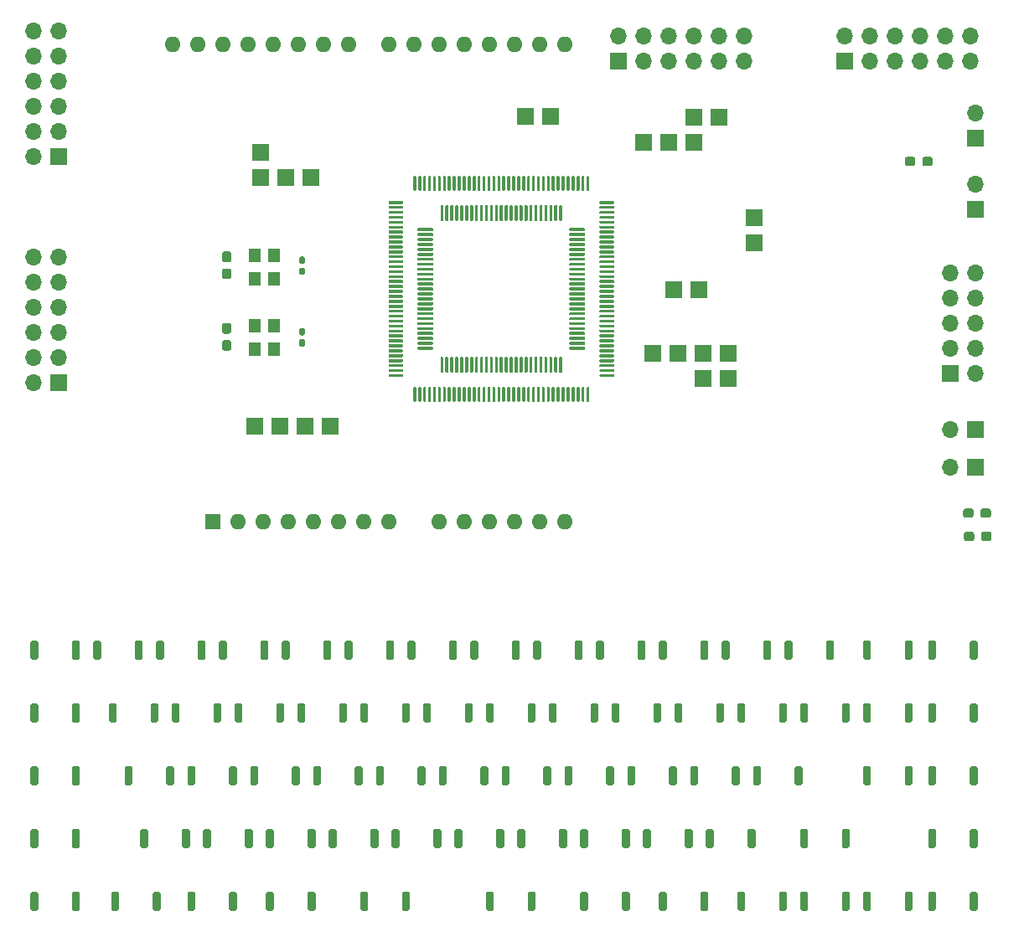
<source format=gbr>
%TF.GenerationSoftware,KiCad,Pcbnew,5.1.10*%
%TF.CreationDate,2021-08-09T15:51:23+08:00*%
%TF.ProjectId,ymmepm,796d6d65-706d-42e6-9b69-6361645f7063,rev?*%
%TF.SameCoordinates,Original*%
%TF.FileFunction,Soldermask,Top*%
%TF.FilePolarity,Negative*%
%FSLAX46Y46*%
G04 Gerber Fmt 4.6, Leading zero omitted, Abs format (unit mm)*
G04 Created by KiCad (PCBNEW 5.1.10) date 2021-08-09 15:51:23*
%MOMM*%
%LPD*%
G01*
G04 APERTURE LIST*
%ADD10R,1.700000X1.700000*%
%ADD11O,1.700000X1.700000*%
%ADD12R,1.200000X1.400000*%
%ADD13O,1.600000X1.600000*%
%ADD14R,1.600000X1.600000*%
G04 APERTURE END LIST*
%TO.C,D4*%
G36*
G01*
X166542000Y-70120500D02*
X166542000Y-70595500D01*
G75*
G02*
X166304500Y-70833000I-237500J0D01*
G01*
X165729500Y-70833000D01*
G75*
G02*
X165492000Y-70595500I0J237500D01*
G01*
X165492000Y-70120500D01*
G75*
G02*
X165729500Y-69883000I237500J0D01*
G01*
X166304500Y-69883000D01*
G75*
G02*
X166542000Y-70120500I0J-237500D01*
G01*
G37*
G36*
G01*
X168292000Y-70120500D02*
X168292000Y-70595500D01*
G75*
G02*
X168054500Y-70833000I-237500J0D01*
G01*
X167479500Y-70833000D01*
G75*
G02*
X167242000Y-70595500I0J237500D01*
G01*
X167242000Y-70120500D01*
G75*
G02*
X167479500Y-69883000I237500J0D01*
G01*
X168054500Y-69883000D01*
G75*
G02*
X168292000Y-70120500I0J-237500D01*
G01*
G37*
%TD*%
D10*
%TO.C,J40*%
X102933500Y-72009000D03*
%TD*%
%TO.C,J39*%
X105473500Y-72009000D03*
%TD*%
%TO.C,J38*%
X100393500Y-72009000D03*
%TD*%
%TO.C,J37*%
X100393500Y-69469000D03*
%TD*%
%TO.C,J36*%
X107442000Y-97155000D03*
%TD*%
%TO.C,J35*%
X104902000Y-97155000D03*
%TD*%
%TO.C,J34*%
X102362000Y-97155000D03*
%TD*%
%TO.C,J33*%
X99822000Y-97155000D03*
%TD*%
%TO.C,J32*%
X145097500Y-92329000D03*
%TD*%
%TO.C,J31*%
X147637500Y-92329000D03*
%TD*%
%TO.C,J30*%
X147637500Y-89789000D03*
%TD*%
%TO.C,J29*%
X145097500Y-89789000D03*
%TD*%
%TO.C,J28*%
X142557500Y-89789000D03*
%TD*%
%TO.C,J27*%
X150241000Y-78613000D03*
%TD*%
%TO.C,J26*%
X150241000Y-76073000D03*
%TD*%
%TO.C,J25*%
X146685000Y-65913000D03*
%TD*%
%TO.C,J24*%
X144145000Y-65913000D03*
%TD*%
%TO.C,J23*%
X140017500Y-89789000D03*
%TD*%
%TO.C,J22*%
X142113000Y-83312000D03*
%TD*%
%TO.C,J21*%
X144653000Y-83312000D03*
%TD*%
%TO.C,J20*%
X144145000Y-68453000D03*
%TD*%
%TO.C,J19*%
X141605000Y-68453000D03*
%TD*%
%TO.C,J18*%
X139065000Y-68453000D03*
%TD*%
%TO.C,J17*%
X127127000Y-65786000D03*
%TD*%
%TO.C,J16*%
X129667000Y-65786000D03*
%TD*%
D11*
%TO.C,J15*%
X77470000Y-80010000D03*
X80010000Y-80010000D03*
X77470000Y-82550000D03*
X80010000Y-82550000D03*
X77470000Y-85090000D03*
X80010000Y-85090000D03*
X77470000Y-87630000D03*
X80010000Y-87630000D03*
X77470000Y-90170000D03*
X80010000Y-90170000D03*
X77470000Y-92710000D03*
D10*
X80010000Y-92710000D03*
%TD*%
D11*
%TO.C,J14*%
X170116500Y-101282500D03*
D10*
X172656500Y-101282500D03*
%TD*%
D11*
%TO.C,J13*%
X170116500Y-97472500D03*
D10*
X172656500Y-97472500D03*
%TD*%
%TO.C,D3*%
G36*
G01*
X172497000Y-108030000D02*
X172497000Y-108505000D01*
G75*
G02*
X172259500Y-108742500I-237500J0D01*
G01*
X171684500Y-108742500D01*
G75*
G02*
X171447000Y-108505000I0J237500D01*
G01*
X171447000Y-108030000D01*
G75*
G02*
X171684500Y-107792500I237500J0D01*
G01*
X172259500Y-107792500D01*
G75*
G02*
X172497000Y-108030000I0J-237500D01*
G01*
G37*
G36*
G01*
X174247000Y-108030000D02*
X174247000Y-108505000D01*
G75*
G02*
X174009500Y-108742500I-237500J0D01*
G01*
X173434500Y-108742500D01*
G75*
G02*
X173197000Y-108505000I0J237500D01*
G01*
X173197000Y-108030000D01*
G75*
G02*
X173434500Y-107792500I237500J0D01*
G01*
X174009500Y-107792500D01*
G75*
G02*
X174247000Y-108030000I0J-237500D01*
G01*
G37*
%TD*%
%TO.C,D2*%
G36*
G01*
X172433500Y-105680500D02*
X172433500Y-106155500D01*
G75*
G02*
X172196000Y-106393000I-237500J0D01*
G01*
X171621000Y-106393000D01*
G75*
G02*
X171383500Y-106155500I0J237500D01*
G01*
X171383500Y-105680500D01*
G75*
G02*
X171621000Y-105443000I237500J0D01*
G01*
X172196000Y-105443000D01*
G75*
G02*
X172433500Y-105680500I0J-237500D01*
G01*
G37*
G36*
G01*
X174183500Y-105680500D02*
X174183500Y-106155500D01*
G75*
G02*
X173946000Y-106393000I-237500J0D01*
G01*
X173371000Y-106393000D01*
G75*
G02*
X173133500Y-106155500I0J237500D01*
G01*
X173133500Y-105680500D01*
G75*
G02*
X173371000Y-105443000I237500J0D01*
G01*
X173946000Y-105443000D01*
G75*
G02*
X174183500Y-105680500I0J-237500D01*
G01*
G37*
%TD*%
%TO.C,USRM2*%
G36*
G01*
X140629000Y-145961000D02*
X140629000Y-144361000D01*
G75*
G02*
X140829000Y-144161000I200000J0D01*
G01*
X141229000Y-144161000D01*
G75*
G02*
X141429000Y-144361000I0J-200000D01*
G01*
X141429000Y-145961000D01*
G75*
G02*
X141229000Y-146161000I-200000J0D01*
G01*
X140829000Y-146161000D01*
G75*
G02*
X140629000Y-145961000I0J200000D01*
G01*
G37*
G36*
G01*
X144829000Y-145961000D02*
X144829000Y-144361000D01*
G75*
G02*
X145029000Y-144161000I200000J0D01*
G01*
X145429000Y-144161000D01*
G75*
G02*
X145629000Y-144361000I0J-200000D01*
G01*
X145629000Y-145961000D01*
G75*
G02*
X145429000Y-146161000I-200000J0D01*
G01*
X145029000Y-146161000D01*
G75*
G02*
X144829000Y-145961000I0J200000D01*
G01*
G37*
%TD*%
D12*
%TO.C,X3*%
X101717500Y-86948500D03*
X101717500Y-89348500D03*
X99817500Y-89348500D03*
X99817500Y-86948500D03*
%TD*%
%TO.C,X1*%
X101724500Y-79832500D03*
X101724500Y-82232500D03*
X99824500Y-82232500D03*
X99824500Y-79832500D03*
%TD*%
%TO.C,C19*%
G36*
G01*
X104429500Y-88342000D02*
X104739500Y-88342000D01*
G75*
G02*
X104894500Y-88497000I0J-155000D01*
G01*
X104894500Y-88922000D01*
G75*
G02*
X104739500Y-89077000I-155000J0D01*
G01*
X104429500Y-89077000D01*
G75*
G02*
X104274500Y-88922000I0J155000D01*
G01*
X104274500Y-88497000D01*
G75*
G02*
X104429500Y-88342000I155000J0D01*
G01*
G37*
G36*
G01*
X104429500Y-87207000D02*
X104739500Y-87207000D01*
G75*
G02*
X104894500Y-87362000I0J-155000D01*
G01*
X104894500Y-87787000D01*
G75*
G02*
X104739500Y-87942000I-155000J0D01*
G01*
X104429500Y-87942000D01*
G75*
G02*
X104274500Y-87787000I0J155000D01*
G01*
X104274500Y-87362000D01*
G75*
G02*
X104429500Y-87207000I155000J0D01*
G01*
G37*
%TD*%
%TO.C,C18*%
G36*
G01*
X96727000Y-88426000D02*
X97202000Y-88426000D01*
G75*
G02*
X97439500Y-88663500I0J-237500D01*
G01*
X97439500Y-89263500D01*
G75*
G02*
X97202000Y-89501000I-237500J0D01*
G01*
X96727000Y-89501000D01*
G75*
G02*
X96489500Y-89263500I0J237500D01*
G01*
X96489500Y-88663500D01*
G75*
G02*
X96727000Y-88426000I237500J0D01*
G01*
G37*
G36*
G01*
X96727000Y-86701000D02*
X97202000Y-86701000D01*
G75*
G02*
X97439500Y-86938500I0J-237500D01*
G01*
X97439500Y-87538500D01*
G75*
G02*
X97202000Y-87776000I-237500J0D01*
G01*
X96727000Y-87776000D01*
G75*
G02*
X96489500Y-87538500I0J237500D01*
G01*
X96489500Y-86938500D01*
G75*
G02*
X96727000Y-86701000I237500J0D01*
G01*
G37*
%TD*%
%TO.C,U1*%
G36*
G01*
X136114000Y-91923500D02*
X136114000Y-92073500D01*
G75*
G02*
X136039000Y-92148500I-75000J0D01*
G01*
X134714000Y-92148500D01*
G75*
G02*
X134639000Y-92073500I0J75000D01*
G01*
X134639000Y-91923500D01*
G75*
G02*
X134714000Y-91848500I75000J0D01*
G01*
X136039000Y-91848500D01*
G75*
G02*
X136114000Y-91923500I0J-75000D01*
G01*
G37*
G36*
G01*
X136114000Y-91423500D02*
X136114000Y-91573500D01*
G75*
G02*
X136039000Y-91648500I-75000J0D01*
G01*
X134714000Y-91648500D01*
G75*
G02*
X134639000Y-91573500I0J75000D01*
G01*
X134639000Y-91423500D01*
G75*
G02*
X134714000Y-91348500I75000J0D01*
G01*
X136039000Y-91348500D01*
G75*
G02*
X136114000Y-91423500I0J-75000D01*
G01*
G37*
G36*
G01*
X136114000Y-90923500D02*
X136114000Y-91073500D01*
G75*
G02*
X136039000Y-91148500I-75000J0D01*
G01*
X134714000Y-91148500D01*
G75*
G02*
X134639000Y-91073500I0J75000D01*
G01*
X134639000Y-90923500D01*
G75*
G02*
X134714000Y-90848500I75000J0D01*
G01*
X136039000Y-90848500D01*
G75*
G02*
X136114000Y-90923500I0J-75000D01*
G01*
G37*
G36*
G01*
X136114000Y-90423500D02*
X136114000Y-90573500D01*
G75*
G02*
X136039000Y-90648500I-75000J0D01*
G01*
X134714000Y-90648500D01*
G75*
G02*
X134639000Y-90573500I0J75000D01*
G01*
X134639000Y-90423500D01*
G75*
G02*
X134714000Y-90348500I75000J0D01*
G01*
X136039000Y-90348500D01*
G75*
G02*
X136114000Y-90423500I0J-75000D01*
G01*
G37*
G36*
G01*
X136114000Y-89923500D02*
X136114000Y-90073500D01*
G75*
G02*
X136039000Y-90148500I-75000J0D01*
G01*
X134714000Y-90148500D01*
G75*
G02*
X134639000Y-90073500I0J75000D01*
G01*
X134639000Y-89923500D01*
G75*
G02*
X134714000Y-89848500I75000J0D01*
G01*
X136039000Y-89848500D01*
G75*
G02*
X136114000Y-89923500I0J-75000D01*
G01*
G37*
G36*
G01*
X136114000Y-89423500D02*
X136114000Y-89573500D01*
G75*
G02*
X136039000Y-89648500I-75000J0D01*
G01*
X134714000Y-89648500D01*
G75*
G02*
X134639000Y-89573500I0J75000D01*
G01*
X134639000Y-89423500D01*
G75*
G02*
X134714000Y-89348500I75000J0D01*
G01*
X136039000Y-89348500D01*
G75*
G02*
X136114000Y-89423500I0J-75000D01*
G01*
G37*
G36*
G01*
X136114000Y-88923500D02*
X136114000Y-89073500D01*
G75*
G02*
X136039000Y-89148500I-75000J0D01*
G01*
X134714000Y-89148500D01*
G75*
G02*
X134639000Y-89073500I0J75000D01*
G01*
X134639000Y-88923500D01*
G75*
G02*
X134714000Y-88848500I75000J0D01*
G01*
X136039000Y-88848500D01*
G75*
G02*
X136114000Y-88923500I0J-75000D01*
G01*
G37*
G36*
G01*
X136114000Y-88423500D02*
X136114000Y-88573500D01*
G75*
G02*
X136039000Y-88648500I-75000J0D01*
G01*
X134714000Y-88648500D01*
G75*
G02*
X134639000Y-88573500I0J75000D01*
G01*
X134639000Y-88423500D01*
G75*
G02*
X134714000Y-88348500I75000J0D01*
G01*
X136039000Y-88348500D01*
G75*
G02*
X136114000Y-88423500I0J-75000D01*
G01*
G37*
G36*
G01*
X136114000Y-87923500D02*
X136114000Y-88073500D01*
G75*
G02*
X136039000Y-88148500I-75000J0D01*
G01*
X134714000Y-88148500D01*
G75*
G02*
X134639000Y-88073500I0J75000D01*
G01*
X134639000Y-87923500D01*
G75*
G02*
X134714000Y-87848500I75000J0D01*
G01*
X136039000Y-87848500D01*
G75*
G02*
X136114000Y-87923500I0J-75000D01*
G01*
G37*
G36*
G01*
X136114000Y-87423500D02*
X136114000Y-87573500D01*
G75*
G02*
X136039000Y-87648500I-75000J0D01*
G01*
X134714000Y-87648500D01*
G75*
G02*
X134639000Y-87573500I0J75000D01*
G01*
X134639000Y-87423500D01*
G75*
G02*
X134714000Y-87348500I75000J0D01*
G01*
X136039000Y-87348500D01*
G75*
G02*
X136114000Y-87423500I0J-75000D01*
G01*
G37*
G36*
G01*
X136114000Y-86923500D02*
X136114000Y-87073500D01*
G75*
G02*
X136039000Y-87148500I-75000J0D01*
G01*
X134714000Y-87148500D01*
G75*
G02*
X134639000Y-87073500I0J75000D01*
G01*
X134639000Y-86923500D01*
G75*
G02*
X134714000Y-86848500I75000J0D01*
G01*
X136039000Y-86848500D01*
G75*
G02*
X136114000Y-86923500I0J-75000D01*
G01*
G37*
G36*
G01*
X136114000Y-86423500D02*
X136114000Y-86573500D01*
G75*
G02*
X136039000Y-86648500I-75000J0D01*
G01*
X134714000Y-86648500D01*
G75*
G02*
X134639000Y-86573500I0J75000D01*
G01*
X134639000Y-86423500D01*
G75*
G02*
X134714000Y-86348500I75000J0D01*
G01*
X136039000Y-86348500D01*
G75*
G02*
X136114000Y-86423500I0J-75000D01*
G01*
G37*
G36*
G01*
X136114000Y-85923500D02*
X136114000Y-86073500D01*
G75*
G02*
X136039000Y-86148500I-75000J0D01*
G01*
X134714000Y-86148500D01*
G75*
G02*
X134639000Y-86073500I0J75000D01*
G01*
X134639000Y-85923500D01*
G75*
G02*
X134714000Y-85848500I75000J0D01*
G01*
X136039000Y-85848500D01*
G75*
G02*
X136114000Y-85923500I0J-75000D01*
G01*
G37*
G36*
G01*
X136114000Y-85423500D02*
X136114000Y-85573500D01*
G75*
G02*
X136039000Y-85648500I-75000J0D01*
G01*
X134714000Y-85648500D01*
G75*
G02*
X134639000Y-85573500I0J75000D01*
G01*
X134639000Y-85423500D01*
G75*
G02*
X134714000Y-85348500I75000J0D01*
G01*
X136039000Y-85348500D01*
G75*
G02*
X136114000Y-85423500I0J-75000D01*
G01*
G37*
G36*
G01*
X136114000Y-84923500D02*
X136114000Y-85073500D01*
G75*
G02*
X136039000Y-85148500I-75000J0D01*
G01*
X134714000Y-85148500D01*
G75*
G02*
X134639000Y-85073500I0J75000D01*
G01*
X134639000Y-84923500D01*
G75*
G02*
X134714000Y-84848500I75000J0D01*
G01*
X136039000Y-84848500D01*
G75*
G02*
X136114000Y-84923500I0J-75000D01*
G01*
G37*
G36*
G01*
X136114000Y-84423500D02*
X136114000Y-84573500D01*
G75*
G02*
X136039000Y-84648500I-75000J0D01*
G01*
X134714000Y-84648500D01*
G75*
G02*
X134639000Y-84573500I0J75000D01*
G01*
X134639000Y-84423500D01*
G75*
G02*
X134714000Y-84348500I75000J0D01*
G01*
X136039000Y-84348500D01*
G75*
G02*
X136114000Y-84423500I0J-75000D01*
G01*
G37*
G36*
G01*
X136114000Y-83923500D02*
X136114000Y-84073500D01*
G75*
G02*
X136039000Y-84148500I-75000J0D01*
G01*
X134714000Y-84148500D01*
G75*
G02*
X134639000Y-84073500I0J75000D01*
G01*
X134639000Y-83923500D01*
G75*
G02*
X134714000Y-83848500I75000J0D01*
G01*
X136039000Y-83848500D01*
G75*
G02*
X136114000Y-83923500I0J-75000D01*
G01*
G37*
G36*
G01*
X136114000Y-83423500D02*
X136114000Y-83573500D01*
G75*
G02*
X136039000Y-83648500I-75000J0D01*
G01*
X134714000Y-83648500D01*
G75*
G02*
X134639000Y-83573500I0J75000D01*
G01*
X134639000Y-83423500D01*
G75*
G02*
X134714000Y-83348500I75000J0D01*
G01*
X136039000Y-83348500D01*
G75*
G02*
X136114000Y-83423500I0J-75000D01*
G01*
G37*
G36*
G01*
X136114000Y-82923500D02*
X136114000Y-83073500D01*
G75*
G02*
X136039000Y-83148500I-75000J0D01*
G01*
X134714000Y-83148500D01*
G75*
G02*
X134639000Y-83073500I0J75000D01*
G01*
X134639000Y-82923500D01*
G75*
G02*
X134714000Y-82848500I75000J0D01*
G01*
X136039000Y-82848500D01*
G75*
G02*
X136114000Y-82923500I0J-75000D01*
G01*
G37*
G36*
G01*
X136114000Y-82423500D02*
X136114000Y-82573500D01*
G75*
G02*
X136039000Y-82648500I-75000J0D01*
G01*
X134714000Y-82648500D01*
G75*
G02*
X134639000Y-82573500I0J75000D01*
G01*
X134639000Y-82423500D01*
G75*
G02*
X134714000Y-82348500I75000J0D01*
G01*
X136039000Y-82348500D01*
G75*
G02*
X136114000Y-82423500I0J-75000D01*
G01*
G37*
G36*
G01*
X136114000Y-81923500D02*
X136114000Y-82073500D01*
G75*
G02*
X136039000Y-82148500I-75000J0D01*
G01*
X134714000Y-82148500D01*
G75*
G02*
X134639000Y-82073500I0J75000D01*
G01*
X134639000Y-81923500D01*
G75*
G02*
X134714000Y-81848500I75000J0D01*
G01*
X136039000Y-81848500D01*
G75*
G02*
X136114000Y-81923500I0J-75000D01*
G01*
G37*
G36*
G01*
X136114000Y-81423500D02*
X136114000Y-81573500D01*
G75*
G02*
X136039000Y-81648500I-75000J0D01*
G01*
X134714000Y-81648500D01*
G75*
G02*
X134639000Y-81573500I0J75000D01*
G01*
X134639000Y-81423500D01*
G75*
G02*
X134714000Y-81348500I75000J0D01*
G01*
X136039000Y-81348500D01*
G75*
G02*
X136114000Y-81423500I0J-75000D01*
G01*
G37*
G36*
G01*
X136114000Y-80923500D02*
X136114000Y-81073500D01*
G75*
G02*
X136039000Y-81148500I-75000J0D01*
G01*
X134714000Y-81148500D01*
G75*
G02*
X134639000Y-81073500I0J75000D01*
G01*
X134639000Y-80923500D01*
G75*
G02*
X134714000Y-80848500I75000J0D01*
G01*
X136039000Y-80848500D01*
G75*
G02*
X136114000Y-80923500I0J-75000D01*
G01*
G37*
G36*
G01*
X136114000Y-80423500D02*
X136114000Y-80573500D01*
G75*
G02*
X136039000Y-80648500I-75000J0D01*
G01*
X134714000Y-80648500D01*
G75*
G02*
X134639000Y-80573500I0J75000D01*
G01*
X134639000Y-80423500D01*
G75*
G02*
X134714000Y-80348500I75000J0D01*
G01*
X136039000Y-80348500D01*
G75*
G02*
X136114000Y-80423500I0J-75000D01*
G01*
G37*
G36*
G01*
X136114000Y-79923500D02*
X136114000Y-80073500D01*
G75*
G02*
X136039000Y-80148500I-75000J0D01*
G01*
X134714000Y-80148500D01*
G75*
G02*
X134639000Y-80073500I0J75000D01*
G01*
X134639000Y-79923500D01*
G75*
G02*
X134714000Y-79848500I75000J0D01*
G01*
X136039000Y-79848500D01*
G75*
G02*
X136114000Y-79923500I0J-75000D01*
G01*
G37*
G36*
G01*
X136114000Y-79423500D02*
X136114000Y-79573500D01*
G75*
G02*
X136039000Y-79648500I-75000J0D01*
G01*
X134714000Y-79648500D01*
G75*
G02*
X134639000Y-79573500I0J75000D01*
G01*
X134639000Y-79423500D01*
G75*
G02*
X134714000Y-79348500I75000J0D01*
G01*
X136039000Y-79348500D01*
G75*
G02*
X136114000Y-79423500I0J-75000D01*
G01*
G37*
G36*
G01*
X136114000Y-78923500D02*
X136114000Y-79073500D01*
G75*
G02*
X136039000Y-79148500I-75000J0D01*
G01*
X134714000Y-79148500D01*
G75*
G02*
X134639000Y-79073500I0J75000D01*
G01*
X134639000Y-78923500D01*
G75*
G02*
X134714000Y-78848500I75000J0D01*
G01*
X136039000Y-78848500D01*
G75*
G02*
X136114000Y-78923500I0J-75000D01*
G01*
G37*
G36*
G01*
X136114000Y-78423500D02*
X136114000Y-78573500D01*
G75*
G02*
X136039000Y-78648500I-75000J0D01*
G01*
X134714000Y-78648500D01*
G75*
G02*
X134639000Y-78573500I0J75000D01*
G01*
X134639000Y-78423500D01*
G75*
G02*
X134714000Y-78348500I75000J0D01*
G01*
X136039000Y-78348500D01*
G75*
G02*
X136114000Y-78423500I0J-75000D01*
G01*
G37*
G36*
G01*
X136114000Y-77923500D02*
X136114000Y-78073500D01*
G75*
G02*
X136039000Y-78148500I-75000J0D01*
G01*
X134714000Y-78148500D01*
G75*
G02*
X134639000Y-78073500I0J75000D01*
G01*
X134639000Y-77923500D01*
G75*
G02*
X134714000Y-77848500I75000J0D01*
G01*
X136039000Y-77848500D01*
G75*
G02*
X136114000Y-77923500I0J-75000D01*
G01*
G37*
G36*
G01*
X136114000Y-77423500D02*
X136114000Y-77573500D01*
G75*
G02*
X136039000Y-77648500I-75000J0D01*
G01*
X134714000Y-77648500D01*
G75*
G02*
X134639000Y-77573500I0J75000D01*
G01*
X134639000Y-77423500D01*
G75*
G02*
X134714000Y-77348500I75000J0D01*
G01*
X136039000Y-77348500D01*
G75*
G02*
X136114000Y-77423500I0J-75000D01*
G01*
G37*
G36*
G01*
X136114000Y-76923500D02*
X136114000Y-77073500D01*
G75*
G02*
X136039000Y-77148500I-75000J0D01*
G01*
X134714000Y-77148500D01*
G75*
G02*
X134639000Y-77073500I0J75000D01*
G01*
X134639000Y-76923500D01*
G75*
G02*
X134714000Y-76848500I75000J0D01*
G01*
X136039000Y-76848500D01*
G75*
G02*
X136114000Y-76923500I0J-75000D01*
G01*
G37*
G36*
G01*
X136114000Y-76423500D02*
X136114000Y-76573500D01*
G75*
G02*
X136039000Y-76648500I-75000J0D01*
G01*
X134714000Y-76648500D01*
G75*
G02*
X134639000Y-76573500I0J75000D01*
G01*
X134639000Y-76423500D01*
G75*
G02*
X134714000Y-76348500I75000J0D01*
G01*
X136039000Y-76348500D01*
G75*
G02*
X136114000Y-76423500I0J-75000D01*
G01*
G37*
G36*
G01*
X136114000Y-75923500D02*
X136114000Y-76073500D01*
G75*
G02*
X136039000Y-76148500I-75000J0D01*
G01*
X134714000Y-76148500D01*
G75*
G02*
X134639000Y-76073500I0J75000D01*
G01*
X134639000Y-75923500D01*
G75*
G02*
X134714000Y-75848500I75000J0D01*
G01*
X136039000Y-75848500D01*
G75*
G02*
X136114000Y-75923500I0J-75000D01*
G01*
G37*
G36*
G01*
X136114000Y-75423500D02*
X136114000Y-75573500D01*
G75*
G02*
X136039000Y-75648500I-75000J0D01*
G01*
X134714000Y-75648500D01*
G75*
G02*
X134639000Y-75573500I0J75000D01*
G01*
X134639000Y-75423500D01*
G75*
G02*
X134714000Y-75348500I75000J0D01*
G01*
X136039000Y-75348500D01*
G75*
G02*
X136114000Y-75423500I0J-75000D01*
G01*
G37*
G36*
G01*
X136114000Y-74923500D02*
X136114000Y-75073500D01*
G75*
G02*
X136039000Y-75148500I-75000J0D01*
G01*
X134714000Y-75148500D01*
G75*
G02*
X134639000Y-75073500I0J75000D01*
G01*
X134639000Y-74923500D01*
G75*
G02*
X134714000Y-74848500I75000J0D01*
G01*
X136039000Y-74848500D01*
G75*
G02*
X136114000Y-74923500I0J-75000D01*
G01*
G37*
G36*
G01*
X136114000Y-74423500D02*
X136114000Y-74573500D01*
G75*
G02*
X136039000Y-74648500I-75000J0D01*
G01*
X134714000Y-74648500D01*
G75*
G02*
X134639000Y-74573500I0J75000D01*
G01*
X134639000Y-74423500D01*
G75*
G02*
X134714000Y-74348500I75000J0D01*
G01*
X136039000Y-74348500D01*
G75*
G02*
X136114000Y-74423500I0J-75000D01*
G01*
G37*
G36*
G01*
X133614000Y-71923500D02*
X133614000Y-73248500D01*
G75*
G02*
X133539000Y-73323500I-75000J0D01*
G01*
X133389000Y-73323500D01*
G75*
G02*
X133314000Y-73248500I0J75000D01*
G01*
X133314000Y-71923500D01*
G75*
G02*
X133389000Y-71848500I75000J0D01*
G01*
X133539000Y-71848500D01*
G75*
G02*
X133614000Y-71923500I0J-75000D01*
G01*
G37*
G36*
G01*
X133114000Y-71923500D02*
X133114000Y-73248500D01*
G75*
G02*
X133039000Y-73323500I-75000J0D01*
G01*
X132889000Y-73323500D01*
G75*
G02*
X132814000Y-73248500I0J75000D01*
G01*
X132814000Y-71923500D01*
G75*
G02*
X132889000Y-71848500I75000J0D01*
G01*
X133039000Y-71848500D01*
G75*
G02*
X133114000Y-71923500I0J-75000D01*
G01*
G37*
G36*
G01*
X132614000Y-71923500D02*
X132614000Y-73248500D01*
G75*
G02*
X132539000Y-73323500I-75000J0D01*
G01*
X132389000Y-73323500D01*
G75*
G02*
X132314000Y-73248500I0J75000D01*
G01*
X132314000Y-71923500D01*
G75*
G02*
X132389000Y-71848500I75000J0D01*
G01*
X132539000Y-71848500D01*
G75*
G02*
X132614000Y-71923500I0J-75000D01*
G01*
G37*
G36*
G01*
X132114000Y-71923500D02*
X132114000Y-73248500D01*
G75*
G02*
X132039000Y-73323500I-75000J0D01*
G01*
X131889000Y-73323500D01*
G75*
G02*
X131814000Y-73248500I0J75000D01*
G01*
X131814000Y-71923500D01*
G75*
G02*
X131889000Y-71848500I75000J0D01*
G01*
X132039000Y-71848500D01*
G75*
G02*
X132114000Y-71923500I0J-75000D01*
G01*
G37*
G36*
G01*
X131614000Y-71923500D02*
X131614000Y-73248500D01*
G75*
G02*
X131539000Y-73323500I-75000J0D01*
G01*
X131389000Y-73323500D01*
G75*
G02*
X131314000Y-73248500I0J75000D01*
G01*
X131314000Y-71923500D01*
G75*
G02*
X131389000Y-71848500I75000J0D01*
G01*
X131539000Y-71848500D01*
G75*
G02*
X131614000Y-71923500I0J-75000D01*
G01*
G37*
G36*
G01*
X131114000Y-71923500D02*
X131114000Y-73248500D01*
G75*
G02*
X131039000Y-73323500I-75000J0D01*
G01*
X130889000Y-73323500D01*
G75*
G02*
X130814000Y-73248500I0J75000D01*
G01*
X130814000Y-71923500D01*
G75*
G02*
X130889000Y-71848500I75000J0D01*
G01*
X131039000Y-71848500D01*
G75*
G02*
X131114000Y-71923500I0J-75000D01*
G01*
G37*
G36*
G01*
X130614000Y-71923500D02*
X130614000Y-73248500D01*
G75*
G02*
X130539000Y-73323500I-75000J0D01*
G01*
X130389000Y-73323500D01*
G75*
G02*
X130314000Y-73248500I0J75000D01*
G01*
X130314000Y-71923500D01*
G75*
G02*
X130389000Y-71848500I75000J0D01*
G01*
X130539000Y-71848500D01*
G75*
G02*
X130614000Y-71923500I0J-75000D01*
G01*
G37*
G36*
G01*
X130114000Y-71923500D02*
X130114000Y-73248500D01*
G75*
G02*
X130039000Y-73323500I-75000J0D01*
G01*
X129889000Y-73323500D01*
G75*
G02*
X129814000Y-73248500I0J75000D01*
G01*
X129814000Y-71923500D01*
G75*
G02*
X129889000Y-71848500I75000J0D01*
G01*
X130039000Y-71848500D01*
G75*
G02*
X130114000Y-71923500I0J-75000D01*
G01*
G37*
G36*
G01*
X129614000Y-71923500D02*
X129614000Y-73248500D01*
G75*
G02*
X129539000Y-73323500I-75000J0D01*
G01*
X129389000Y-73323500D01*
G75*
G02*
X129314000Y-73248500I0J75000D01*
G01*
X129314000Y-71923500D01*
G75*
G02*
X129389000Y-71848500I75000J0D01*
G01*
X129539000Y-71848500D01*
G75*
G02*
X129614000Y-71923500I0J-75000D01*
G01*
G37*
G36*
G01*
X129114000Y-71923500D02*
X129114000Y-73248500D01*
G75*
G02*
X129039000Y-73323500I-75000J0D01*
G01*
X128889000Y-73323500D01*
G75*
G02*
X128814000Y-73248500I0J75000D01*
G01*
X128814000Y-71923500D01*
G75*
G02*
X128889000Y-71848500I75000J0D01*
G01*
X129039000Y-71848500D01*
G75*
G02*
X129114000Y-71923500I0J-75000D01*
G01*
G37*
G36*
G01*
X128614000Y-71923500D02*
X128614000Y-73248500D01*
G75*
G02*
X128539000Y-73323500I-75000J0D01*
G01*
X128389000Y-73323500D01*
G75*
G02*
X128314000Y-73248500I0J75000D01*
G01*
X128314000Y-71923500D01*
G75*
G02*
X128389000Y-71848500I75000J0D01*
G01*
X128539000Y-71848500D01*
G75*
G02*
X128614000Y-71923500I0J-75000D01*
G01*
G37*
G36*
G01*
X128114000Y-71923500D02*
X128114000Y-73248500D01*
G75*
G02*
X128039000Y-73323500I-75000J0D01*
G01*
X127889000Y-73323500D01*
G75*
G02*
X127814000Y-73248500I0J75000D01*
G01*
X127814000Y-71923500D01*
G75*
G02*
X127889000Y-71848500I75000J0D01*
G01*
X128039000Y-71848500D01*
G75*
G02*
X128114000Y-71923500I0J-75000D01*
G01*
G37*
G36*
G01*
X127614000Y-71923500D02*
X127614000Y-73248500D01*
G75*
G02*
X127539000Y-73323500I-75000J0D01*
G01*
X127389000Y-73323500D01*
G75*
G02*
X127314000Y-73248500I0J75000D01*
G01*
X127314000Y-71923500D01*
G75*
G02*
X127389000Y-71848500I75000J0D01*
G01*
X127539000Y-71848500D01*
G75*
G02*
X127614000Y-71923500I0J-75000D01*
G01*
G37*
G36*
G01*
X127114000Y-71923500D02*
X127114000Y-73248500D01*
G75*
G02*
X127039000Y-73323500I-75000J0D01*
G01*
X126889000Y-73323500D01*
G75*
G02*
X126814000Y-73248500I0J75000D01*
G01*
X126814000Y-71923500D01*
G75*
G02*
X126889000Y-71848500I75000J0D01*
G01*
X127039000Y-71848500D01*
G75*
G02*
X127114000Y-71923500I0J-75000D01*
G01*
G37*
G36*
G01*
X126614000Y-71923500D02*
X126614000Y-73248500D01*
G75*
G02*
X126539000Y-73323500I-75000J0D01*
G01*
X126389000Y-73323500D01*
G75*
G02*
X126314000Y-73248500I0J75000D01*
G01*
X126314000Y-71923500D01*
G75*
G02*
X126389000Y-71848500I75000J0D01*
G01*
X126539000Y-71848500D01*
G75*
G02*
X126614000Y-71923500I0J-75000D01*
G01*
G37*
G36*
G01*
X126114000Y-71923500D02*
X126114000Y-73248500D01*
G75*
G02*
X126039000Y-73323500I-75000J0D01*
G01*
X125889000Y-73323500D01*
G75*
G02*
X125814000Y-73248500I0J75000D01*
G01*
X125814000Y-71923500D01*
G75*
G02*
X125889000Y-71848500I75000J0D01*
G01*
X126039000Y-71848500D01*
G75*
G02*
X126114000Y-71923500I0J-75000D01*
G01*
G37*
G36*
G01*
X125614000Y-71923500D02*
X125614000Y-73248500D01*
G75*
G02*
X125539000Y-73323500I-75000J0D01*
G01*
X125389000Y-73323500D01*
G75*
G02*
X125314000Y-73248500I0J75000D01*
G01*
X125314000Y-71923500D01*
G75*
G02*
X125389000Y-71848500I75000J0D01*
G01*
X125539000Y-71848500D01*
G75*
G02*
X125614000Y-71923500I0J-75000D01*
G01*
G37*
G36*
G01*
X125114000Y-71923500D02*
X125114000Y-73248500D01*
G75*
G02*
X125039000Y-73323500I-75000J0D01*
G01*
X124889000Y-73323500D01*
G75*
G02*
X124814000Y-73248500I0J75000D01*
G01*
X124814000Y-71923500D01*
G75*
G02*
X124889000Y-71848500I75000J0D01*
G01*
X125039000Y-71848500D01*
G75*
G02*
X125114000Y-71923500I0J-75000D01*
G01*
G37*
G36*
G01*
X124614000Y-71923500D02*
X124614000Y-73248500D01*
G75*
G02*
X124539000Y-73323500I-75000J0D01*
G01*
X124389000Y-73323500D01*
G75*
G02*
X124314000Y-73248500I0J75000D01*
G01*
X124314000Y-71923500D01*
G75*
G02*
X124389000Y-71848500I75000J0D01*
G01*
X124539000Y-71848500D01*
G75*
G02*
X124614000Y-71923500I0J-75000D01*
G01*
G37*
G36*
G01*
X124114000Y-71923500D02*
X124114000Y-73248500D01*
G75*
G02*
X124039000Y-73323500I-75000J0D01*
G01*
X123889000Y-73323500D01*
G75*
G02*
X123814000Y-73248500I0J75000D01*
G01*
X123814000Y-71923500D01*
G75*
G02*
X123889000Y-71848500I75000J0D01*
G01*
X124039000Y-71848500D01*
G75*
G02*
X124114000Y-71923500I0J-75000D01*
G01*
G37*
G36*
G01*
X123614000Y-71923500D02*
X123614000Y-73248500D01*
G75*
G02*
X123539000Y-73323500I-75000J0D01*
G01*
X123389000Y-73323500D01*
G75*
G02*
X123314000Y-73248500I0J75000D01*
G01*
X123314000Y-71923500D01*
G75*
G02*
X123389000Y-71848500I75000J0D01*
G01*
X123539000Y-71848500D01*
G75*
G02*
X123614000Y-71923500I0J-75000D01*
G01*
G37*
G36*
G01*
X123114000Y-71923500D02*
X123114000Y-73248500D01*
G75*
G02*
X123039000Y-73323500I-75000J0D01*
G01*
X122889000Y-73323500D01*
G75*
G02*
X122814000Y-73248500I0J75000D01*
G01*
X122814000Y-71923500D01*
G75*
G02*
X122889000Y-71848500I75000J0D01*
G01*
X123039000Y-71848500D01*
G75*
G02*
X123114000Y-71923500I0J-75000D01*
G01*
G37*
G36*
G01*
X122614000Y-71923500D02*
X122614000Y-73248500D01*
G75*
G02*
X122539000Y-73323500I-75000J0D01*
G01*
X122389000Y-73323500D01*
G75*
G02*
X122314000Y-73248500I0J75000D01*
G01*
X122314000Y-71923500D01*
G75*
G02*
X122389000Y-71848500I75000J0D01*
G01*
X122539000Y-71848500D01*
G75*
G02*
X122614000Y-71923500I0J-75000D01*
G01*
G37*
G36*
G01*
X122114000Y-71923500D02*
X122114000Y-73248500D01*
G75*
G02*
X122039000Y-73323500I-75000J0D01*
G01*
X121889000Y-73323500D01*
G75*
G02*
X121814000Y-73248500I0J75000D01*
G01*
X121814000Y-71923500D01*
G75*
G02*
X121889000Y-71848500I75000J0D01*
G01*
X122039000Y-71848500D01*
G75*
G02*
X122114000Y-71923500I0J-75000D01*
G01*
G37*
G36*
G01*
X121614000Y-71923500D02*
X121614000Y-73248500D01*
G75*
G02*
X121539000Y-73323500I-75000J0D01*
G01*
X121389000Y-73323500D01*
G75*
G02*
X121314000Y-73248500I0J75000D01*
G01*
X121314000Y-71923500D01*
G75*
G02*
X121389000Y-71848500I75000J0D01*
G01*
X121539000Y-71848500D01*
G75*
G02*
X121614000Y-71923500I0J-75000D01*
G01*
G37*
G36*
G01*
X121114000Y-71923500D02*
X121114000Y-73248500D01*
G75*
G02*
X121039000Y-73323500I-75000J0D01*
G01*
X120889000Y-73323500D01*
G75*
G02*
X120814000Y-73248500I0J75000D01*
G01*
X120814000Y-71923500D01*
G75*
G02*
X120889000Y-71848500I75000J0D01*
G01*
X121039000Y-71848500D01*
G75*
G02*
X121114000Y-71923500I0J-75000D01*
G01*
G37*
G36*
G01*
X120614000Y-71923500D02*
X120614000Y-73248500D01*
G75*
G02*
X120539000Y-73323500I-75000J0D01*
G01*
X120389000Y-73323500D01*
G75*
G02*
X120314000Y-73248500I0J75000D01*
G01*
X120314000Y-71923500D01*
G75*
G02*
X120389000Y-71848500I75000J0D01*
G01*
X120539000Y-71848500D01*
G75*
G02*
X120614000Y-71923500I0J-75000D01*
G01*
G37*
G36*
G01*
X120114000Y-71923500D02*
X120114000Y-73248500D01*
G75*
G02*
X120039000Y-73323500I-75000J0D01*
G01*
X119889000Y-73323500D01*
G75*
G02*
X119814000Y-73248500I0J75000D01*
G01*
X119814000Y-71923500D01*
G75*
G02*
X119889000Y-71848500I75000J0D01*
G01*
X120039000Y-71848500D01*
G75*
G02*
X120114000Y-71923500I0J-75000D01*
G01*
G37*
G36*
G01*
X119614000Y-71923500D02*
X119614000Y-73248500D01*
G75*
G02*
X119539000Y-73323500I-75000J0D01*
G01*
X119389000Y-73323500D01*
G75*
G02*
X119314000Y-73248500I0J75000D01*
G01*
X119314000Y-71923500D01*
G75*
G02*
X119389000Y-71848500I75000J0D01*
G01*
X119539000Y-71848500D01*
G75*
G02*
X119614000Y-71923500I0J-75000D01*
G01*
G37*
G36*
G01*
X119114000Y-71923500D02*
X119114000Y-73248500D01*
G75*
G02*
X119039000Y-73323500I-75000J0D01*
G01*
X118889000Y-73323500D01*
G75*
G02*
X118814000Y-73248500I0J75000D01*
G01*
X118814000Y-71923500D01*
G75*
G02*
X118889000Y-71848500I75000J0D01*
G01*
X119039000Y-71848500D01*
G75*
G02*
X119114000Y-71923500I0J-75000D01*
G01*
G37*
G36*
G01*
X118614000Y-71923500D02*
X118614000Y-73248500D01*
G75*
G02*
X118539000Y-73323500I-75000J0D01*
G01*
X118389000Y-73323500D01*
G75*
G02*
X118314000Y-73248500I0J75000D01*
G01*
X118314000Y-71923500D01*
G75*
G02*
X118389000Y-71848500I75000J0D01*
G01*
X118539000Y-71848500D01*
G75*
G02*
X118614000Y-71923500I0J-75000D01*
G01*
G37*
G36*
G01*
X118114000Y-71923500D02*
X118114000Y-73248500D01*
G75*
G02*
X118039000Y-73323500I-75000J0D01*
G01*
X117889000Y-73323500D01*
G75*
G02*
X117814000Y-73248500I0J75000D01*
G01*
X117814000Y-71923500D01*
G75*
G02*
X117889000Y-71848500I75000J0D01*
G01*
X118039000Y-71848500D01*
G75*
G02*
X118114000Y-71923500I0J-75000D01*
G01*
G37*
G36*
G01*
X117614000Y-71923500D02*
X117614000Y-73248500D01*
G75*
G02*
X117539000Y-73323500I-75000J0D01*
G01*
X117389000Y-73323500D01*
G75*
G02*
X117314000Y-73248500I0J75000D01*
G01*
X117314000Y-71923500D01*
G75*
G02*
X117389000Y-71848500I75000J0D01*
G01*
X117539000Y-71848500D01*
G75*
G02*
X117614000Y-71923500I0J-75000D01*
G01*
G37*
G36*
G01*
X117114000Y-71923500D02*
X117114000Y-73248500D01*
G75*
G02*
X117039000Y-73323500I-75000J0D01*
G01*
X116889000Y-73323500D01*
G75*
G02*
X116814000Y-73248500I0J75000D01*
G01*
X116814000Y-71923500D01*
G75*
G02*
X116889000Y-71848500I75000J0D01*
G01*
X117039000Y-71848500D01*
G75*
G02*
X117114000Y-71923500I0J-75000D01*
G01*
G37*
G36*
G01*
X116614000Y-71923500D02*
X116614000Y-73248500D01*
G75*
G02*
X116539000Y-73323500I-75000J0D01*
G01*
X116389000Y-73323500D01*
G75*
G02*
X116314000Y-73248500I0J75000D01*
G01*
X116314000Y-71923500D01*
G75*
G02*
X116389000Y-71848500I75000J0D01*
G01*
X116539000Y-71848500D01*
G75*
G02*
X116614000Y-71923500I0J-75000D01*
G01*
G37*
G36*
G01*
X116114000Y-71923500D02*
X116114000Y-73248500D01*
G75*
G02*
X116039000Y-73323500I-75000J0D01*
G01*
X115889000Y-73323500D01*
G75*
G02*
X115814000Y-73248500I0J75000D01*
G01*
X115814000Y-71923500D01*
G75*
G02*
X115889000Y-71848500I75000J0D01*
G01*
X116039000Y-71848500D01*
G75*
G02*
X116114000Y-71923500I0J-75000D01*
G01*
G37*
G36*
G01*
X114789000Y-74423500D02*
X114789000Y-74573500D01*
G75*
G02*
X114714000Y-74648500I-75000J0D01*
G01*
X113389000Y-74648500D01*
G75*
G02*
X113314000Y-74573500I0J75000D01*
G01*
X113314000Y-74423500D01*
G75*
G02*
X113389000Y-74348500I75000J0D01*
G01*
X114714000Y-74348500D01*
G75*
G02*
X114789000Y-74423500I0J-75000D01*
G01*
G37*
G36*
G01*
X114789000Y-74923500D02*
X114789000Y-75073500D01*
G75*
G02*
X114714000Y-75148500I-75000J0D01*
G01*
X113389000Y-75148500D01*
G75*
G02*
X113314000Y-75073500I0J75000D01*
G01*
X113314000Y-74923500D01*
G75*
G02*
X113389000Y-74848500I75000J0D01*
G01*
X114714000Y-74848500D01*
G75*
G02*
X114789000Y-74923500I0J-75000D01*
G01*
G37*
G36*
G01*
X114789000Y-75423500D02*
X114789000Y-75573500D01*
G75*
G02*
X114714000Y-75648500I-75000J0D01*
G01*
X113389000Y-75648500D01*
G75*
G02*
X113314000Y-75573500I0J75000D01*
G01*
X113314000Y-75423500D01*
G75*
G02*
X113389000Y-75348500I75000J0D01*
G01*
X114714000Y-75348500D01*
G75*
G02*
X114789000Y-75423500I0J-75000D01*
G01*
G37*
G36*
G01*
X114789000Y-75923500D02*
X114789000Y-76073500D01*
G75*
G02*
X114714000Y-76148500I-75000J0D01*
G01*
X113389000Y-76148500D01*
G75*
G02*
X113314000Y-76073500I0J75000D01*
G01*
X113314000Y-75923500D01*
G75*
G02*
X113389000Y-75848500I75000J0D01*
G01*
X114714000Y-75848500D01*
G75*
G02*
X114789000Y-75923500I0J-75000D01*
G01*
G37*
G36*
G01*
X114789000Y-76423500D02*
X114789000Y-76573500D01*
G75*
G02*
X114714000Y-76648500I-75000J0D01*
G01*
X113389000Y-76648500D01*
G75*
G02*
X113314000Y-76573500I0J75000D01*
G01*
X113314000Y-76423500D01*
G75*
G02*
X113389000Y-76348500I75000J0D01*
G01*
X114714000Y-76348500D01*
G75*
G02*
X114789000Y-76423500I0J-75000D01*
G01*
G37*
G36*
G01*
X114789000Y-76923500D02*
X114789000Y-77073500D01*
G75*
G02*
X114714000Y-77148500I-75000J0D01*
G01*
X113389000Y-77148500D01*
G75*
G02*
X113314000Y-77073500I0J75000D01*
G01*
X113314000Y-76923500D01*
G75*
G02*
X113389000Y-76848500I75000J0D01*
G01*
X114714000Y-76848500D01*
G75*
G02*
X114789000Y-76923500I0J-75000D01*
G01*
G37*
G36*
G01*
X114789000Y-77423500D02*
X114789000Y-77573500D01*
G75*
G02*
X114714000Y-77648500I-75000J0D01*
G01*
X113389000Y-77648500D01*
G75*
G02*
X113314000Y-77573500I0J75000D01*
G01*
X113314000Y-77423500D01*
G75*
G02*
X113389000Y-77348500I75000J0D01*
G01*
X114714000Y-77348500D01*
G75*
G02*
X114789000Y-77423500I0J-75000D01*
G01*
G37*
G36*
G01*
X114789000Y-77923500D02*
X114789000Y-78073500D01*
G75*
G02*
X114714000Y-78148500I-75000J0D01*
G01*
X113389000Y-78148500D01*
G75*
G02*
X113314000Y-78073500I0J75000D01*
G01*
X113314000Y-77923500D01*
G75*
G02*
X113389000Y-77848500I75000J0D01*
G01*
X114714000Y-77848500D01*
G75*
G02*
X114789000Y-77923500I0J-75000D01*
G01*
G37*
G36*
G01*
X114789000Y-78423500D02*
X114789000Y-78573500D01*
G75*
G02*
X114714000Y-78648500I-75000J0D01*
G01*
X113389000Y-78648500D01*
G75*
G02*
X113314000Y-78573500I0J75000D01*
G01*
X113314000Y-78423500D01*
G75*
G02*
X113389000Y-78348500I75000J0D01*
G01*
X114714000Y-78348500D01*
G75*
G02*
X114789000Y-78423500I0J-75000D01*
G01*
G37*
G36*
G01*
X114789000Y-78923500D02*
X114789000Y-79073500D01*
G75*
G02*
X114714000Y-79148500I-75000J0D01*
G01*
X113389000Y-79148500D01*
G75*
G02*
X113314000Y-79073500I0J75000D01*
G01*
X113314000Y-78923500D01*
G75*
G02*
X113389000Y-78848500I75000J0D01*
G01*
X114714000Y-78848500D01*
G75*
G02*
X114789000Y-78923500I0J-75000D01*
G01*
G37*
G36*
G01*
X114789000Y-79423500D02*
X114789000Y-79573500D01*
G75*
G02*
X114714000Y-79648500I-75000J0D01*
G01*
X113389000Y-79648500D01*
G75*
G02*
X113314000Y-79573500I0J75000D01*
G01*
X113314000Y-79423500D01*
G75*
G02*
X113389000Y-79348500I75000J0D01*
G01*
X114714000Y-79348500D01*
G75*
G02*
X114789000Y-79423500I0J-75000D01*
G01*
G37*
G36*
G01*
X114789000Y-79923500D02*
X114789000Y-80073500D01*
G75*
G02*
X114714000Y-80148500I-75000J0D01*
G01*
X113389000Y-80148500D01*
G75*
G02*
X113314000Y-80073500I0J75000D01*
G01*
X113314000Y-79923500D01*
G75*
G02*
X113389000Y-79848500I75000J0D01*
G01*
X114714000Y-79848500D01*
G75*
G02*
X114789000Y-79923500I0J-75000D01*
G01*
G37*
G36*
G01*
X114789000Y-80423500D02*
X114789000Y-80573500D01*
G75*
G02*
X114714000Y-80648500I-75000J0D01*
G01*
X113389000Y-80648500D01*
G75*
G02*
X113314000Y-80573500I0J75000D01*
G01*
X113314000Y-80423500D01*
G75*
G02*
X113389000Y-80348500I75000J0D01*
G01*
X114714000Y-80348500D01*
G75*
G02*
X114789000Y-80423500I0J-75000D01*
G01*
G37*
G36*
G01*
X114789000Y-80923500D02*
X114789000Y-81073500D01*
G75*
G02*
X114714000Y-81148500I-75000J0D01*
G01*
X113389000Y-81148500D01*
G75*
G02*
X113314000Y-81073500I0J75000D01*
G01*
X113314000Y-80923500D01*
G75*
G02*
X113389000Y-80848500I75000J0D01*
G01*
X114714000Y-80848500D01*
G75*
G02*
X114789000Y-80923500I0J-75000D01*
G01*
G37*
G36*
G01*
X114789000Y-81423500D02*
X114789000Y-81573500D01*
G75*
G02*
X114714000Y-81648500I-75000J0D01*
G01*
X113389000Y-81648500D01*
G75*
G02*
X113314000Y-81573500I0J75000D01*
G01*
X113314000Y-81423500D01*
G75*
G02*
X113389000Y-81348500I75000J0D01*
G01*
X114714000Y-81348500D01*
G75*
G02*
X114789000Y-81423500I0J-75000D01*
G01*
G37*
G36*
G01*
X114789000Y-81923500D02*
X114789000Y-82073500D01*
G75*
G02*
X114714000Y-82148500I-75000J0D01*
G01*
X113389000Y-82148500D01*
G75*
G02*
X113314000Y-82073500I0J75000D01*
G01*
X113314000Y-81923500D01*
G75*
G02*
X113389000Y-81848500I75000J0D01*
G01*
X114714000Y-81848500D01*
G75*
G02*
X114789000Y-81923500I0J-75000D01*
G01*
G37*
G36*
G01*
X114789000Y-82423500D02*
X114789000Y-82573500D01*
G75*
G02*
X114714000Y-82648500I-75000J0D01*
G01*
X113389000Y-82648500D01*
G75*
G02*
X113314000Y-82573500I0J75000D01*
G01*
X113314000Y-82423500D01*
G75*
G02*
X113389000Y-82348500I75000J0D01*
G01*
X114714000Y-82348500D01*
G75*
G02*
X114789000Y-82423500I0J-75000D01*
G01*
G37*
G36*
G01*
X114789000Y-82923500D02*
X114789000Y-83073500D01*
G75*
G02*
X114714000Y-83148500I-75000J0D01*
G01*
X113389000Y-83148500D01*
G75*
G02*
X113314000Y-83073500I0J75000D01*
G01*
X113314000Y-82923500D01*
G75*
G02*
X113389000Y-82848500I75000J0D01*
G01*
X114714000Y-82848500D01*
G75*
G02*
X114789000Y-82923500I0J-75000D01*
G01*
G37*
G36*
G01*
X114789000Y-83423500D02*
X114789000Y-83573500D01*
G75*
G02*
X114714000Y-83648500I-75000J0D01*
G01*
X113389000Y-83648500D01*
G75*
G02*
X113314000Y-83573500I0J75000D01*
G01*
X113314000Y-83423500D01*
G75*
G02*
X113389000Y-83348500I75000J0D01*
G01*
X114714000Y-83348500D01*
G75*
G02*
X114789000Y-83423500I0J-75000D01*
G01*
G37*
G36*
G01*
X114789000Y-83923500D02*
X114789000Y-84073500D01*
G75*
G02*
X114714000Y-84148500I-75000J0D01*
G01*
X113389000Y-84148500D01*
G75*
G02*
X113314000Y-84073500I0J75000D01*
G01*
X113314000Y-83923500D01*
G75*
G02*
X113389000Y-83848500I75000J0D01*
G01*
X114714000Y-83848500D01*
G75*
G02*
X114789000Y-83923500I0J-75000D01*
G01*
G37*
G36*
G01*
X114789000Y-84423500D02*
X114789000Y-84573500D01*
G75*
G02*
X114714000Y-84648500I-75000J0D01*
G01*
X113389000Y-84648500D01*
G75*
G02*
X113314000Y-84573500I0J75000D01*
G01*
X113314000Y-84423500D01*
G75*
G02*
X113389000Y-84348500I75000J0D01*
G01*
X114714000Y-84348500D01*
G75*
G02*
X114789000Y-84423500I0J-75000D01*
G01*
G37*
G36*
G01*
X114789000Y-84923500D02*
X114789000Y-85073500D01*
G75*
G02*
X114714000Y-85148500I-75000J0D01*
G01*
X113389000Y-85148500D01*
G75*
G02*
X113314000Y-85073500I0J75000D01*
G01*
X113314000Y-84923500D01*
G75*
G02*
X113389000Y-84848500I75000J0D01*
G01*
X114714000Y-84848500D01*
G75*
G02*
X114789000Y-84923500I0J-75000D01*
G01*
G37*
G36*
G01*
X114789000Y-85423500D02*
X114789000Y-85573500D01*
G75*
G02*
X114714000Y-85648500I-75000J0D01*
G01*
X113389000Y-85648500D01*
G75*
G02*
X113314000Y-85573500I0J75000D01*
G01*
X113314000Y-85423500D01*
G75*
G02*
X113389000Y-85348500I75000J0D01*
G01*
X114714000Y-85348500D01*
G75*
G02*
X114789000Y-85423500I0J-75000D01*
G01*
G37*
G36*
G01*
X114789000Y-85923500D02*
X114789000Y-86073500D01*
G75*
G02*
X114714000Y-86148500I-75000J0D01*
G01*
X113389000Y-86148500D01*
G75*
G02*
X113314000Y-86073500I0J75000D01*
G01*
X113314000Y-85923500D01*
G75*
G02*
X113389000Y-85848500I75000J0D01*
G01*
X114714000Y-85848500D01*
G75*
G02*
X114789000Y-85923500I0J-75000D01*
G01*
G37*
G36*
G01*
X114789000Y-86423500D02*
X114789000Y-86573500D01*
G75*
G02*
X114714000Y-86648500I-75000J0D01*
G01*
X113389000Y-86648500D01*
G75*
G02*
X113314000Y-86573500I0J75000D01*
G01*
X113314000Y-86423500D01*
G75*
G02*
X113389000Y-86348500I75000J0D01*
G01*
X114714000Y-86348500D01*
G75*
G02*
X114789000Y-86423500I0J-75000D01*
G01*
G37*
G36*
G01*
X114789000Y-86923500D02*
X114789000Y-87073500D01*
G75*
G02*
X114714000Y-87148500I-75000J0D01*
G01*
X113389000Y-87148500D01*
G75*
G02*
X113314000Y-87073500I0J75000D01*
G01*
X113314000Y-86923500D01*
G75*
G02*
X113389000Y-86848500I75000J0D01*
G01*
X114714000Y-86848500D01*
G75*
G02*
X114789000Y-86923500I0J-75000D01*
G01*
G37*
G36*
G01*
X114789000Y-87423500D02*
X114789000Y-87573500D01*
G75*
G02*
X114714000Y-87648500I-75000J0D01*
G01*
X113389000Y-87648500D01*
G75*
G02*
X113314000Y-87573500I0J75000D01*
G01*
X113314000Y-87423500D01*
G75*
G02*
X113389000Y-87348500I75000J0D01*
G01*
X114714000Y-87348500D01*
G75*
G02*
X114789000Y-87423500I0J-75000D01*
G01*
G37*
G36*
G01*
X114789000Y-87923500D02*
X114789000Y-88073500D01*
G75*
G02*
X114714000Y-88148500I-75000J0D01*
G01*
X113389000Y-88148500D01*
G75*
G02*
X113314000Y-88073500I0J75000D01*
G01*
X113314000Y-87923500D01*
G75*
G02*
X113389000Y-87848500I75000J0D01*
G01*
X114714000Y-87848500D01*
G75*
G02*
X114789000Y-87923500I0J-75000D01*
G01*
G37*
G36*
G01*
X114789000Y-88423500D02*
X114789000Y-88573500D01*
G75*
G02*
X114714000Y-88648500I-75000J0D01*
G01*
X113389000Y-88648500D01*
G75*
G02*
X113314000Y-88573500I0J75000D01*
G01*
X113314000Y-88423500D01*
G75*
G02*
X113389000Y-88348500I75000J0D01*
G01*
X114714000Y-88348500D01*
G75*
G02*
X114789000Y-88423500I0J-75000D01*
G01*
G37*
G36*
G01*
X114789000Y-88923500D02*
X114789000Y-89073500D01*
G75*
G02*
X114714000Y-89148500I-75000J0D01*
G01*
X113389000Y-89148500D01*
G75*
G02*
X113314000Y-89073500I0J75000D01*
G01*
X113314000Y-88923500D01*
G75*
G02*
X113389000Y-88848500I75000J0D01*
G01*
X114714000Y-88848500D01*
G75*
G02*
X114789000Y-88923500I0J-75000D01*
G01*
G37*
G36*
G01*
X114789000Y-89423500D02*
X114789000Y-89573500D01*
G75*
G02*
X114714000Y-89648500I-75000J0D01*
G01*
X113389000Y-89648500D01*
G75*
G02*
X113314000Y-89573500I0J75000D01*
G01*
X113314000Y-89423500D01*
G75*
G02*
X113389000Y-89348500I75000J0D01*
G01*
X114714000Y-89348500D01*
G75*
G02*
X114789000Y-89423500I0J-75000D01*
G01*
G37*
G36*
G01*
X114789000Y-89923500D02*
X114789000Y-90073500D01*
G75*
G02*
X114714000Y-90148500I-75000J0D01*
G01*
X113389000Y-90148500D01*
G75*
G02*
X113314000Y-90073500I0J75000D01*
G01*
X113314000Y-89923500D01*
G75*
G02*
X113389000Y-89848500I75000J0D01*
G01*
X114714000Y-89848500D01*
G75*
G02*
X114789000Y-89923500I0J-75000D01*
G01*
G37*
G36*
G01*
X114789000Y-90423500D02*
X114789000Y-90573500D01*
G75*
G02*
X114714000Y-90648500I-75000J0D01*
G01*
X113389000Y-90648500D01*
G75*
G02*
X113314000Y-90573500I0J75000D01*
G01*
X113314000Y-90423500D01*
G75*
G02*
X113389000Y-90348500I75000J0D01*
G01*
X114714000Y-90348500D01*
G75*
G02*
X114789000Y-90423500I0J-75000D01*
G01*
G37*
G36*
G01*
X114789000Y-90923500D02*
X114789000Y-91073500D01*
G75*
G02*
X114714000Y-91148500I-75000J0D01*
G01*
X113389000Y-91148500D01*
G75*
G02*
X113314000Y-91073500I0J75000D01*
G01*
X113314000Y-90923500D01*
G75*
G02*
X113389000Y-90848500I75000J0D01*
G01*
X114714000Y-90848500D01*
G75*
G02*
X114789000Y-90923500I0J-75000D01*
G01*
G37*
G36*
G01*
X114789000Y-91423500D02*
X114789000Y-91573500D01*
G75*
G02*
X114714000Y-91648500I-75000J0D01*
G01*
X113389000Y-91648500D01*
G75*
G02*
X113314000Y-91573500I0J75000D01*
G01*
X113314000Y-91423500D01*
G75*
G02*
X113389000Y-91348500I75000J0D01*
G01*
X114714000Y-91348500D01*
G75*
G02*
X114789000Y-91423500I0J-75000D01*
G01*
G37*
G36*
G01*
X114789000Y-91923500D02*
X114789000Y-92073500D01*
G75*
G02*
X114714000Y-92148500I-75000J0D01*
G01*
X113389000Y-92148500D01*
G75*
G02*
X113314000Y-92073500I0J75000D01*
G01*
X113314000Y-91923500D01*
G75*
G02*
X113389000Y-91848500I75000J0D01*
G01*
X114714000Y-91848500D01*
G75*
G02*
X114789000Y-91923500I0J-75000D01*
G01*
G37*
G36*
G01*
X116114000Y-93248500D02*
X116114000Y-94573500D01*
G75*
G02*
X116039000Y-94648500I-75000J0D01*
G01*
X115889000Y-94648500D01*
G75*
G02*
X115814000Y-94573500I0J75000D01*
G01*
X115814000Y-93248500D01*
G75*
G02*
X115889000Y-93173500I75000J0D01*
G01*
X116039000Y-93173500D01*
G75*
G02*
X116114000Y-93248500I0J-75000D01*
G01*
G37*
G36*
G01*
X116614000Y-93248500D02*
X116614000Y-94573500D01*
G75*
G02*
X116539000Y-94648500I-75000J0D01*
G01*
X116389000Y-94648500D01*
G75*
G02*
X116314000Y-94573500I0J75000D01*
G01*
X116314000Y-93248500D01*
G75*
G02*
X116389000Y-93173500I75000J0D01*
G01*
X116539000Y-93173500D01*
G75*
G02*
X116614000Y-93248500I0J-75000D01*
G01*
G37*
G36*
G01*
X117114000Y-93248500D02*
X117114000Y-94573500D01*
G75*
G02*
X117039000Y-94648500I-75000J0D01*
G01*
X116889000Y-94648500D01*
G75*
G02*
X116814000Y-94573500I0J75000D01*
G01*
X116814000Y-93248500D01*
G75*
G02*
X116889000Y-93173500I75000J0D01*
G01*
X117039000Y-93173500D01*
G75*
G02*
X117114000Y-93248500I0J-75000D01*
G01*
G37*
G36*
G01*
X117614000Y-93248500D02*
X117614000Y-94573500D01*
G75*
G02*
X117539000Y-94648500I-75000J0D01*
G01*
X117389000Y-94648500D01*
G75*
G02*
X117314000Y-94573500I0J75000D01*
G01*
X117314000Y-93248500D01*
G75*
G02*
X117389000Y-93173500I75000J0D01*
G01*
X117539000Y-93173500D01*
G75*
G02*
X117614000Y-93248500I0J-75000D01*
G01*
G37*
G36*
G01*
X118114000Y-93248500D02*
X118114000Y-94573500D01*
G75*
G02*
X118039000Y-94648500I-75000J0D01*
G01*
X117889000Y-94648500D01*
G75*
G02*
X117814000Y-94573500I0J75000D01*
G01*
X117814000Y-93248500D01*
G75*
G02*
X117889000Y-93173500I75000J0D01*
G01*
X118039000Y-93173500D01*
G75*
G02*
X118114000Y-93248500I0J-75000D01*
G01*
G37*
G36*
G01*
X118614000Y-93248500D02*
X118614000Y-94573500D01*
G75*
G02*
X118539000Y-94648500I-75000J0D01*
G01*
X118389000Y-94648500D01*
G75*
G02*
X118314000Y-94573500I0J75000D01*
G01*
X118314000Y-93248500D01*
G75*
G02*
X118389000Y-93173500I75000J0D01*
G01*
X118539000Y-93173500D01*
G75*
G02*
X118614000Y-93248500I0J-75000D01*
G01*
G37*
G36*
G01*
X119114000Y-93248500D02*
X119114000Y-94573500D01*
G75*
G02*
X119039000Y-94648500I-75000J0D01*
G01*
X118889000Y-94648500D01*
G75*
G02*
X118814000Y-94573500I0J75000D01*
G01*
X118814000Y-93248500D01*
G75*
G02*
X118889000Y-93173500I75000J0D01*
G01*
X119039000Y-93173500D01*
G75*
G02*
X119114000Y-93248500I0J-75000D01*
G01*
G37*
G36*
G01*
X119614000Y-93248500D02*
X119614000Y-94573500D01*
G75*
G02*
X119539000Y-94648500I-75000J0D01*
G01*
X119389000Y-94648500D01*
G75*
G02*
X119314000Y-94573500I0J75000D01*
G01*
X119314000Y-93248500D01*
G75*
G02*
X119389000Y-93173500I75000J0D01*
G01*
X119539000Y-93173500D01*
G75*
G02*
X119614000Y-93248500I0J-75000D01*
G01*
G37*
G36*
G01*
X120114000Y-93248500D02*
X120114000Y-94573500D01*
G75*
G02*
X120039000Y-94648500I-75000J0D01*
G01*
X119889000Y-94648500D01*
G75*
G02*
X119814000Y-94573500I0J75000D01*
G01*
X119814000Y-93248500D01*
G75*
G02*
X119889000Y-93173500I75000J0D01*
G01*
X120039000Y-93173500D01*
G75*
G02*
X120114000Y-93248500I0J-75000D01*
G01*
G37*
G36*
G01*
X120614000Y-93248500D02*
X120614000Y-94573500D01*
G75*
G02*
X120539000Y-94648500I-75000J0D01*
G01*
X120389000Y-94648500D01*
G75*
G02*
X120314000Y-94573500I0J75000D01*
G01*
X120314000Y-93248500D01*
G75*
G02*
X120389000Y-93173500I75000J0D01*
G01*
X120539000Y-93173500D01*
G75*
G02*
X120614000Y-93248500I0J-75000D01*
G01*
G37*
G36*
G01*
X121114000Y-93248500D02*
X121114000Y-94573500D01*
G75*
G02*
X121039000Y-94648500I-75000J0D01*
G01*
X120889000Y-94648500D01*
G75*
G02*
X120814000Y-94573500I0J75000D01*
G01*
X120814000Y-93248500D01*
G75*
G02*
X120889000Y-93173500I75000J0D01*
G01*
X121039000Y-93173500D01*
G75*
G02*
X121114000Y-93248500I0J-75000D01*
G01*
G37*
G36*
G01*
X121614000Y-93248500D02*
X121614000Y-94573500D01*
G75*
G02*
X121539000Y-94648500I-75000J0D01*
G01*
X121389000Y-94648500D01*
G75*
G02*
X121314000Y-94573500I0J75000D01*
G01*
X121314000Y-93248500D01*
G75*
G02*
X121389000Y-93173500I75000J0D01*
G01*
X121539000Y-93173500D01*
G75*
G02*
X121614000Y-93248500I0J-75000D01*
G01*
G37*
G36*
G01*
X122114000Y-93248500D02*
X122114000Y-94573500D01*
G75*
G02*
X122039000Y-94648500I-75000J0D01*
G01*
X121889000Y-94648500D01*
G75*
G02*
X121814000Y-94573500I0J75000D01*
G01*
X121814000Y-93248500D01*
G75*
G02*
X121889000Y-93173500I75000J0D01*
G01*
X122039000Y-93173500D01*
G75*
G02*
X122114000Y-93248500I0J-75000D01*
G01*
G37*
G36*
G01*
X122614000Y-93248500D02*
X122614000Y-94573500D01*
G75*
G02*
X122539000Y-94648500I-75000J0D01*
G01*
X122389000Y-94648500D01*
G75*
G02*
X122314000Y-94573500I0J75000D01*
G01*
X122314000Y-93248500D01*
G75*
G02*
X122389000Y-93173500I75000J0D01*
G01*
X122539000Y-93173500D01*
G75*
G02*
X122614000Y-93248500I0J-75000D01*
G01*
G37*
G36*
G01*
X123114000Y-93248500D02*
X123114000Y-94573500D01*
G75*
G02*
X123039000Y-94648500I-75000J0D01*
G01*
X122889000Y-94648500D01*
G75*
G02*
X122814000Y-94573500I0J75000D01*
G01*
X122814000Y-93248500D01*
G75*
G02*
X122889000Y-93173500I75000J0D01*
G01*
X123039000Y-93173500D01*
G75*
G02*
X123114000Y-93248500I0J-75000D01*
G01*
G37*
G36*
G01*
X123614000Y-93248500D02*
X123614000Y-94573500D01*
G75*
G02*
X123539000Y-94648500I-75000J0D01*
G01*
X123389000Y-94648500D01*
G75*
G02*
X123314000Y-94573500I0J75000D01*
G01*
X123314000Y-93248500D01*
G75*
G02*
X123389000Y-93173500I75000J0D01*
G01*
X123539000Y-93173500D01*
G75*
G02*
X123614000Y-93248500I0J-75000D01*
G01*
G37*
G36*
G01*
X124114000Y-93248500D02*
X124114000Y-94573500D01*
G75*
G02*
X124039000Y-94648500I-75000J0D01*
G01*
X123889000Y-94648500D01*
G75*
G02*
X123814000Y-94573500I0J75000D01*
G01*
X123814000Y-93248500D01*
G75*
G02*
X123889000Y-93173500I75000J0D01*
G01*
X124039000Y-93173500D01*
G75*
G02*
X124114000Y-93248500I0J-75000D01*
G01*
G37*
G36*
G01*
X124614000Y-93248500D02*
X124614000Y-94573500D01*
G75*
G02*
X124539000Y-94648500I-75000J0D01*
G01*
X124389000Y-94648500D01*
G75*
G02*
X124314000Y-94573500I0J75000D01*
G01*
X124314000Y-93248500D01*
G75*
G02*
X124389000Y-93173500I75000J0D01*
G01*
X124539000Y-93173500D01*
G75*
G02*
X124614000Y-93248500I0J-75000D01*
G01*
G37*
G36*
G01*
X125114000Y-93248500D02*
X125114000Y-94573500D01*
G75*
G02*
X125039000Y-94648500I-75000J0D01*
G01*
X124889000Y-94648500D01*
G75*
G02*
X124814000Y-94573500I0J75000D01*
G01*
X124814000Y-93248500D01*
G75*
G02*
X124889000Y-93173500I75000J0D01*
G01*
X125039000Y-93173500D01*
G75*
G02*
X125114000Y-93248500I0J-75000D01*
G01*
G37*
G36*
G01*
X125614000Y-93248500D02*
X125614000Y-94573500D01*
G75*
G02*
X125539000Y-94648500I-75000J0D01*
G01*
X125389000Y-94648500D01*
G75*
G02*
X125314000Y-94573500I0J75000D01*
G01*
X125314000Y-93248500D01*
G75*
G02*
X125389000Y-93173500I75000J0D01*
G01*
X125539000Y-93173500D01*
G75*
G02*
X125614000Y-93248500I0J-75000D01*
G01*
G37*
G36*
G01*
X126114000Y-93248500D02*
X126114000Y-94573500D01*
G75*
G02*
X126039000Y-94648500I-75000J0D01*
G01*
X125889000Y-94648500D01*
G75*
G02*
X125814000Y-94573500I0J75000D01*
G01*
X125814000Y-93248500D01*
G75*
G02*
X125889000Y-93173500I75000J0D01*
G01*
X126039000Y-93173500D01*
G75*
G02*
X126114000Y-93248500I0J-75000D01*
G01*
G37*
G36*
G01*
X126614000Y-93248500D02*
X126614000Y-94573500D01*
G75*
G02*
X126539000Y-94648500I-75000J0D01*
G01*
X126389000Y-94648500D01*
G75*
G02*
X126314000Y-94573500I0J75000D01*
G01*
X126314000Y-93248500D01*
G75*
G02*
X126389000Y-93173500I75000J0D01*
G01*
X126539000Y-93173500D01*
G75*
G02*
X126614000Y-93248500I0J-75000D01*
G01*
G37*
G36*
G01*
X127114000Y-93248500D02*
X127114000Y-94573500D01*
G75*
G02*
X127039000Y-94648500I-75000J0D01*
G01*
X126889000Y-94648500D01*
G75*
G02*
X126814000Y-94573500I0J75000D01*
G01*
X126814000Y-93248500D01*
G75*
G02*
X126889000Y-93173500I75000J0D01*
G01*
X127039000Y-93173500D01*
G75*
G02*
X127114000Y-93248500I0J-75000D01*
G01*
G37*
G36*
G01*
X127614000Y-93248500D02*
X127614000Y-94573500D01*
G75*
G02*
X127539000Y-94648500I-75000J0D01*
G01*
X127389000Y-94648500D01*
G75*
G02*
X127314000Y-94573500I0J75000D01*
G01*
X127314000Y-93248500D01*
G75*
G02*
X127389000Y-93173500I75000J0D01*
G01*
X127539000Y-93173500D01*
G75*
G02*
X127614000Y-93248500I0J-75000D01*
G01*
G37*
G36*
G01*
X128114000Y-93248500D02*
X128114000Y-94573500D01*
G75*
G02*
X128039000Y-94648500I-75000J0D01*
G01*
X127889000Y-94648500D01*
G75*
G02*
X127814000Y-94573500I0J75000D01*
G01*
X127814000Y-93248500D01*
G75*
G02*
X127889000Y-93173500I75000J0D01*
G01*
X128039000Y-93173500D01*
G75*
G02*
X128114000Y-93248500I0J-75000D01*
G01*
G37*
G36*
G01*
X128614000Y-93248500D02*
X128614000Y-94573500D01*
G75*
G02*
X128539000Y-94648500I-75000J0D01*
G01*
X128389000Y-94648500D01*
G75*
G02*
X128314000Y-94573500I0J75000D01*
G01*
X128314000Y-93248500D01*
G75*
G02*
X128389000Y-93173500I75000J0D01*
G01*
X128539000Y-93173500D01*
G75*
G02*
X128614000Y-93248500I0J-75000D01*
G01*
G37*
G36*
G01*
X129114000Y-93248500D02*
X129114000Y-94573500D01*
G75*
G02*
X129039000Y-94648500I-75000J0D01*
G01*
X128889000Y-94648500D01*
G75*
G02*
X128814000Y-94573500I0J75000D01*
G01*
X128814000Y-93248500D01*
G75*
G02*
X128889000Y-93173500I75000J0D01*
G01*
X129039000Y-93173500D01*
G75*
G02*
X129114000Y-93248500I0J-75000D01*
G01*
G37*
G36*
G01*
X129614000Y-93248500D02*
X129614000Y-94573500D01*
G75*
G02*
X129539000Y-94648500I-75000J0D01*
G01*
X129389000Y-94648500D01*
G75*
G02*
X129314000Y-94573500I0J75000D01*
G01*
X129314000Y-93248500D01*
G75*
G02*
X129389000Y-93173500I75000J0D01*
G01*
X129539000Y-93173500D01*
G75*
G02*
X129614000Y-93248500I0J-75000D01*
G01*
G37*
G36*
G01*
X130114000Y-93248500D02*
X130114000Y-94573500D01*
G75*
G02*
X130039000Y-94648500I-75000J0D01*
G01*
X129889000Y-94648500D01*
G75*
G02*
X129814000Y-94573500I0J75000D01*
G01*
X129814000Y-93248500D01*
G75*
G02*
X129889000Y-93173500I75000J0D01*
G01*
X130039000Y-93173500D01*
G75*
G02*
X130114000Y-93248500I0J-75000D01*
G01*
G37*
G36*
G01*
X130614000Y-93248500D02*
X130614000Y-94573500D01*
G75*
G02*
X130539000Y-94648500I-75000J0D01*
G01*
X130389000Y-94648500D01*
G75*
G02*
X130314000Y-94573500I0J75000D01*
G01*
X130314000Y-93248500D01*
G75*
G02*
X130389000Y-93173500I75000J0D01*
G01*
X130539000Y-93173500D01*
G75*
G02*
X130614000Y-93248500I0J-75000D01*
G01*
G37*
G36*
G01*
X131114000Y-93248500D02*
X131114000Y-94573500D01*
G75*
G02*
X131039000Y-94648500I-75000J0D01*
G01*
X130889000Y-94648500D01*
G75*
G02*
X130814000Y-94573500I0J75000D01*
G01*
X130814000Y-93248500D01*
G75*
G02*
X130889000Y-93173500I75000J0D01*
G01*
X131039000Y-93173500D01*
G75*
G02*
X131114000Y-93248500I0J-75000D01*
G01*
G37*
G36*
G01*
X131614000Y-93248500D02*
X131614000Y-94573500D01*
G75*
G02*
X131539000Y-94648500I-75000J0D01*
G01*
X131389000Y-94648500D01*
G75*
G02*
X131314000Y-94573500I0J75000D01*
G01*
X131314000Y-93248500D01*
G75*
G02*
X131389000Y-93173500I75000J0D01*
G01*
X131539000Y-93173500D01*
G75*
G02*
X131614000Y-93248500I0J-75000D01*
G01*
G37*
G36*
G01*
X132114000Y-93248500D02*
X132114000Y-94573500D01*
G75*
G02*
X132039000Y-94648500I-75000J0D01*
G01*
X131889000Y-94648500D01*
G75*
G02*
X131814000Y-94573500I0J75000D01*
G01*
X131814000Y-93248500D01*
G75*
G02*
X131889000Y-93173500I75000J0D01*
G01*
X132039000Y-93173500D01*
G75*
G02*
X132114000Y-93248500I0J-75000D01*
G01*
G37*
G36*
G01*
X132614000Y-93248500D02*
X132614000Y-94573500D01*
G75*
G02*
X132539000Y-94648500I-75000J0D01*
G01*
X132389000Y-94648500D01*
G75*
G02*
X132314000Y-94573500I0J75000D01*
G01*
X132314000Y-93248500D01*
G75*
G02*
X132389000Y-93173500I75000J0D01*
G01*
X132539000Y-93173500D01*
G75*
G02*
X132614000Y-93248500I0J-75000D01*
G01*
G37*
G36*
G01*
X133114000Y-93248500D02*
X133114000Y-94573500D01*
G75*
G02*
X133039000Y-94648500I-75000J0D01*
G01*
X132889000Y-94648500D01*
G75*
G02*
X132814000Y-94573500I0J75000D01*
G01*
X132814000Y-93248500D01*
G75*
G02*
X132889000Y-93173500I75000J0D01*
G01*
X133039000Y-93173500D01*
G75*
G02*
X133114000Y-93248500I0J-75000D01*
G01*
G37*
G36*
G01*
X133614000Y-93248500D02*
X133614000Y-94573500D01*
G75*
G02*
X133539000Y-94648500I-75000J0D01*
G01*
X133389000Y-94648500D01*
G75*
G02*
X133314000Y-94573500I0J75000D01*
G01*
X133314000Y-93248500D01*
G75*
G02*
X133389000Y-93173500I75000J0D01*
G01*
X133539000Y-93173500D01*
G75*
G02*
X133614000Y-93248500I0J-75000D01*
G01*
G37*
%TD*%
%TO.C,Z1*%
G36*
G01*
X88241500Y-139611000D02*
X88241500Y-138011000D01*
G75*
G02*
X88441500Y-137811000I200000J0D01*
G01*
X88841500Y-137811000D01*
G75*
G02*
X89041500Y-138011000I0J-200000D01*
G01*
X89041500Y-139611000D01*
G75*
G02*
X88841500Y-139811000I-200000J0D01*
G01*
X88441500Y-139811000D01*
G75*
G02*
X88241500Y-139611000I0J200000D01*
G01*
G37*
G36*
G01*
X92441500Y-139611000D02*
X92441500Y-138011000D01*
G75*
G02*
X92641500Y-137811000I200000J0D01*
G01*
X93041500Y-137811000D01*
G75*
G02*
X93241500Y-138011000I0J-200000D01*
G01*
X93241500Y-139611000D01*
G75*
G02*
X93041500Y-139811000I-200000J0D01*
G01*
X92641500Y-139811000D01*
G75*
G02*
X92441500Y-139611000I0J200000D01*
G01*
G37*
%TD*%
%TO.C,Y1*%
G36*
G01*
X121016500Y-126911000D02*
X121016500Y-125311000D01*
G75*
G02*
X121216500Y-125111000I200000J0D01*
G01*
X121616500Y-125111000D01*
G75*
G02*
X121816500Y-125311000I0J-200000D01*
G01*
X121816500Y-126911000D01*
G75*
G02*
X121616500Y-127111000I-200000J0D01*
G01*
X121216500Y-127111000D01*
G75*
G02*
X121016500Y-126911000I0J200000D01*
G01*
G37*
G36*
G01*
X116816500Y-126911000D02*
X116816500Y-125311000D01*
G75*
G02*
X117016500Y-125111000I200000J0D01*
G01*
X117416500Y-125111000D01*
G75*
G02*
X117616500Y-125311000I0J-200000D01*
G01*
X117616500Y-126911000D01*
G75*
G02*
X117416500Y-127111000I-200000J0D01*
G01*
X117016500Y-127111000D01*
G75*
G02*
X116816500Y-126911000I0J200000D01*
G01*
G37*
%TD*%
%TO.C,X2*%
G36*
G01*
X94591500Y-139611000D02*
X94591500Y-138011000D01*
G75*
G02*
X94791500Y-137811000I200000J0D01*
G01*
X95191500Y-137811000D01*
G75*
G02*
X95391500Y-138011000I0J-200000D01*
G01*
X95391500Y-139611000D01*
G75*
G02*
X95191500Y-139811000I-200000J0D01*
G01*
X94791500Y-139811000D01*
G75*
G02*
X94591500Y-139611000I0J200000D01*
G01*
G37*
G36*
G01*
X98791500Y-139611000D02*
X98791500Y-138011000D01*
G75*
G02*
X98991500Y-137811000I200000J0D01*
G01*
X99391500Y-137811000D01*
G75*
G02*
X99591500Y-138011000I0J-200000D01*
G01*
X99591500Y-139611000D01*
G75*
G02*
X99391500Y-139811000I-200000J0D01*
G01*
X98991500Y-139811000D01*
G75*
G02*
X98791500Y-139611000I0J200000D01*
G01*
G37*
%TD*%
%TO.C,W1*%
G36*
G01*
X91416500Y-126911000D02*
X91416500Y-125311000D01*
G75*
G02*
X91616500Y-125111000I200000J0D01*
G01*
X92016500Y-125111000D01*
G75*
G02*
X92216500Y-125311000I0J-200000D01*
G01*
X92216500Y-126911000D01*
G75*
G02*
X92016500Y-127111000I-200000J0D01*
G01*
X91616500Y-127111000D01*
G75*
G02*
X91416500Y-126911000I0J200000D01*
G01*
G37*
G36*
G01*
X95616500Y-126911000D02*
X95616500Y-125311000D01*
G75*
G02*
X95816500Y-125111000I200000J0D01*
G01*
X96216500Y-125111000D01*
G75*
G02*
X96416500Y-125311000I0J-200000D01*
G01*
X96416500Y-126911000D01*
G75*
G02*
X96216500Y-127111000I-200000J0D01*
G01*
X95816500Y-127111000D01*
G75*
G02*
X95616500Y-126911000I0J200000D01*
G01*
G37*
%TD*%
%TO.C,V1*%
G36*
G01*
X107291500Y-139611000D02*
X107291500Y-138011000D01*
G75*
G02*
X107491500Y-137811000I200000J0D01*
G01*
X107891500Y-137811000D01*
G75*
G02*
X108091500Y-138011000I0J-200000D01*
G01*
X108091500Y-139611000D01*
G75*
G02*
X107891500Y-139811000I-200000J0D01*
G01*
X107491500Y-139811000D01*
G75*
G02*
X107291500Y-139611000I0J200000D01*
G01*
G37*
G36*
G01*
X111491500Y-139611000D02*
X111491500Y-138011000D01*
G75*
G02*
X111691500Y-137811000I200000J0D01*
G01*
X112091500Y-137811000D01*
G75*
G02*
X112291500Y-138011000I0J-200000D01*
G01*
X112291500Y-139611000D01*
G75*
G02*
X112091500Y-139811000I-200000J0D01*
G01*
X111691500Y-139811000D01*
G75*
G02*
X111491500Y-139611000I0J200000D01*
G01*
G37*
%TD*%
%TO.C,USR5*%
G36*
G01*
X167845100Y-145961000D02*
X167845100Y-144361000D01*
G75*
G02*
X168045100Y-144161000I200000J0D01*
G01*
X168445100Y-144161000D01*
G75*
G02*
X168645100Y-144361000I0J-200000D01*
G01*
X168645100Y-145961000D01*
G75*
G02*
X168445100Y-146161000I-200000J0D01*
G01*
X168045100Y-146161000D01*
G75*
G02*
X167845100Y-145961000I0J200000D01*
G01*
G37*
G36*
G01*
X172045100Y-145961000D02*
X172045100Y-144361000D01*
G75*
G02*
X172245100Y-144161000I200000J0D01*
G01*
X172645100Y-144161000D01*
G75*
G02*
X172845100Y-144361000I0J-200000D01*
G01*
X172845100Y-145961000D01*
G75*
G02*
X172645100Y-146161000I-200000J0D01*
G01*
X172245100Y-146161000D01*
G75*
G02*
X172045100Y-145961000I0J200000D01*
G01*
G37*
%TD*%
%TO.C,USR4*%
G36*
G01*
X167845100Y-139611000D02*
X167845100Y-138011000D01*
G75*
G02*
X168045100Y-137811000I200000J0D01*
G01*
X168445100Y-137811000D01*
G75*
G02*
X168645100Y-138011000I0J-200000D01*
G01*
X168645100Y-139611000D01*
G75*
G02*
X168445100Y-139811000I-200000J0D01*
G01*
X168045100Y-139811000D01*
G75*
G02*
X167845100Y-139611000I0J200000D01*
G01*
G37*
G36*
G01*
X172045100Y-139611000D02*
X172045100Y-138011000D01*
G75*
G02*
X172245100Y-137811000I200000J0D01*
G01*
X172645100Y-137811000D01*
G75*
G02*
X172845100Y-138011000I0J-200000D01*
G01*
X172845100Y-139611000D01*
G75*
G02*
X172645100Y-139811000I-200000J0D01*
G01*
X172245100Y-139811000D01*
G75*
G02*
X172045100Y-139611000I0J200000D01*
G01*
G37*
%TD*%
%TO.C,USR3*%
G36*
G01*
X167845100Y-133261000D02*
X167845100Y-131661000D01*
G75*
G02*
X168045100Y-131461000I200000J0D01*
G01*
X168445100Y-131461000D01*
G75*
G02*
X168645100Y-131661000I0J-200000D01*
G01*
X168645100Y-133261000D01*
G75*
G02*
X168445100Y-133461000I-200000J0D01*
G01*
X168045100Y-133461000D01*
G75*
G02*
X167845100Y-133261000I0J200000D01*
G01*
G37*
G36*
G01*
X172045100Y-133261000D02*
X172045100Y-131661000D01*
G75*
G02*
X172245100Y-131461000I200000J0D01*
G01*
X172645100Y-131461000D01*
G75*
G02*
X172845100Y-131661000I0J-200000D01*
G01*
X172845100Y-133261000D01*
G75*
G02*
X172645100Y-133461000I-200000J0D01*
G01*
X172245100Y-133461000D01*
G75*
G02*
X172045100Y-133261000I0J200000D01*
G01*
G37*
%TD*%
%TO.C,USR2*%
G36*
G01*
X167845100Y-126911000D02*
X167845100Y-125311000D01*
G75*
G02*
X168045100Y-125111000I200000J0D01*
G01*
X168445100Y-125111000D01*
G75*
G02*
X168645100Y-125311000I0J-200000D01*
G01*
X168645100Y-126911000D01*
G75*
G02*
X168445100Y-127111000I-200000J0D01*
G01*
X168045100Y-127111000D01*
G75*
G02*
X167845100Y-126911000I0J200000D01*
G01*
G37*
G36*
G01*
X172045100Y-126911000D02*
X172045100Y-125311000D01*
G75*
G02*
X172245100Y-125111000I200000J0D01*
G01*
X172645100Y-125111000D01*
G75*
G02*
X172845100Y-125311000I0J-200000D01*
G01*
X172845100Y-126911000D01*
G75*
G02*
X172645100Y-127111000I-200000J0D01*
G01*
X172245100Y-127111000D01*
G75*
G02*
X172045100Y-126911000I0J200000D01*
G01*
G37*
%TD*%
%TO.C,USR1*%
G36*
G01*
X167845100Y-120561000D02*
X167845100Y-118961000D01*
G75*
G02*
X168045100Y-118761000I200000J0D01*
G01*
X168445100Y-118761000D01*
G75*
G02*
X168645100Y-118961000I0J-200000D01*
G01*
X168645100Y-120561000D01*
G75*
G02*
X168445100Y-120761000I-200000J0D01*
G01*
X168045100Y-120761000D01*
G75*
G02*
X167845100Y-120561000I0J200000D01*
G01*
G37*
G36*
G01*
X172045100Y-120561000D02*
X172045100Y-118961000D01*
G75*
G02*
X172245100Y-118761000I200000J0D01*
G01*
X172645100Y-118761000D01*
G75*
G02*
X172845100Y-118961000I0J-200000D01*
G01*
X172845100Y-120561000D01*
G75*
G02*
X172645100Y-120761000I-200000J0D01*
G01*
X172245100Y-120761000D01*
G75*
G02*
X172045100Y-120561000I0J200000D01*
G01*
G37*
%TD*%
%TO.C,U3*%
G36*
G01*
X127366500Y-126911000D02*
X127366500Y-125311000D01*
G75*
G02*
X127566500Y-125111000I200000J0D01*
G01*
X127966500Y-125111000D01*
G75*
G02*
X128166500Y-125311000I0J-200000D01*
G01*
X128166500Y-126911000D01*
G75*
G02*
X127966500Y-127111000I-200000J0D01*
G01*
X127566500Y-127111000D01*
G75*
G02*
X127366500Y-126911000I0J200000D01*
G01*
G37*
G36*
G01*
X123166500Y-126911000D02*
X123166500Y-125311000D01*
G75*
G02*
X123366500Y-125111000I200000J0D01*
G01*
X123766500Y-125111000D01*
G75*
G02*
X123966500Y-125311000I0J-200000D01*
G01*
X123966500Y-126911000D01*
G75*
G02*
X123766500Y-127111000I-200000J0D01*
G01*
X123366500Y-127111000D01*
G75*
G02*
X123166500Y-126911000I0J200000D01*
G01*
G37*
%TD*%
%TO.C,TAB1*%
G36*
G01*
X77129000Y-126911000D02*
X77129000Y-125311000D01*
G75*
G02*
X77329000Y-125111000I200000J0D01*
G01*
X77729000Y-125111000D01*
G75*
G02*
X77929000Y-125311000I0J-200000D01*
G01*
X77929000Y-126911000D01*
G75*
G02*
X77729000Y-127111000I-200000J0D01*
G01*
X77329000Y-127111000D01*
G75*
G02*
X77129000Y-126911000I0J200000D01*
G01*
G37*
G36*
G01*
X81329000Y-126911000D02*
X81329000Y-125311000D01*
G75*
G02*
X81529000Y-125111000I200000J0D01*
G01*
X81929000Y-125111000D01*
G75*
G02*
X82129000Y-125311000I0J-200000D01*
G01*
X82129000Y-126911000D01*
G75*
G02*
X81929000Y-127111000I-200000J0D01*
G01*
X81529000Y-127111000D01*
G75*
G02*
X81329000Y-126911000I0J200000D01*
G01*
G37*
%TD*%
%TO.C,T1*%
G36*
G01*
X114666500Y-126911000D02*
X114666500Y-125311000D01*
G75*
G02*
X114866500Y-125111000I200000J0D01*
G01*
X115266500Y-125111000D01*
G75*
G02*
X115466500Y-125311000I0J-200000D01*
G01*
X115466500Y-126911000D01*
G75*
G02*
X115266500Y-127111000I-200000J0D01*
G01*
X114866500Y-127111000D01*
G75*
G02*
X114666500Y-126911000I0J200000D01*
G01*
G37*
G36*
G01*
X110466500Y-126911000D02*
X110466500Y-125311000D01*
G75*
G02*
X110666500Y-125111000I200000J0D01*
G01*
X111066500Y-125111000D01*
G75*
G02*
X111266500Y-125311000I0J-200000D01*
G01*
X111266500Y-126911000D01*
G75*
G02*
X111066500Y-127111000I-200000J0D01*
G01*
X110666500Y-127111000D01*
G75*
G02*
X110466500Y-126911000I0J200000D01*
G01*
G37*
%TD*%
%TO.C,USRM1*%
G36*
G01*
X132691500Y-145961000D02*
X132691500Y-144361000D01*
G75*
G02*
X132891500Y-144161000I200000J0D01*
G01*
X133291500Y-144161000D01*
G75*
G02*
X133491500Y-144361000I0J-200000D01*
G01*
X133491500Y-145961000D01*
G75*
G02*
X133291500Y-146161000I-200000J0D01*
G01*
X132891500Y-146161000D01*
G75*
G02*
X132691500Y-145961000I0J200000D01*
G01*
G37*
G36*
G01*
X136891500Y-145961000D02*
X136891500Y-144361000D01*
G75*
G02*
X137091500Y-144161000I200000J0D01*
G01*
X137491500Y-144161000D01*
G75*
G02*
X137691500Y-144361000I0J-200000D01*
G01*
X137691500Y-145961000D01*
G75*
G02*
X137491500Y-146161000I-200000J0D01*
G01*
X137091500Y-146161000D01*
G75*
G02*
X136891500Y-145961000I0J200000D01*
G01*
G37*
%TD*%
%TO.C,SUPER1*%
G36*
G01*
X85295100Y-145961000D02*
X85295100Y-144361000D01*
G75*
G02*
X85495100Y-144161000I200000J0D01*
G01*
X85895100Y-144161000D01*
G75*
G02*
X86095100Y-144361000I0J-200000D01*
G01*
X86095100Y-145961000D01*
G75*
G02*
X85895100Y-146161000I-200000J0D01*
G01*
X85495100Y-146161000D01*
G75*
G02*
X85295100Y-145961000I0J200000D01*
G01*
G37*
G36*
G01*
X89495100Y-145961000D02*
X89495100Y-144361000D01*
G75*
G02*
X89695100Y-144161000I200000J0D01*
G01*
X90095100Y-144161000D01*
G75*
G02*
X90295100Y-144361000I0J-200000D01*
G01*
X90295100Y-145961000D01*
G75*
G02*
X90095100Y-146161000I-200000J0D01*
G01*
X89695100Y-146161000D01*
G75*
G02*
X89495100Y-145961000I0J200000D01*
G01*
G37*
%TD*%
%TO.C,SP2*%
G36*
G01*
X110466500Y-145961000D02*
X110466500Y-144361000D01*
G75*
G02*
X110666500Y-144161000I200000J0D01*
G01*
X111066500Y-144161000D01*
G75*
G02*
X111266500Y-144361000I0J-200000D01*
G01*
X111266500Y-145961000D01*
G75*
G02*
X111066500Y-146161000I-200000J0D01*
G01*
X110666500Y-146161000D01*
G75*
G02*
X110466500Y-145961000I0J200000D01*
G01*
G37*
G36*
G01*
X114666500Y-145961000D02*
X114666500Y-144361000D01*
G75*
G02*
X114866500Y-144161000I200000J0D01*
G01*
X115266500Y-144161000D01*
G75*
G02*
X115466500Y-144361000I0J-200000D01*
G01*
X115466500Y-145961000D01*
G75*
G02*
X115266500Y-146161000I-200000J0D01*
G01*
X114866500Y-146161000D01*
G75*
G02*
X114666500Y-145961000I0J200000D01*
G01*
G37*
%TD*%
%TO.C,SP1*%
G36*
G01*
X123166500Y-145961000D02*
X123166500Y-144361000D01*
G75*
G02*
X123366500Y-144161000I200000J0D01*
G01*
X123766500Y-144161000D01*
G75*
G02*
X123966500Y-144361000I0J-200000D01*
G01*
X123966500Y-145961000D01*
G75*
G02*
X123766500Y-146161000I-200000J0D01*
G01*
X123366500Y-146161000D01*
G75*
G02*
X123166500Y-145961000I0J200000D01*
G01*
G37*
G36*
G01*
X127366500Y-145961000D02*
X127366500Y-144361000D01*
G75*
G02*
X127566500Y-144161000I200000J0D01*
G01*
X127966500Y-144161000D01*
G75*
G02*
X128166500Y-144361000I0J-200000D01*
G01*
X128166500Y-145961000D01*
G75*
G02*
X127966500Y-146161000I-200000J0D01*
G01*
X127566500Y-146161000D01*
G75*
G02*
X127366500Y-145961000I0J200000D01*
G01*
G37*
%TD*%
%TO.C,SHIFT1*%
G36*
G01*
X77129000Y-139611000D02*
X77129000Y-138011000D01*
G75*
G02*
X77329000Y-137811000I200000J0D01*
G01*
X77729000Y-137811000D01*
G75*
G02*
X77929000Y-138011000I0J-200000D01*
G01*
X77929000Y-139611000D01*
G75*
G02*
X77729000Y-139811000I-200000J0D01*
G01*
X77329000Y-139811000D01*
G75*
G02*
X77129000Y-139611000I0J200000D01*
G01*
G37*
G36*
G01*
X81329000Y-139611000D02*
X81329000Y-138011000D01*
G75*
G02*
X81529000Y-137811000I200000J0D01*
G01*
X81929000Y-137811000D01*
G75*
G02*
X82129000Y-138011000I0J-200000D01*
G01*
X82129000Y-139611000D01*
G75*
G02*
X81929000Y-139811000I-200000J0D01*
G01*
X81529000Y-139811000D01*
G75*
G02*
X81329000Y-139611000I0J200000D01*
G01*
G37*
%TD*%
%TO.C,S1*%
G36*
G01*
X97204000Y-133261000D02*
X97204000Y-131661000D01*
G75*
G02*
X97404000Y-131461000I200000J0D01*
G01*
X97804000Y-131461000D01*
G75*
G02*
X98004000Y-131661000I0J-200000D01*
G01*
X98004000Y-133261000D01*
G75*
G02*
X97804000Y-133461000I-200000J0D01*
G01*
X97404000Y-133461000D01*
G75*
G02*
X97204000Y-133261000I0J200000D01*
G01*
G37*
G36*
G01*
X93004000Y-133261000D02*
X93004000Y-131661000D01*
G75*
G02*
X93204000Y-131461000I200000J0D01*
G01*
X93604000Y-131461000D01*
G75*
G02*
X93804000Y-131661000I0J-200000D01*
G01*
X93804000Y-133261000D01*
G75*
G02*
X93604000Y-133461000I-200000J0D01*
G01*
X93204000Y-133461000D01*
G75*
G02*
X93004000Y-133261000I0J200000D01*
G01*
G37*
%TD*%
%TO.C,R5*%
G36*
G01*
X108316500Y-126911000D02*
X108316500Y-125311000D01*
G75*
G02*
X108516500Y-125111000I200000J0D01*
G01*
X108916500Y-125111000D01*
G75*
G02*
X109116500Y-125311000I0J-200000D01*
G01*
X109116500Y-126911000D01*
G75*
G02*
X108916500Y-127111000I-200000J0D01*
G01*
X108516500Y-127111000D01*
G75*
G02*
X108316500Y-126911000I0J200000D01*
G01*
G37*
G36*
G01*
X104116500Y-126911000D02*
X104116500Y-125311000D01*
G75*
G02*
X104316500Y-125111000I200000J0D01*
G01*
X104716500Y-125111000D01*
G75*
G02*
X104916500Y-125311000I0J-200000D01*
G01*
X104916500Y-126911000D01*
G75*
G02*
X104716500Y-127111000I-200000J0D01*
G01*
X104316500Y-127111000D01*
G75*
G02*
X104116500Y-126911000I0J200000D01*
G01*
G37*
%TD*%
%TO.C,Q1*%
G36*
G01*
X89266500Y-126911000D02*
X89266500Y-125311000D01*
G75*
G02*
X89466500Y-125111000I200000J0D01*
G01*
X89866500Y-125111000D01*
G75*
G02*
X90066500Y-125311000I0J-200000D01*
G01*
X90066500Y-126911000D01*
G75*
G02*
X89866500Y-127111000I-200000J0D01*
G01*
X89466500Y-127111000D01*
G75*
G02*
X89266500Y-126911000I0J200000D01*
G01*
G37*
G36*
G01*
X85066500Y-126911000D02*
X85066500Y-125311000D01*
G75*
G02*
X85266500Y-125111000I200000J0D01*
G01*
X85666500Y-125111000D01*
G75*
G02*
X85866500Y-125311000I0J-200000D01*
G01*
X85866500Y-126911000D01*
G75*
G02*
X85666500Y-127111000I-200000J0D01*
G01*
X85266500Y-127111000D01*
G75*
G02*
X85066500Y-126911000I0J200000D01*
G01*
G37*
%TD*%
%TO.C,P1*%
G36*
G01*
X146416500Y-126911000D02*
X146416500Y-125311000D01*
G75*
G02*
X146616500Y-125111000I200000J0D01*
G01*
X147016500Y-125111000D01*
G75*
G02*
X147216500Y-125311000I0J-200000D01*
G01*
X147216500Y-126911000D01*
G75*
G02*
X147016500Y-127111000I-200000J0D01*
G01*
X146616500Y-127111000D01*
G75*
G02*
X146416500Y-126911000I0J200000D01*
G01*
G37*
G36*
G01*
X142216500Y-126911000D02*
X142216500Y-125311000D01*
G75*
G02*
X142416500Y-125111000I200000J0D01*
G01*
X142816500Y-125111000D01*
G75*
G02*
X143016500Y-125311000I0J-200000D01*
G01*
X143016500Y-126911000D01*
G75*
G02*
X142816500Y-127111000I-200000J0D01*
G01*
X142416500Y-127111000D01*
G75*
G02*
X142216500Y-126911000I0J200000D01*
G01*
G37*
%TD*%
%TO.C,O1*%
G36*
G01*
X140066500Y-126911000D02*
X140066500Y-125311000D01*
G75*
G02*
X140266500Y-125111000I200000J0D01*
G01*
X140666500Y-125111000D01*
G75*
G02*
X140866500Y-125311000I0J-200000D01*
G01*
X140866500Y-126911000D01*
G75*
G02*
X140666500Y-127111000I-200000J0D01*
G01*
X140266500Y-127111000D01*
G75*
G02*
X140066500Y-126911000I0J200000D01*
G01*
G37*
G36*
G01*
X135866500Y-126911000D02*
X135866500Y-125311000D01*
G75*
G02*
X136066500Y-125111000I200000J0D01*
G01*
X136466500Y-125111000D01*
G75*
G02*
X136666500Y-125311000I0J-200000D01*
G01*
X136666500Y-126911000D01*
G75*
G02*
X136466500Y-127111000I-200000J0D01*
G01*
X136066500Y-127111000D01*
G75*
G02*
X135866500Y-126911000I0J200000D01*
G01*
G37*
%TD*%
%TO.C,N1*%
G36*
G01*
X119991500Y-139611000D02*
X119991500Y-138011000D01*
G75*
G02*
X120191500Y-137811000I200000J0D01*
G01*
X120591500Y-137811000D01*
G75*
G02*
X120791500Y-138011000I0J-200000D01*
G01*
X120791500Y-139611000D01*
G75*
G02*
X120591500Y-139811000I-200000J0D01*
G01*
X120191500Y-139811000D01*
G75*
G02*
X119991500Y-139611000I0J200000D01*
G01*
G37*
G36*
G01*
X124191500Y-139611000D02*
X124191500Y-138011000D01*
G75*
G02*
X124391500Y-137811000I200000J0D01*
G01*
X124791500Y-137811000D01*
G75*
G02*
X124991500Y-138011000I0J-200000D01*
G01*
X124991500Y-139611000D01*
G75*
G02*
X124791500Y-139811000I-200000J0D01*
G01*
X124391500Y-139811000D01*
G75*
G02*
X124191500Y-139611000I0J200000D01*
G01*
G37*
%TD*%
%TO.C,M1*%
G36*
G01*
X126341500Y-139611000D02*
X126341500Y-138011000D01*
G75*
G02*
X126541500Y-137811000I200000J0D01*
G01*
X126941500Y-137811000D01*
G75*
G02*
X127141500Y-138011000I0J-200000D01*
G01*
X127141500Y-139611000D01*
G75*
G02*
X126941500Y-139811000I-200000J0D01*
G01*
X126541500Y-139811000D01*
G75*
G02*
X126341500Y-139611000I0J200000D01*
G01*
G37*
G36*
G01*
X130541500Y-139611000D02*
X130541500Y-138011000D01*
G75*
G02*
X130741500Y-137811000I200000J0D01*
G01*
X131141500Y-137811000D01*
G75*
G02*
X131341500Y-138011000I0J-200000D01*
G01*
X131341500Y-139611000D01*
G75*
G02*
X131141500Y-139811000I-200000J0D01*
G01*
X130741500Y-139811000D01*
G75*
G02*
X130541500Y-139611000I0J200000D01*
G01*
G37*
%TD*%
%TO.C,L1*%
G36*
G01*
X141654000Y-133261000D02*
X141654000Y-131661000D01*
G75*
G02*
X141854000Y-131461000I200000J0D01*
G01*
X142254000Y-131461000D01*
G75*
G02*
X142454000Y-131661000I0J-200000D01*
G01*
X142454000Y-133261000D01*
G75*
G02*
X142254000Y-133461000I-200000J0D01*
G01*
X141854000Y-133461000D01*
G75*
G02*
X141654000Y-133261000I0J200000D01*
G01*
G37*
G36*
G01*
X137454000Y-133261000D02*
X137454000Y-131661000D01*
G75*
G02*
X137654000Y-131461000I200000J0D01*
G01*
X138054000Y-131461000D01*
G75*
G02*
X138254000Y-131661000I0J-200000D01*
G01*
X138254000Y-133261000D01*
G75*
G02*
X138054000Y-133461000I-200000J0D01*
G01*
X137654000Y-133461000D01*
G75*
G02*
X137454000Y-133261000I0J200000D01*
G01*
G37*
%TD*%
%TO.C,K1*%
G36*
G01*
X135304000Y-133261000D02*
X135304000Y-131661000D01*
G75*
G02*
X135504000Y-131461000I200000J0D01*
G01*
X135904000Y-131461000D01*
G75*
G02*
X136104000Y-131661000I0J-200000D01*
G01*
X136104000Y-133261000D01*
G75*
G02*
X135904000Y-133461000I-200000J0D01*
G01*
X135504000Y-133461000D01*
G75*
G02*
X135304000Y-133261000I0J200000D01*
G01*
G37*
G36*
G01*
X131104000Y-133261000D02*
X131104000Y-131661000D01*
G75*
G02*
X131304000Y-131461000I200000J0D01*
G01*
X131704000Y-131461000D01*
G75*
G02*
X131904000Y-131661000I0J-200000D01*
G01*
X131904000Y-133261000D01*
G75*
G02*
X131704000Y-133461000I-200000J0D01*
G01*
X131304000Y-133461000D01*
G75*
G02*
X131104000Y-133261000I0J200000D01*
G01*
G37*
%TD*%
%TO.C,J11*%
G36*
G01*
X128954000Y-133261000D02*
X128954000Y-131661000D01*
G75*
G02*
X129154000Y-131461000I200000J0D01*
G01*
X129554000Y-131461000D01*
G75*
G02*
X129754000Y-131661000I0J-200000D01*
G01*
X129754000Y-133261000D01*
G75*
G02*
X129554000Y-133461000I-200000J0D01*
G01*
X129154000Y-133461000D01*
G75*
G02*
X128954000Y-133261000I0J200000D01*
G01*
G37*
G36*
G01*
X124754000Y-133261000D02*
X124754000Y-131661000D01*
G75*
G02*
X124954000Y-131461000I200000J0D01*
G01*
X125354000Y-131461000D01*
G75*
G02*
X125554000Y-131661000I0J-200000D01*
G01*
X125554000Y-133261000D01*
G75*
G02*
X125354000Y-133461000I-200000J0D01*
G01*
X124954000Y-133461000D01*
G75*
G02*
X124754000Y-133261000I0J200000D01*
G01*
G37*
%TD*%
%TO.C,I1*%
G36*
G01*
X133716500Y-126911000D02*
X133716500Y-125311000D01*
G75*
G02*
X133916500Y-125111000I200000J0D01*
G01*
X134316500Y-125111000D01*
G75*
G02*
X134516500Y-125311000I0J-200000D01*
G01*
X134516500Y-126911000D01*
G75*
G02*
X134316500Y-127111000I-200000J0D01*
G01*
X133916500Y-127111000D01*
G75*
G02*
X133716500Y-126911000I0J200000D01*
G01*
G37*
G36*
G01*
X129516500Y-126911000D02*
X129516500Y-125311000D01*
G75*
G02*
X129716500Y-125111000I200000J0D01*
G01*
X130116500Y-125111000D01*
G75*
G02*
X130316500Y-125311000I0J-200000D01*
G01*
X130316500Y-126911000D01*
G75*
G02*
X130116500Y-127111000I-200000J0D01*
G01*
X129716500Y-127111000D01*
G75*
G02*
X129516500Y-126911000I0J200000D01*
G01*
G37*
%TD*%
%TO.C,H1*%
G36*
G01*
X122604000Y-133261000D02*
X122604000Y-131661000D01*
G75*
G02*
X122804000Y-131461000I200000J0D01*
G01*
X123204000Y-131461000D01*
G75*
G02*
X123404000Y-131661000I0J-200000D01*
G01*
X123404000Y-133261000D01*
G75*
G02*
X123204000Y-133461000I-200000J0D01*
G01*
X122804000Y-133461000D01*
G75*
G02*
X122604000Y-133261000I0J200000D01*
G01*
G37*
G36*
G01*
X118404000Y-133261000D02*
X118404000Y-131661000D01*
G75*
G02*
X118604000Y-131461000I200000J0D01*
G01*
X119004000Y-131461000D01*
G75*
G02*
X119204000Y-131661000I0J-200000D01*
G01*
X119204000Y-133261000D01*
G75*
G02*
X119004000Y-133461000I-200000J0D01*
G01*
X118604000Y-133461000D01*
G75*
G02*
X118404000Y-133261000I0J200000D01*
G01*
G37*
%TD*%
%TO.C,G1*%
G36*
G01*
X116254000Y-133261000D02*
X116254000Y-131661000D01*
G75*
G02*
X116454000Y-131461000I200000J0D01*
G01*
X116854000Y-131461000D01*
G75*
G02*
X117054000Y-131661000I0J-200000D01*
G01*
X117054000Y-133261000D01*
G75*
G02*
X116854000Y-133461000I-200000J0D01*
G01*
X116454000Y-133461000D01*
G75*
G02*
X116254000Y-133261000I0J200000D01*
G01*
G37*
G36*
G01*
X112054000Y-133261000D02*
X112054000Y-131661000D01*
G75*
G02*
X112254000Y-131461000I200000J0D01*
G01*
X112654000Y-131461000D01*
G75*
G02*
X112854000Y-131661000I0J-200000D01*
G01*
X112854000Y-133261000D01*
G75*
G02*
X112654000Y-133461000I-200000J0D01*
G01*
X112254000Y-133461000D01*
G75*
G02*
X112054000Y-133261000I0J200000D01*
G01*
G37*
%TD*%
%TO.C,FN1*%
G36*
G01*
X100941500Y-145961000D02*
X100941500Y-144361000D01*
G75*
G02*
X101141500Y-144161000I200000J0D01*
G01*
X101541500Y-144161000D01*
G75*
G02*
X101741500Y-144361000I0J-200000D01*
G01*
X101741500Y-145961000D01*
G75*
G02*
X101541500Y-146161000I-200000J0D01*
G01*
X101141500Y-146161000D01*
G75*
G02*
X100941500Y-145961000I0J200000D01*
G01*
G37*
G36*
G01*
X105141500Y-145961000D02*
X105141500Y-144361000D01*
G75*
G02*
X105341500Y-144161000I200000J0D01*
G01*
X105741500Y-144161000D01*
G75*
G02*
X105941500Y-144361000I0J-200000D01*
G01*
X105941500Y-145961000D01*
G75*
G02*
X105741500Y-146161000I-200000J0D01*
G01*
X105341500Y-146161000D01*
G75*
G02*
X105141500Y-145961000I0J200000D01*
G01*
G37*
%TD*%
%TO.C,F1*%
G36*
G01*
X109904000Y-133261000D02*
X109904000Y-131661000D01*
G75*
G02*
X110104000Y-131461000I200000J0D01*
G01*
X110504000Y-131461000D01*
G75*
G02*
X110704000Y-131661000I0J-200000D01*
G01*
X110704000Y-133261000D01*
G75*
G02*
X110504000Y-133461000I-200000J0D01*
G01*
X110104000Y-133461000D01*
G75*
G02*
X109904000Y-133261000I0J200000D01*
G01*
G37*
G36*
G01*
X105704000Y-133261000D02*
X105704000Y-131661000D01*
G75*
G02*
X105904000Y-131461000I200000J0D01*
G01*
X106304000Y-131461000D01*
G75*
G02*
X106504000Y-131661000I0J-200000D01*
G01*
X106504000Y-133261000D01*
G75*
G02*
X106304000Y-133461000I-200000J0D01*
G01*
X105904000Y-133461000D01*
G75*
G02*
X105704000Y-133261000I0J200000D01*
G01*
G37*
%TD*%
%TO.C,ETR1*%
G36*
G01*
X165466500Y-133261000D02*
X165466500Y-131661000D01*
G75*
G02*
X165666500Y-131461000I200000J0D01*
G01*
X166066500Y-131461000D01*
G75*
G02*
X166266500Y-131661000I0J-200000D01*
G01*
X166266500Y-133261000D01*
G75*
G02*
X166066500Y-133461000I-200000J0D01*
G01*
X165666500Y-133461000D01*
G75*
G02*
X165466500Y-133261000I0J200000D01*
G01*
G37*
G36*
G01*
X161266500Y-133261000D02*
X161266500Y-131661000D01*
G75*
G02*
X161466500Y-131461000I200000J0D01*
G01*
X161866500Y-131461000D01*
G75*
G02*
X162066500Y-131661000I0J-200000D01*
G01*
X162066500Y-133261000D01*
G75*
G02*
X161866500Y-133461000I-200000J0D01*
G01*
X161466500Y-133461000D01*
G75*
G02*
X161266500Y-133261000I0J200000D01*
G01*
G37*
%TD*%
%TO.C,ESC1*%
G36*
G01*
X77129000Y-133261000D02*
X77129000Y-131661000D01*
G75*
G02*
X77329000Y-131461000I200000J0D01*
G01*
X77729000Y-131461000D01*
G75*
G02*
X77929000Y-131661000I0J-200000D01*
G01*
X77929000Y-133261000D01*
G75*
G02*
X77729000Y-133461000I-200000J0D01*
G01*
X77329000Y-133461000D01*
G75*
G02*
X77129000Y-133261000I0J200000D01*
G01*
G37*
G36*
G01*
X81329000Y-133261000D02*
X81329000Y-131661000D01*
G75*
G02*
X81529000Y-131461000I200000J0D01*
G01*
X81929000Y-131461000D01*
G75*
G02*
X82129000Y-131661000I0J-200000D01*
G01*
X82129000Y-133261000D01*
G75*
G02*
X81929000Y-133461000I-200000J0D01*
G01*
X81529000Y-133461000D01*
G75*
G02*
X81329000Y-133261000I0J200000D01*
G01*
G37*
%TD*%
%TO.C,E1*%
G36*
G01*
X101966500Y-126911000D02*
X101966500Y-125311000D01*
G75*
G02*
X102166500Y-125111000I200000J0D01*
G01*
X102566500Y-125111000D01*
G75*
G02*
X102766500Y-125311000I0J-200000D01*
G01*
X102766500Y-126911000D01*
G75*
G02*
X102566500Y-127111000I-200000J0D01*
G01*
X102166500Y-127111000D01*
G75*
G02*
X101966500Y-126911000I0J200000D01*
G01*
G37*
G36*
G01*
X97766500Y-126911000D02*
X97766500Y-125311000D01*
G75*
G02*
X97966500Y-125111000I200000J0D01*
G01*
X98366500Y-125111000D01*
G75*
G02*
X98566500Y-125311000I0J-200000D01*
G01*
X98566500Y-126911000D01*
G75*
G02*
X98366500Y-127111000I-200000J0D01*
G01*
X97966500Y-127111000D01*
G75*
G02*
X97766500Y-126911000I0J200000D01*
G01*
G37*
%TD*%
%TO.C,D1*%
G36*
G01*
X103554000Y-133261000D02*
X103554000Y-131661000D01*
G75*
G02*
X103754000Y-131461000I200000J0D01*
G01*
X104154000Y-131461000D01*
G75*
G02*
X104354000Y-131661000I0J-200000D01*
G01*
X104354000Y-133261000D01*
G75*
G02*
X104154000Y-133461000I-200000J0D01*
G01*
X103754000Y-133461000D01*
G75*
G02*
X103554000Y-133261000I0J200000D01*
G01*
G37*
G36*
G01*
X99354000Y-133261000D02*
X99354000Y-131661000D01*
G75*
G02*
X99554000Y-131461000I200000J0D01*
G01*
X99954000Y-131461000D01*
G75*
G02*
X100154000Y-131661000I0J-200000D01*
G01*
X100154000Y-133261000D01*
G75*
G02*
X99954000Y-133461000I-200000J0D01*
G01*
X99554000Y-133461000D01*
G75*
G02*
X99354000Y-133261000I0J200000D01*
G01*
G37*
%TD*%
%TO.C,CTRL1*%
G36*
G01*
X77129000Y-145961000D02*
X77129000Y-144361000D01*
G75*
G02*
X77329000Y-144161000I200000J0D01*
G01*
X77729000Y-144161000D01*
G75*
G02*
X77929000Y-144361000I0J-200000D01*
G01*
X77929000Y-145961000D01*
G75*
G02*
X77729000Y-146161000I-200000J0D01*
G01*
X77329000Y-146161000D01*
G75*
G02*
X77129000Y-145961000I0J200000D01*
G01*
G37*
G36*
G01*
X81329000Y-145961000D02*
X81329000Y-144361000D01*
G75*
G02*
X81529000Y-144161000I200000J0D01*
G01*
X81929000Y-144161000D01*
G75*
G02*
X82129000Y-144361000I0J-200000D01*
G01*
X82129000Y-145961000D01*
G75*
G02*
X81929000Y-146161000I-200000J0D01*
G01*
X81529000Y-146161000D01*
G75*
G02*
X81329000Y-145961000I0J200000D01*
G01*
G37*
%TD*%
%TO.C,C17*%
G36*
G01*
X100941500Y-139611000D02*
X100941500Y-138011000D01*
G75*
G02*
X101141500Y-137811000I200000J0D01*
G01*
X101541500Y-137811000D01*
G75*
G02*
X101741500Y-138011000I0J-200000D01*
G01*
X101741500Y-139611000D01*
G75*
G02*
X101541500Y-139811000I-200000J0D01*
G01*
X101141500Y-139811000D01*
G75*
G02*
X100941500Y-139611000I0J200000D01*
G01*
G37*
G36*
G01*
X105141500Y-139611000D02*
X105141500Y-138011000D01*
G75*
G02*
X105341500Y-137811000I200000J0D01*
G01*
X105741500Y-137811000D01*
G75*
G02*
X105941500Y-138011000I0J-200000D01*
G01*
X105941500Y-139611000D01*
G75*
G02*
X105741500Y-139811000I-200000J0D01*
G01*
X105341500Y-139811000D01*
G75*
G02*
X105141500Y-139611000I0J200000D01*
G01*
G37*
%TD*%
%TO.C,BS1*%
G36*
G01*
X165466500Y-120561000D02*
X165466500Y-118961000D01*
G75*
G02*
X165666500Y-118761000I200000J0D01*
G01*
X166066500Y-118761000D01*
G75*
G02*
X166266500Y-118961000I0J-200000D01*
G01*
X166266500Y-120561000D01*
G75*
G02*
X166066500Y-120761000I-200000J0D01*
G01*
X165666500Y-120761000D01*
G75*
G02*
X165466500Y-120561000I0J200000D01*
G01*
G37*
G36*
G01*
X161266500Y-120561000D02*
X161266500Y-118961000D01*
G75*
G02*
X161466500Y-118761000I200000J0D01*
G01*
X161866500Y-118761000D01*
G75*
G02*
X162066500Y-118961000I0J-200000D01*
G01*
X162066500Y-120561000D01*
G75*
G02*
X161866500Y-120761000I-200000J0D01*
G01*
X161466500Y-120761000D01*
G75*
G02*
X161266500Y-120561000I0J200000D01*
G01*
G37*
%TD*%
%TO.C,B1*%
G36*
G01*
X113641500Y-139611000D02*
X113641500Y-138011000D01*
G75*
G02*
X113841500Y-137811000I200000J0D01*
G01*
X114241500Y-137811000D01*
G75*
G02*
X114441500Y-138011000I0J-200000D01*
G01*
X114441500Y-139611000D01*
G75*
G02*
X114241500Y-139811000I-200000J0D01*
G01*
X113841500Y-139811000D01*
G75*
G02*
X113641500Y-139611000I0J200000D01*
G01*
G37*
G36*
G01*
X117841500Y-139611000D02*
X117841500Y-138011000D01*
G75*
G02*
X118041500Y-137811000I200000J0D01*
G01*
X118441500Y-137811000D01*
G75*
G02*
X118641500Y-138011000I0J-200000D01*
G01*
X118641500Y-139611000D01*
G75*
G02*
X118441500Y-139811000I-200000J0D01*
G01*
X118041500Y-139811000D01*
G75*
G02*
X117841500Y-139611000I0J200000D01*
G01*
G37*
%TD*%
%TO.C,AU1*%
G36*
G01*
X154916500Y-139611000D02*
X154916500Y-138011000D01*
G75*
G02*
X155116500Y-137811000I200000J0D01*
G01*
X155516500Y-137811000D01*
G75*
G02*
X155716500Y-138011000I0J-200000D01*
G01*
X155716500Y-139611000D01*
G75*
G02*
X155516500Y-139811000I-200000J0D01*
G01*
X155116500Y-139811000D01*
G75*
G02*
X154916500Y-139611000I0J200000D01*
G01*
G37*
G36*
G01*
X159116500Y-139611000D02*
X159116500Y-138011000D01*
G75*
G02*
X159316500Y-137811000I200000J0D01*
G01*
X159716500Y-137811000D01*
G75*
G02*
X159916500Y-138011000I0J-200000D01*
G01*
X159916500Y-139611000D01*
G75*
G02*
X159716500Y-139811000I-200000J0D01*
G01*
X159316500Y-139811000D01*
G75*
G02*
X159116500Y-139611000I0J200000D01*
G01*
G37*
%TD*%
%TO.C,AR1*%
G36*
G01*
X161266500Y-145961000D02*
X161266500Y-144361000D01*
G75*
G02*
X161466500Y-144161000I200000J0D01*
G01*
X161866500Y-144161000D01*
G75*
G02*
X162066500Y-144361000I0J-200000D01*
G01*
X162066500Y-145961000D01*
G75*
G02*
X161866500Y-146161000I-200000J0D01*
G01*
X161466500Y-146161000D01*
G75*
G02*
X161266500Y-145961000I0J200000D01*
G01*
G37*
G36*
G01*
X165466500Y-145961000D02*
X165466500Y-144361000D01*
G75*
G02*
X165666500Y-144161000I200000J0D01*
G01*
X166066500Y-144161000D01*
G75*
G02*
X166266500Y-144361000I0J-200000D01*
G01*
X166266500Y-145961000D01*
G75*
G02*
X166066500Y-146161000I-200000J0D01*
G01*
X165666500Y-146161000D01*
G75*
G02*
X165466500Y-145961000I0J200000D01*
G01*
G37*
%TD*%
%TO.C,ALT1*%
G36*
G01*
X93004000Y-145961000D02*
X93004000Y-144361000D01*
G75*
G02*
X93204000Y-144161000I200000J0D01*
G01*
X93604000Y-144161000D01*
G75*
G02*
X93804000Y-144361000I0J-200000D01*
G01*
X93804000Y-145961000D01*
G75*
G02*
X93604000Y-146161000I-200000J0D01*
G01*
X93204000Y-146161000D01*
G75*
G02*
X93004000Y-145961000I0J200000D01*
G01*
G37*
G36*
G01*
X97204000Y-145961000D02*
X97204000Y-144361000D01*
G75*
G02*
X97404000Y-144161000I200000J0D01*
G01*
X97804000Y-144161000D01*
G75*
G02*
X98004000Y-144361000I0J-200000D01*
G01*
X98004000Y-145961000D01*
G75*
G02*
X97804000Y-146161000I-200000J0D01*
G01*
X97404000Y-146161000D01*
G75*
G02*
X97204000Y-145961000I0J200000D01*
G01*
G37*
%TD*%
%TO.C,AL1*%
G36*
G01*
X148566500Y-145961000D02*
X148566500Y-144361000D01*
G75*
G02*
X148766500Y-144161000I200000J0D01*
G01*
X149166500Y-144161000D01*
G75*
G02*
X149366500Y-144361000I0J-200000D01*
G01*
X149366500Y-145961000D01*
G75*
G02*
X149166500Y-146161000I-200000J0D01*
G01*
X148766500Y-146161000D01*
G75*
G02*
X148566500Y-145961000I0J200000D01*
G01*
G37*
G36*
G01*
X152766500Y-145961000D02*
X152766500Y-144361000D01*
G75*
G02*
X152966500Y-144161000I200000J0D01*
G01*
X153366500Y-144161000D01*
G75*
G02*
X153566500Y-144361000I0J-200000D01*
G01*
X153566500Y-145961000D01*
G75*
G02*
X153366500Y-146161000I-200000J0D01*
G01*
X152966500Y-146161000D01*
G75*
G02*
X152766500Y-145961000I0J200000D01*
G01*
G37*
%TD*%
%TO.C,AD1*%
G36*
G01*
X154916500Y-145961000D02*
X154916500Y-144361000D01*
G75*
G02*
X155116500Y-144161000I200000J0D01*
G01*
X155516500Y-144161000D01*
G75*
G02*
X155716500Y-144361000I0J-200000D01*
G01*
X155716500Y-145961000D01*
G75*
G02*
X155516500Y-146161000I-200000J0D01*
G01*
X155116500Y-146161000D01*
G75*
G02*
X154916500Y-145961000I0J200000D01*
G01*
G37*
G36*
G01*
X159116500Y-145961000D02*
X159116500Y-144361000D01*
G75*
G02*
X159316500Y-144161000I200000J0D01*
G01*
X159716500Y-144161000D01*
G75*
G02*
X159916500Y-144361000I0J-200000D01*
G01*
X159916500Y-145961000D01*
G75*
G02*
X159716500Y-146161000I-200000J0D01*
G01*
X159316500Y-146161000D01*
G75*
G02*
X159116500Y-145961000I0J200000D01*
G01*
G37*
%TD*%
%TO.C,A1*%
G36*
G01*
X90854000Y-133261000D02*
X90854000Y-131661000D01*
G75*
G02*
X91054000Y-131461000I200000J0D01*
G01*
X91454000Y-131461000D01*
G75*
G02*
X91654000Y-131661000I0J-200000D01*
G01*
X91654000Y-133261000D01*
G75*
G02*
X91454000Y-133461000I-200000J0D01*
G01*
X91054000Y-133461000D01*
G75*
G02*
X90854000Y-133261000I0J200000D01*
G01*
G37*
G36*
G01*
X86654000Y-133261000D02*
X86654000Y-131661000D01*
G75*
G02*
X86854000Y-131461000I200000J0D01*
G01*
X87254000Y-131461000D01*
G75*
G02*
X87454000Y-131661000I0J-200000D01*
G01*
X87454000Y-133261000D01*
G75*
G02*
X87254000Y-133461000I-200000J0D01*
G01*
X86854000Y-133461000D01*
G75*
G02*
X86654000Y-133261000I0J200000D01*
G01*
G37*
%TD*%
%TO.C,`1*%
G36*
G01*
X81329000Y-120561000D02*
X81329000Y-118961000D01*
G75*
G02*
X81529000Y-118761000I200000J0D01*
G01*
X81929000Y-118761000D01*
G75*
G02*
X82129000Y-118961000I0J-200000D01*
G01*
X82129000Y-120561000D01*
G75*
G02*
X81929000Y-120761000I-200000J0D01*
G01*
X81529000Y-120761000D01*
G75*
G02*
X81329000Y-120561000I0J200000D01*
G01*
G37*
G36*
G01*
X77129000Y-120561000D02*
X77129000Y-118961000D01*
G75*
G02*
X77329000Y-118761000I200000J0D01*
G01*
X77729000Y-118761000D01*
G75*
G02*
X77929000Y-118961000I0J-200000D01*
G01*
X77929000Y-120561000D01*
G75*
G02*
X77729000Y-120761000I-200000J0D01*
G01*
X77329000Y-120761000D01*
G75*
G02*
X77129000Y-120561000I0J200000D01*
G01*
G37*
%TD*%
%TO.C,]1*%
G36*
G01*
X159116500Y-126911000D02*
X159116500Y-125311000D01*
G75*
G02*
X159316500Y-125111000I200000J0D01*
G01*
X159716500Y-125111000D01*
G75*
G02*
X159916500Y-125311000I0J-200000D01*
G01*
X159916500Y-126911000D01*
G75*
G02*
X159716500Y-127111000I-200000J0D01*
G01*
X159316500Y-127111000D01*
G75*
G02*
X159116500Y-126911000I0J200000D01*
G01*
G37*
G36*
G01*
X154916500Y-126911000D02*
X154916500Y-125311000D01*
G75*
G02*
X155116500Y-125111000I200000J0D01*
G01*
X155516500Y-125111000D01*
G75*
G02*
X155716500Y-125311000I0J-200000D01*
G01*
X155716500Y-126911000D01*
G75*
G02*
X155516500Y-127111000I-200000J0D01*
G01*
X155116500Y-127111000D01*
G75*
G02*
X154916500Y-126911000I0J200000D01*
G01*
G37*
%TD*%
%TO.C,\u005C1*%
G36*
G01*
X165466500Y-126911000D02*
X165466500Y-125311000D01*
G75*
G02*
X165666500Y-125111000I200000J0D01*
G01*
X166066500Y-125111000D01*
G75*
G02*
X166266500Y-125311000I0J-200000D01*
G01*
X166266500Y-126911000D01*
G75*
G02*
X166066500Y-127111000I-200000J0D01*
G01*
X165666500Y-127111000D01*
G75*
G02*
X165466500Y-126911000I0J200000D01*
G01*
G37*
G36*
G01*
X161266500Y-126911000D02*
X161266500Y-125311000D01*
G75*
G02*
X161466500Y-125111000I200000J0D01*
G01*
X161866500Y-125111000D01*
G75*
G02*
X162066500Y-125311000I0J-200000D01*
G01*
X162066500Y-126911000D01*
G75*
G02*
X161866500Y-127111000I-200000J0D01*
G01*
X161466500Y-127111000D01*
G75*
G02*
X161266500Y-126911000I0J200000D01*
G01*
G37*
%TD*%
%TO.C,[1*%
G36*
G01*
X152766500Y-126911000D02*
X152766500Y-125311000D01*
G75*
G02*
X152966500Y-125111000I200000J0D01*
G01*
X153366500Y-125111000D01*
G75*
G02*
X153566500Y-125311000I0J-200000D01*
G01*
X153566500Y-126911000D01*
G75*
G02*
X153366500Y-127111000I-200000J0D01*
G01*
X152966500Y-127111000D01*
G75*
G02*
X152766500Y-126911000I0J200000D01*
G01*
G37*
G36*
G01*
X148566500Y-126911000D02*
X148566500Y-125311000D01*
G75*
G02*
X148766500Y-125111000I200000J0D01*
G01*
X149166500Y-125111000D01*
G75*
G02*
X149366500Y-125311000I0J-200000D01*
G01*
X149366500Y-126911000D01*
G75*
G02*
X149166500Y-127111000I-200000J0D01*
G01*
X148766500Y-127111000D01*
G75*
G02*
X148566500Y-126911000I0J200000D01*
G01*
G37*
%TD*%
%TO.C,=1*%
G36*
G01*
X157529000Y-120561000D02*
X157529000Y-118961000D01*
G75*
G02*
X157729000Y-118761000I200000J0D01*
G01*
X158129000Y-118761000D01*
G75*
G02*
X158329000Y-118961000I0J-200000D01*
G01*
X158329000Y-120561000D01*
G75*
G02*
X158129000Y-120761000I-200000J0D01*
G01*
X157729000Y-120761000D01*
G75*
G02*
X157529000Y-120561000I0J200000D01*
G01*
G37*
G36*
G01*
X153329000Y-120561000D02*
X153329000Y-118961000D01*
G75*
G02*
X153529000Y-118761000I200000J0D01*
G01*
X153929000Y-118761000D01*
G75*
G02*
X154129000Y-118961000I0J-200000D01*
G01*
X154129000Y-120561000D01*
G75*
G02*
X153929000Y-120761000I-200000J0D01*
G01*
X153529000Y-120761000D01*
G75*
G02*
X153329000Y-120561000I0J200000D01*
G01*
G37*
%TD*%
%TO.C,;1*%
G36*
G01*
X148004000Y-133261000D02*
X148004000Y-131661000D01*
G75*
G02*
X148204000Y-131461000I200000J0D01*
G01*
X148604000Y-131461000D01*
G75*
G02*
X148804000Y-131661000I0J-200000D01*
G01*
X148804000Y-133261000D01*
G75*
G02*
X148604000Y-133461000I-200000J0D01*
G01*
X148204000Y-133461000D01*
G75*
G02*
X148004000Y-133261000I0J200000D01*
G01*
G37*
G36*
G01*
X143804000Y-133261000D02*
X143804000Y-131661000D01*
G75*
G02*
X144004000Y-131461000I200000J0D01*
G01*
X144404000Y-131461000D01*
G75*
G02*
X144604000Y-131661000I0J-200000D01*
G01*
X144604000Y-133261000D01*
G75*
G02*
X144404000Y-133461000I-200000J0D01*
G01*
X144004000Y-133461000D01*
G75*
G02*
X143804000Y-133261000I0J200000D01*
G01*
G37*
%TD*%
%TO.C,/1*%
G36*
G01*
X145391500Y-139611000D02*
X145391500Y-138011000D01*
G75*
G02*
X145591500Y-137811000I200000J0D01*
G01*
X145991500Y-137811000D01*
G75*
G02*
X146191500Y-138011000I0J-200000D01*
G01*
X146191500Y-139611000D01*
G75*
G02*
X145991500Y-139811000I-200000J0D01*
G01*
X145591500Y-139811000D01*
G75*
G02*
X145391500Y-139611000I0J200000D01*
G01*
G37*
G36*
G01*
X149591500Y-139611000D02*
X149591500Y-138011000D01*
G75*
G02*
X149791500Y-137811000I200000J0D01*
G01*
X150191500Y-137811000D01*
G75*
G02*
X150391500Y-138011000I0J-200000D01*
G01*
X150391500Y-139611000D01*
G75*
G02*
X150191500Y-139811000I-200000J0D01*
G01*
X149791500Y-139811000D01*
G75*
G02*
X149591500Y-139611000I0J200000D01*
G01*
G37*
%TD*%
%TO.C,-1*%
G36*
G01*
X151179000Y-120561000D02*
X151179000Y-118961000D01*
G75*
G02*
X151379000Y-118761000I200000J0D01*
G01*
X151779000Y-118761000D01*
G75*
G02*
X151979000Y-118961000I0J-200000D01*
G01*
X151979000Y-120561000D01*
G75*
G02*
X151779000Y-120761000I-200000J0D01*
G01*
X151379000Y-120761000D01*
G75*
G02*
X151179000Y-120561000I0J200000D01*
G01*
G37*
G36*
G01*
X146979000Y-120561000D02*
X146979000Y-118961000D01*
G75*
G02*
X147179000Y-118761000I200000J0D01*
G01*
X147579000Y-118761000D01*
G75*
G02*
X147779000Y-118961000I0J-200000D01*
G01*
X147779000Y-120561000D01*
G75*
G02*
X147579000Y-120761000I-200000J0D01*
G01*
X147179000Y-120761000D01*
G75*
G02*
X146979000Y-120561000I0J200000D01*
G01*
G37*
%TD*%
%TO.C,'1*%
G36*
G01*
X154354000Y-133261000D02*
X154354000Y-131661000D01*
G75*
G02*
X154554000Y-131461000I200000J0D01*
G01*
X154954000Y-131461000D01*
G75*
G02*
X155154000Y-131661000I0J-200000D01*
G01*
X155154000Y-133261000D01*
G75*
G02*
X154954000Y-133461000I-200000J0D01*
G01*
X154554000Y-133461000D01*
G75*
G02*
X154354000Y-133261000I0J200000D01*
G01*
G37*
G36*
G01*
X150154000Y-133261000D02*
X150154000Y-131661000D01*
G75*
G02*
X150354000Y-131461000I200000J0D01*
G01*
X150754000Y-131461000D01*
G75*
G02*
X150954000Y-131661000I0J-200000D01*
G01*
X150954000Y-133261000D01*
G75*
G02*
X150754000Y-133461000I-200000J0D01*
G01*
X150354000Y-133461000D01*
G75*
G02*
X150154000Y-133261000I0J200000D01*
G01*
G37*
%TD*%
%TO.C,.2*%
G36*
G01*
X94029000Y-120561000D02*
X94029000Y-118961000D01*
G75*
G02*
X94229000Y-118761000I200000J0D01*
G01*
X94629000Y-118761000D01*
G75*
G02*
X94829000Y-118961000I0J-200000D01*
G01*
X94829000Y-120561000D01*
G75*
G02*
X94629000Y-120761000I-200000J0D01*
G01*
X94229000Y-120761000D01*
G75*
G02*
X94029000Y-120561000I0J200000D01*
G01*
G37*
G36*
G01*
X89829000Y-120561000D02*
X89829000Y-118961000D01*
G75*
G02*
X90029000Y-118761000I200000J0D01*
G01*
X90429000Y-118761000D01*
G75*
G02*
X90629000Y-118961000I0J-200000D01*
G01*
X90629000Y-120561000D01*
G75*
G02*
X90429000Y-120761000I-200000J0D01*
G01*
X90029000Y-120761000D01*
G75*
G02*
X89829000Y-120561000I0J200000D01*
G01*
G37*
%TD*%
%TO.C,.7*%
G36*
G01*
X125779000Y-120561000D02*
X125779000Y-118961000D01*
G75*
G02*
X125979000Y-118761000I200000J0D01*
G01*
X126379000Y-118761000D01*
G75*
G02*
X126579000Y-118961000I0J-200000D01*
G01*
X126579000Y-120561000D01*
G75*
G02*
X126379000Y-120761000I-200000J0D01*
G01*
X125979000Y-120761000D01*
G75*
G02*
X125779000Y-120561000I0J200000D01*
G01*
G37*
G36*
G01*
X121579000Y-120561000D02*
X121579000Y-118961000D01*
G75*
G02*
X121779000Y-118761000I200000J0D01*
G01*
X122179000Y-118761000D01*
G75*
G02*
X122379000Y-118961000I0J-200000D01*
G01*
X122379000Y-120561000D01*
G75*
G02*
X122179000Y-120761000I-200000J0D01*
G01*
X121779000Y-120761000D01*
G75*
G02*
X121579000Y-120561000I0J200000D01*
G01*
G37*
%TD*%
%TO.C,.6*%
G36*
G01*
X119429000Y-120561000D02*
X119429000Y-118961000D01*
G75*
G02*
X119629000Y-118761000I200000J0D01*
G01*
X120029000Y-118761000D01*
G75*
G02*
X120229000Y-118961000I0J-200000D01*
G01*
X120229000Y-120561000D01*
G75*
G02*
X120029000Y-120761000I-200000J0D01*
G01*
X119629000Y-120761000D01*
G75*
G02*
X119429000Y-120561000I0J200000D01*
G01*
G37*
G36*
G01*
X115229000Y-120561000D02*
X115229000Y-118961000D01*
G75*
G02*
X115429000Y-118761000I200000J0D01*
G01*
X115829000Y-118761000D01*
G75*
G02*
X116029000Y-118961000I0J-200000D01*
G01*
X116029000Y-120561000D01*
G75*
G02*
X115829000Y-120761000I-200000J0D01*
G01*
X115429000Y-120761000D01*
G75*
G02*
X115229000Y-120561000I0J200000D01*
G01*
G37*
%TD*%
%TO.C,.5*%
G36*
G01*
X113079000Y-120561000D02*
X113079000Y-118961000D01*
G75*
G02*
X113279000Y-118761000I200000J0D01*
G01*
X113679000Y-118761000D01*
G75*
G02*
X113879000Y-118961000I0J-200000D01*
G01*
X113879000Y-120561000D01*
G75*
G02*
X113679000Y-120761000I-200000J0D01*
G01*
X113279000Y-120761000D01*
G75*
G02*
X113079000Y-120561000I0J200000D01*
G01*
G37*
G36*
G01*
X108879000Y-120561000D02*
X108879000Y-118961000D01*
G75*
G02*
X109079000Y-118761000I200000J0D01*
G01*
X109479000Y-118761000D01*
G75*
G02*
X109679000Y-118961000I0J-200000D01*
G01*
X109679000Y-120561000D01*
G75*
G02*
X109479000Y-120761000I-200000J0D01*
G01*
X109079000Y-120761000D01*
G75*
G02*
X108879000Y-120561000I0J200000D01*
G01*
G37*
%TD*%
%TO.C,.4*%
G36*
G01*
X106729000Y-120561000D02*
X106729000Y-118961000D01*
G75*
G02*
X106929000Y-118761000I200000J0D01*
G01*
X107329000Y-118761000D01*
G75*
G02*
X107529000Y-118961000I0J-200000D01*
G01*
X107529000Y-120561000D01*
G75*
G02*
X107329000Y-120761000I-200000J0D01*
G01*
X106929000Y-120761000D01*
G75*
G02*
X106729000Y-120561000I0J200000D01*
G01*
G37*
G36*
G01*
X102529000Y-120561000D02*
X102529000Y-118961000D01*
G75*
G02*
X102729000Y-118761000I200000J0D01*
G01*
X103129000Y-118761000D01*
G75*
G02*
X103329000Y-118961000I0J-200000D01*
G01*
X103329000Y-120561000D01*
G75*
G02*
X103129000Y-120761000I-200000J0D01*
G01*
X102729000Y-120761000D01*
G75*
G02*
X102529000Y-120561000I0J200000D01*
G01*
G37*
%TD*%
%TO.C,.1*%
G36*
G01*
X87679000Y-120561000D02*
X87679000Y-118961000D01*
G75*
G02*
X87879000Y-118761000I200000J0D01*
G01*
X88279000Y-118761000D01*
G75*
G02*
X88479000Y-118961000I0J-200000D01*
G01*
X88479000Y-120561000D01*
G75*
G02*
X88279000Y-120761000I-200000J0D01*
G01*
X87879000Y-120761000D01*
G75*
G02*
X87679000Y-120561000I0J200000D01*
G01*
G37*
G36*
G01*
X83479000Y-120561000D02*
X83479000Y-118961000D01*
G75*
G02*
X83679000Y-118761000I200000J0D01*
G01*
X84079000Y-118761000D01*
G75*
G02*
X84279000Y-118961000I0J-200000D01*
G01*
X84279000Y-120561000D01*
G75*
G02*
X84079000Y-120761000I-200000J0D01*
G01*
X83679000Y-120761000D01*
G75*
G02*
X83479000Y-120561000I0J200000D01*
G01*
G37*
%TD*%
%TO.C,.0*%
G36*
G01*
X144829000Y-120561000D02*
X144829000Y-118961000D01*
G75*
G02*
X145029000Y-118761000I200000J0D01*
G01*
X145429000Y-118761000D01*
G75*
G02*
X145629000Y-118961000I0J-200000D01*
G01*
X145629000Y-120561000D01*
G75*
G02*
X145429000Y-120761000I-200000J0D01*
G01*
X145029000Y-120761000D01*
G75*
G02*
X144829000Y-120561000I0J200000D01*
G01*
G37*
G36*
G01*
X140629000Y-120561000D02*
X140629000Y-118961000D01*
G75*
G02*
X140829000Y-118761000I200000J0D01*
G01*
X141229000Y-118761000D01*
G75*
G02*
X141429000Y-118961000I0J-200000D01*
G01*
X141429000Y-120561000D01*
G75*
G02*
X141229000Y-120761000I-200000J0D01*
G01*
X140829000Y-120761000D01*
G75*
G02*
X140629000Y-120561000I0J200000D01*
G01*
G37*
%TD*%
%TO.C,.3*%
G36*
G01*
X100379000Y-120561000D02*
X100379000Y-118961000D01*
G75*
G02*
X100579000Y-118761000I200000J0D01*
G01*
X100979000Y-118761000D01*
G75*
G02*
X101179000Y-118961000I0J-200000D01*
G01*
X101179000Y-120561000D01*
G75*
G02*
X100979000Y-120761000I-200000J0D01*
G01*
X100579000Y-120761000D01*
G75*
G02*
X100379000Y-120561000I0J200000D01*
G01*
G37*
G36*
G01*
X96179000Y-120561000D02*
X96179000Y-118961000D01*
G75*
G02*
X96379000Y-118761000I200000J0D01*
G01*
X96779000Y-118761000D01*
G75*
G02*
X96979000Y-118961000I0J-200000D01*
G01*
X96979000Y-120561000D01*
G75*
G02*
X96779000Y-120761000I-200000J0D01*
G01*
X96379000Y-120761000D01*
G75*
G02*
X96179000Y-120561000I0J200000D01*
G01*
G37*
%TD*%
%TO.C,\u002C1*%
G36*
G01*
X132691500Y-139611000D02*
X132691500Y-138011000D01*
G75*
G02*
X132891500Y-137811000I200000J0D01*
G01*
X133291500Y-137811000D01*
G75*
G02*
X133491500Y-138011000I0J-200000D01*
G01*
X133491500Y-139611000D01*
G75*
G02*
X133291500Y-139811000I-200000J0D01*
G01*
X132891500Y-139811000D01*
G75*
G02*
X132691500Y-139611000I0J200000D01*
G01*
G37*
G36*
G01*
X136891500Y-139611000D02*
X136891500Y-138011000D01*
G75*
G02*
X137091500Y-137811000I200000J0D01*
G01*
X137491500Y-137811000D01*
G75*
G02*
X137691500Y-138011000I0J-200000D01*
G01*
X137691500Y-139611000D01*
G75*
G02*
X137491500Y-139811000I-200000J0D01*
G01*
X137091500Y-139811000D01*
G75*
G02*
X136891500Y-139611000I0J200000D01*
G01*
G37*
%TD*%
%TO.C,.10*%
G36*
G01*
X139041500Y-139611000D02*
X139041500Y-138011000D01*
G75*
G02*
X139241500Y-137811000I200000J0D01*
G01*
X139641500Y-137811000D01*
G75*
G02*
X139841500Y-138011000I0J-200000D01*
G01*
X139841500Y-139611000D01*
G75*
G02*
X139641500Y-139811000I-200000J0D01*
G01*
X139241500Y-139811000D01*
G75*
G02*
X139041500Y-139611000I0J200000D01*
G01*
G37*
G36*
G01*
X143241500Y-139611000D02*
X143241500Y-138011000D01*
G75*
G02*
X143441500Y-137811000I200000J0D01*
G01*
X143841500Y-137811000D01*
G75*
G02*
X144041500Y-138011000I0J-200000D01*
G01*
X144041500Y-139611000D01*
G75*
G02*
X143841500Y-139811000I-200000J0D01*
G01*
X143441500Y-139811000D01*
G75*
G02*
X143241500Y-139611000I0J200000D01*
G01*
G37*
%TD*%
%TO.C,.9*%
G36*
G01*
X138479000Y-120561000D02*
X138479000Y-118961000D01*
G75*
G02*
X138679000Y-118761000I200000J0D01*
G01*
X139079000Y-118761000D01*
G75*
G02*
X139279000Y-118961000I0J-200000D01*
G01*
X139279000Y-120561000D01*
G75*
G02*
X139079000Y-120761000I-200000J0D01*
G01*
X138679000Y-120761000D01*
G75*
G02*
X138479000Y-120561000I0J200000D01*
G01*
G37*
G36*
G01*
X134279000Y-120561000D02*
X134279000Y-118961000D01*
G75*
G02*
X134479000Y-118761000I200000J0D01*
G01*
X134879000Y-118761000D01*
G75*
G02*
X135079000Y-118961000I0J-200000D01*
G01*
X135079000Y-120561000D01*
G75*
G02*
X134879000Y-120761000I-200000J0D01*
G01*
X134479000Y-120761000D01*
G75*
G02*
X134279000Y-120561000I0J200000D01*
G01*
G37*
%TD*%
%TO.C,.8*%
G36*
G01*
X132129000Y-120561000D02*
X132129000Y-118961000D01*
G75*
G02*
X132329000Y-118761000I200000J0D01*
G01*
X132729000Y-118761000D01*
G75*
G02*
X132929000Y-118961000I0J-200000D01*
G01*
X132929000Y-120561000D01*
G75*
G02*
X132729000Y-120761000I-200000J0D01*
G01*
X132329000Y-120761000D01*
G75*
G02*
X132129000Y-120561000I0J200000D01*
G01*
G37*
G36*
G01*
X127929000Y-120561000D02*
X127929000Y-118961000D01*
G75*
G02*
X128129000Y-118761000I200000J0D01*
G01*
X128529000Y-118761000D01*
G75*
G02*
X128729000Y-118961000I0J-200000D01*
G01*
X128729000Y-120561000D01*
G75*
G02*
X128529000Y-120761000I-200000J0D01*
G01*
X128129000Y-120761000D01*
G75*
G02*
X127929000Y-120561000I0J200000D01*
G01*
G37*
%TD*%
D11*
%TO.C,J4*%
X149225000Y-57658000D03*
X149225000Y-60198000D03*
X146685000Y-57658000D03*
X146685000Y-60198000D03*
X144145000Y-57658000D03*
X144145000Y-60198000D03*
X141605000Y-57658000D03*
X141605000Y-60198000D03*
X139065000Y-57658000D03*
X139065000Y-60198000D03*
X136525000Y-57658000D03*
D10*
X136525000Y-60198000D03*
%TD*%
D13*
%TO.C,J10*%
X128587500Y-58547000D03*
X131127500Y-58547000D03*
X131127500Y-106807000D03*
X128587500Y-106807000D03*
X96587500Y-58547000D03*
X126047500Y-106807000D03*
X99127500Y-58547000D03*
X123507500Y-106807000D03*
X101667500Y-58547000D03*
X120967500Y-106807000D03*
X104207500Y-58547000D03*
X118427500Y-106807000D03*
X106747500Y-58547000D03*
X113347500Y-106807000D03*
X109287500Y-58547000D03*
X110807500Y-106807000D03*
X113347500Y-58547000D03*
X108267500Y-106807000D03*
X115887500Y-58547000D03*
X105727500Y-106807000D03*
X118427500Y-58547000D03*
X103187500Y-106807000D03*
X120967500Y-58547000D03*
X100647500Y-106807000D03*
X123507500Y-58547000D03*
X98107500Y-106807000D03*
X126047500Y-58547000D03*
D14*
X95567500Y-106807000D03*
D13*
X91507500Y-58547000D03*
X94047500Y-58547000D03*
%TD*%
%TO.C,U2*%
G36*
G01*
X133189000Y-89173500D02*
X133189000Y-89323500D01*
G75*
G02*
X133114000Y-89398500I-75000J0D01*
G01*
X131664000Y-89398500D01*
G75*
G02*
X131589000Y-89323500I0J75000D01*
G01*
X131589000Y-89173500D01*
G75*
G02*
X131664000Y-89098500I75000J0D01*
G01*
X133114000Y-89098500D01*
G75*
G02*
X133189000Y-89173500I0J-75000D01*
G01*
G37*
G36*
G01*
X133189000Y-88673500D02*
X133189000Y-88823500D01*
G75*
G02*
X133114000Y-88898500I-75000J0D01*
G01*
X131664000Y-88898500D01*
G75*
G02*
X131589000Y-88823500I0J75000D01*
G01*
X131589000Y-88673500D01*
G75*
G02*
X131664000Y-88598500I75000J0D01*
G01*
X133114000Y-88598500D01*
G75*
G02*
X133189000Y-88673500I0J-75000D01*
G01*
G37*
G36*
G01*
X133189000Y-88173500D02*
X133189000Y-88323500D01*
G75*
G02*
X133114000Y-88398500I-75000J0D01*
G01*
X131664000Y-88398500D01*
G75*
G02*
X131589000Y-88323500I0J75000D01*
G01*
X131589000Y-88173500D01*
G75*
G02*
X131664000Y-88098500I75000J0D01*
G01*
X133114000Y-88098500D01*
G75*
G02*
X133189000Y-88173500I0J-75000D01*
G01*
G37*
G36*
G01*
X133189000Y-87673500D02*
X133189000Y-87823500D01*
G75*
G02*
X133114000Y-87898500I-75000J0D01*
G01*
X131664000Y-87898500D01*
G75*
G02*
X131589000Y-87823500I0J75000D01*
G01*
X131589000Y-87673500D01*
G75*
G02*
X131664000Y-87598500I75000J0D01*
G01*
X133114000Y-87598500D01*
G75*
G02*
X133189000Y-87673500I0J-75000D01*
G01*
G37*
G36*
G01*
X133189000Y-87173500D02*
X133189000Y-87323500D01*
G75*
G02*
X133114000Y-87398500I-75000J0D01*
G01*
X131664000Y-87398500D01*
G75*
G02*
X131589000Y-87323500I0J75000D01*
G01*
X131589000Y-87173500D01*
G75*
G02*
X131664000Y-87098500I75000J0D01*
G01*
X133114000Y-87098500D01*
G75*
G02*
X133189000Y-87173500I0J-75000D01*
G01*
G37*
G36*
G01*
X133189000Y-86673500D02*
X133189000Y-86823500D01*
G75*
G02*
X133114000Y-86898500I-75000J0D01*
G01*
X131664000Y-86898500D01*
G75*
G02*
X131589000Y-86823500I0J75000D01*
G01*
X131589000Y-86673500D01*
G75*
G02*
X131664000Y-86598500I75000J0D01*
G01*
X133114000Y-86598500D01*
G75*
G02*
X133189000Y-86673500I0J-75000D01*
G01*
G37*
G36*
G01*
X133189000Y-86173500D02*
X133189000Y-86323500D01*
G75*
G02*
X133114000Y-86398500I-75000J0D01*
G01*
X131664000Y-86398500D01*
G75*
G02*
X131589000Y-86323500I0J75000D01*
G01*
X131589000Y-86173500D01*
G75*
G02*
X131664000Y-86098500I75000J0D01*
G01*
X133114000Y-86098500D01*
G75*
G02*
X133189000Y-86173500I0J-75000D01*
G01*
G37*
G36*
G01*
X133189000Y-85673500D02*
X133189000Y-85823500D01*
G75*
G02*
X133114000Y-85898500I-75000J0D01*
G01*
X131664000Y-85898500D01*
G75*
G02*
X131589000Y-85823500I0J75000D01*
G01*
X131589000Y-85673500D01*
G75*
G02*
X131664000Y-85598500I75000J0D01*
G01*
X133114000Y-85598500D01*
G75*
G02*
X133189000Y-85673500I0J-75000D01*
G01*
G37*
G36*
G01*
X133189000Y-85173500D02*
X133189000Y-85323500D01*
G75*
G02*
X133114000Y-85398500I-75000J0D01*
G01*
X131664000Y-85398500D01*
G75*
G02*
X131589000Y-85323500I0J75000D01*
G01*
X131589000Y-85173500D01*
G75*
G02*
X131664000Y-85098500I75000J0D01*
G01*
X133114000Y-85098500D01*
G75*
G02*
X133189000Y-85173500I0J-75000D01*
G01*
G37*
G36*
G01*
X133189000Y-84673500D02*
X133189000Y-84823500D01*
G75*
G02*
X133114000Y-84898500I-75000J0D01*
G01*
X131664000Y-84898500D01*
G75*
G02*
X131589000Y-84823500I0J75000D01*
G01*
X131589000Y-84673500D01*
G75*
G02*
X131664000Y-84598500I75000J0D01*
G01*
X133114000Y-84598500D01*
G75*
G02*
X133189000Y-84673500I0J-75000D01*
G01*
G37*
G36*
G01*
X133189000Y-84173500D02*
X133189000Y-84323500D01*
G75*
G02*
X133114000Y-84398500I-75000J0D01*
G01*
X131664000Y-84398500D01*
G75*
G02*
X131589000Y-84323500I0J75000D01*
G01*
X131589000Y-84173500D01*
G75*
G02*
X131664000Y-84098500I75000J0D01*
G01*
X133114000Y-84098500D01*
G75*
G02*
X133189000Y-84173500I0J-75000D01*
G01*
G37*
G36*
G01*
X133189000Y-83673500D02*
X133189000Y-83823500D01*
G75*
G02*
X133114000Y-83898500I-75000J0D01*
G01*
X131664000Y-83898500D01*
G75*
G02*
X131589000Y-83823500I0J75000D01*
G01*
X131589000Y-83673500D01*
G75*
G02*
X131664000Y-83598500I75000J0D01*
G01*
X133114000Y-83598500D01*
G75*
G02*
X133189000Y-83673500I0J-75000D01*
G01*
G37*
G36*
G01*
X133189000Y-83173500D02*
X133189000Y-83323500D01*
G75*
G02*
X133114000Y-83398500I-75000J0D01*
G01*
X131664000Y-83398500D01*
G75*
G02*
X131589000Y-83323500I0J75000D01*
G01*
X131589000Y-83173500D01*
G75*
G02*
X131664000Y-83098500I75000J0D01*
G01*
X133114000Y-83098500D01*
G75*
G02*
X133189000Y-83173500I0J-75000D01*
G01*
G37*
G36*
G01*
X133189000Y-82673500D02*
X133189000Y-82823500D01*
G75*
G02*
X133114000Y-82898500I-75000J0D01*
G01*
X131664000Y-82898500D01*
G75*
G02*
X131589000Y-82823500I0J75000D01*
G01*
X131589000Y-82673500D01*
G75*
G02*
X131664000Y-82598500I75000J0D01*
G01*
X133114000Y-82598500D01*
G75*
G02*
X133189000Y-82673500I0J-75000D01*
G01*
G37*
G36*
G01*
X133189000Y-82173500D02*
X133189000Y-82323500D01*
G75*
G02*
X133114000Y-82398500I-75000J0D01*
G01*
X131664000Y-82398500D01*
G75*
G02*
X131589000Y-82323500I0J75000D01*
G01*
X131589000Y-82173500D01*
G75*
G02*
X131664000Y-82098500I75000J0D01*
G01*
X133114000Y-82098500D01*
G75*
G02*
X133189000Y-82173500I0J-75000D01*
G01*
G37*
G36*
G01*
X133189000Y-81673500D02*
X133189000Y-81823500D01*
G75*
G02*
X133114000Y-81898500I-75000J0D01*
G01*
X131664000Y-81898500D01*
G75*
G02*
X131589000Y-81823500I0J75000D01*
G01*
X131589000Y-81673500D01*
G75*
G02*
X131664000Y-81598500I75000J0D01*
G01*
X133114000Y-81598500D01*
G75*
G02*
X133189000Y-81673500I0J-75000D01*
G01*
G37*
G36*
G01*
X133189000Y-81173500D02*
X133189000Y-81323500D01*
G75*
G02*
X133114000Y-81398500I-75000J0D01*
G01*
X131664000Y-81398500D01*
G75*
G02*
X131589000Y-81323500I0J75000D01*
G01*
X131589000Y-81173500D01*
G75*
G02*
X131664000Y-81098500I75000J0D01*
G01*
X133114000Y-81098500D01*
G75*
G02*
X133189000Y-81173500I0J-75000D01*
G01*
G37*
G36*
G01*
X133189000Y-80673500D02*
X133189000Y-80823500D01*
G75*
G02*
X133114000Y-80898500I-75000J0D01*
G01*
X131664000Y-80898500D01*
G75*
G02*
X131589000Y-80823500I0J75000D01*
G01*
X131589000Y-80673500D01*
G75*
G02*
X131664000Y-80598500I75000J0D01*
G01*
X133114000Y-80598500D01*
G75*
G02*
X133189000Y-80673500I0J-75000D01*
G01*
G37*
G36*
G01*
X133189000Y-80173500D02*
X133189000Y-80323500D01*
G75*
G02*
X133114000Y-80398500I-75000J0D01*
G01*
X131664000Y-80398500D01*
G75*
G02*
X131589000Y-80323500I0J75000D01*
G01*
X131589000Y-80173500D01*
G75*
G02*
X131664000Y-80098500I75000J0D01*
G01*
X133114000Y-80098500D01*
G75*
G02*
X133189000Y-80173500I0J-75000D01*
G01*
G37*
G36*
G01*
X133189000Y-79673500D02*
X133189000Y-79823500D01*
G75*
G02*
X133114000Y-79898500I-75000J0D01*
G01*
X131664000Y-79898500D01*
G75*
G02*
X131589000Y-79823500I0J75000D01*
G01*
X131589000Y-79673500D01*
G75*
G02*
X131664000Y-79598500I75000J0D01*
G01*
X133114000Y-79598500D01*
G75*
G02*
X133189000Y-79673500I0J-75000D01*
G01*
G37*
G36*
G01*
X133189000Y-79173500D02*
X133189000Y-79323500D01*
G75*
G02*
X133114000Y-79398500I-75000J0D01*
G01*
X131664000Y-79398500D01*
G75*
G02*
X131589000Y-79323500I0J75000D01*
G01*
X131589000Y-79173500D01*
G75*
G02*
X131664000Y-79098500I75000J0D01*
G01*
X133114000Y-79098500D01*
G75*
G02*
X133189000Y-79173500I0J-75000D01*
G01*
G37*
G36*
G01*
X133189000Y-78673500D02*
X133189000Y-78823500D01*
G75*
G02*
X133114000Y-78898500I-75000J0D01*
G01*
X131664000Y-78898500D01*
G75*
G02*
X131589000Y-78823500I0J75000D01*
G01*
X131589000Y-78673500D01*
G75*
G02*
X131664000Y-78598500I75000J0D01*
G01*
X133114000Y-78598500D01*
G75*
G02*
X133189000Y-78673500I0J-75000D01*
G01*
G37*
G36*
G01*
X133189000Y-78173500D02*
X133189000Y-78323500D01*
G75*
G02*
X133114000Y-78398500I-75000J0D01*
G01*
X131664000Y-78398500D01*
G75*
G02*
X131589000Y-78323500I0J75000D01*
G01*
X131589000Y-78173500D01*
G75*
G02*
X131664000Y-78098500I75000J0D01*
G01*
X133114000Y-78098500D01*
G75*
G02*
X133189000Y-78173500I0J-75000D01*
G01*
G37*
G36*
G01*
X133189000Y-77673500D02*
X133189000Y-77823500D01*
G75*
G02*
X133114000Y-77898500I-75000J0D01*
G01*
X131664000Y-77898500D01*
G75*
G02*
X131589000Y-77823500I0J75000D01*
G01*
X131589000Y-77673500D01*
G75*
G02*
X131664000Y-77598500I75000J0D01*
G01*
X133114000Y-77598500D01*
G75*
G02*
X133189000Y-77673500I0J-75000D01*
G01*
G37*
G36*
G01*
X133189000Y-77173500D02*
X133189000Y-77323500D01*
G75*
G02*
X133114000Y-77398500I-75000J0D01*
G01*
X131664000Y-77398500D01*
G75*
G02*
X131589000Y-77323500I0J75000D01*
G01*
X131589000Y-77173500D01*
G75*
G02*
X131664000Y-77098500I75000J0D01*
G01*
X133114000Y-77098500D01*
G75*
G02*
X133189000Y-77173500I0J-75000D01*
G01*
G37*
G36*
G01*
X130864000Y-74848500D02*
X130864000Y-76298500D01*
G75*
G02*
X130789000Y-76373500I-75000J0D01*
G01*
X130639000Y-76373500D01*
G75*
G02*
X130564000Y-76298500I0J75000D01*
G01*
X130564000Y-74848500D01*
G75*
G02*
X130639000Y-74773500I75000J0D01*
G01*
X130789000Y-74773500D01*
G75*
G02*
X130864000Y-74848500I0J-75000D01*
G01*
G37*
G36*
G01*
X130364000Y-74848500D02*
X130364000Y-76298500D01*
G75*
G02*
X130289000Y-76373500I-75000J0D01*
G01*
X130139000Y-76373500D01*
G75*
G02*
X130064000Y-76298500I0J75000D01*
G01*
X130064000Y-74848500D01*
G75*
G02*
X130139000Y-74773500I75000J0D01*
G01*
X130289000Y-74773500D01*
G75*
G02*
X130364000Y-74848500I0J-75000D01*
G01*
G37*
G36*
G01*
X129864000Y-74848500D02*
X129864000Y-76298500D01*
G75*
G02*
X129789000Y-76373500I-75000J0D01*
G01*
X129639000Y-76373500D01*
G75*
G02*
X129564000Y-76298500I0J75000D01*
G01*
X129564000Y-74848500D01*
G75*
G02*
X129639000Y-74773500I75000J0D01*
G01*
X129789000Y-74773500D01*
G75*
G02*
X129864000Y-74848500I0J-75000D01*
G01*
G37*
G36*
G01*
X129364000Y-74848500D02*
X129364000Y-76298500D01*
G75*
G02*
X129289000Y-76373500I-75000J0D01*
G01*
X129139000Y-76373500D01*
G75*
G02*
X129064000Y-76298500I0J75000D01*
G01*
X129064000Y-74848500D01*
G75*
G02*
X129139000Y-74773500I75000J0D01*
G01*
X129289000Y-74773500D01*
G75*
G02*
X129364000Y-74848500I0J-75000D01*
G01*
G37*
G36*
G01*
X128864000Y-74848500D02*
X128864000Y-76298500D01*
G75*
G02*
X128789000Y-76373500I-75000J0D01*
G01*
X128639000Y-76373500D01*
G75*
G02*
X128564000Y-76298500I0J75000D01*
G01*
X128564000Y-74848500D01*
G75*
G02*
X128639000Y-74773500I75000J0D01*
G01*
X128789000Y-74773500D01*
G75*
G02*
X128864000Y-74848500I0J-75000D01*
G01*
G37*
G36*
G01*
X128364000Y-74848500D02*
X128364000Y-76298500D01*
G75*
G02*
X128289000Y-76373500I-75000J0D01*
G01*
X128139000Y-76373500D01*
G75*
G02*
X128064000Y-76298500I0J75000D01*
G01*
X128064000Y-74848500D01*
G75*
G02*
X128139000Y-74773500I75000J0D01*
G01*
X128289000Y-74773500D01*
G75*
G02*
X128364000Y-74848500I0J-75000D01*
G01*
G37*
G36*
G01*
X127864000Y-74848500D02*
X127864000Y-76298500D01*
G75*
G02*
X127789000Y-76373500I-75000J0D01*
G01*
X127639000Y-76373500D01*
G75*
G02*
X127564000Y-76298500I0J75000D01*
G01*
X127564000Y-74848500D01*
G75*
G02*
X127639000Y-74773500I75000J0D01*
G01*
X127789000Y-74773500D01*
G75*
G02*
X127864000Y-74848500I0J-75000D01*
G01*
G37*
G36*
G01*
X127364000Y-74848500D02*
X127364000Y-76298500D01*
G75*
G02*
X127289000Y-76373500I-75000J0D01*
G01*
X127139000Y-76373500D01*
G75*
G02*
X127064000Y-76298500I0J75000D01*
G01*
X127064000Y-74848500D01*
G75*
G02*
X127139000Y-74773500I75000J0D01*
G01*
X127289000Y-74773500D01*
G75*
G02*
X127364000Y-74848500I0J-75000D01*
G01*
G37*
G36*
G01*
X126864000Y-74848500D02*
X126864000Y-76298500D01*
G75*
G02*
X126789000Y-76373500I-75000J0D01*
G01*
X126639000Y-76373500D01*
G75*
G02*
X126564000Y-76298500I0J75000D01*
G01*
X126564000Y-74848500D01*
G75*
G02*
X126639000Y-74773500I75000J0D01*
G01*
X126789000Y-74773500D01*
G75*
G02*
X126864000Y-74848500I0J-75000D01*
G01*
G37*
G36*
G01*
X126364000Y-74848500D02*
X126364000Y-76298500D01*
G75*
G02*
X126289000Y-76373500I-75000J0D01*
G01*
X126139000Y-76373500D01*
G75*
G02*
X126064000Y-76298500I0J75000D01*
G01*
X126064000Y-74848500D01*
G75*
G02*
X126139000Y-74773500I75000J0D01*
G01*
X126289000Y-74773500D01*
G75*
G02*
X126364000Y-74848500I0J-75000D01*
G01*
G37*
G36*
G01*
X125864000Y-74848500D02*
X125864000Y-76298500D01*
G75*
G02*
X125789000Y-76373500I-75000J0D01*
G01*
X125639000Y-76373500D01*
G75*
G02*
X125564000Y-76298500I0J75000D01*
G01*
X125564000Y-74848500D01*
G75*
G02*
X125639000Y-74773500I75000J0D01*
G01*
X125789000Y-74773500D01*
G75*
G02*
X125864000Y-74848500I0J-75000D01*
G01*
G37*
G36*
G01*
X125364000Y-74848500D02*
X125364000Y-76298500D01*
G75*
G02*
X125289000Y-76373500I-75000J0D01*
G01*
X125139000Y-76373500D01*
G75*
G02*
X125064000Y-76298500I0J75000D01*
G01*
X125064000Y-74848500D01*
G75*
G02*
X125139000Y-74773500I75000J0D01*
G01*
X125289000Y-74773500D01*
G75*
G02*
X125364000Y-74848500I0J-75000D01*
G01*
G37*
G36*
G01*
X124864000Y-74848500D02*
X124864000Y-76298500D01*
G75*
G02*
X124789000Y-76373500I-75000J0D01*
G01*
X124639000Y-76373500D01*
G75*
G02*
X124564000Y-76298500I0J75000D01*
G01*
X124564000Y-74848500D01*
G75*
G02*
X124639000Y-74773500I75000J0D01*
G01*
X124789000Y-74773500D01*
G75*
G02*
X124864000Y-74848500I0J-75000D01*
G01*
G37*
G36*
G01*
X124364000Y-74848500D02*
X124364000Y-76298500D01*
G75*
G02*
X124289000Y-76373500I-75000J0D01*
G01*
X124139000Y-76373500D01*
G75*
G02*
X124064000Y-76298500I0J75000D01*
G01*
X124064000Y-74848500D01*
G75*
G02*
X124139000Y-74773500I75000J0D01*
G01*
X124289000Y-74773500D01*
G75*
G02*
X124364000Y-74848500I0J-75000D01*
G01*
G37*
G36*
G01*
X123864000Y-74848500D02*
X123864000Y-76298500D01*
G75*
G02*
X123789000Y-76373500I-75000J0D01*
G01*
X123639000Y-76373500D01*
G75*
G02*
X123564000Y-76298500I0J75000D01*
G01*
X123564000Y-74848500D01*
G75*
G02*
X123639000Y-74773500I75000J0D01*
G01*
X123789000Y-74773500D01*
G75*
G02*
X123864000Y-74848500I0J-75000D01*
G01*
G37*
G36*
G01*
X123364000Y-74848500D02*
X123364000Y-76298500D01*
G75*
G02*
X123289000Y-76373500I-75000J0D01*
G01*
X123139000Y-76373500D01*
G75*
G02*
X123064000Y-76298500I0J75000D01*
G01*
X123064000Y-74848500D01*
G75*
G02*
X123139000Y-74773500I75000J0D01*
G01*
X123289000Y-74773500D01*
G75*
G02*
X123364000Y-74848500I0J-75000D01*
G01*
G37*
G36*
G01*
X122864000Y-74848500D02*
X122864000Y-76298500D01*
G75*
G02*
X122789000Y-76373500I-75000J0D01*
G01*
X122639000Y-76373500D01*
G75*
G02*
X122564000Y-76298500I0J75000D01*
G01*
X122564000Y-74848500D01*
G75*
G02*
X122639000Y-74773500I75000J0D01*
G01*
X122789000Y-74773500D01*
G75*
G02*
X122864000Y-74848500I0J-75000D01*
G01*
G37*
G36*
G01*
X122364000Y-74848500D02*
X122364000Y-76298500D01*
G75*
G02*
X122289000Y-76373500I-75000J0D01*
G01*
X122139000Y-76373500D01*
G75*
G02*
X122064000Y-76298500I0J75000D01*
G01*
X122064000Y-74848500D01*
G75*
G02*
X122139000Y-74773500I75000J0D01*
G01*
X122289000Y-74773500D01*
G75*
G02*
X122364000Y-74848500I0J-75000D01*
G01*
G37*
G36*
G01*
X121864000Y-74848500D02*
X121864000Y-76298500D01*
G75*
G02*
X121789000Y-76373500I-75000J0D01*
G01*
X121639000Y-76373500D01*
G75*
G02*
X121564000Y-76298500I0J75000D01*
G01*
X121564000Y-74848500D01*
G75*
G02*
X121639000Y-74773500I75000J0D01*
G01*
X121789000Y-74773500D01*
G75*
G02*
X121864000Y-74848500I0J-75000D01*
G01*
G37*
G36*
G01*
X121364000Y-74848500D02*
X121364000Y-76298500D01*
G75*
G02*
X121289000Y-76373500I-75000J0D01*
G01*
X121139000Y-76373500D01*
G75*
G02*
X121064000Y-76298500I0J75000D01*
G01*
X121064000Y-74848500D01*
G75*
G02*
X121139000Y-74773500I75000J0D01*
G01*
X121289000Y-74773500D01*
G75*
G02*
X121364000Y-74848500I0J-75000D01*
G01*
G37*
G36*
G01*
X120864000Y-74848500D02*
X120864000Y-76298500D01*
G75*
G02*
X120789000Y-76373500I-75000J0D01*
G01*
X120639000Y-76373500D01*
G75*
G02*
X120564000Y-76298500I0J75000D01*
G01*
X120564000Y-74848500D01*
G75*
G02*
X120639000Y-74773500I75000J0D01*
G01*
X120789000Y-74773500D01*
G75*
G02*
X120864000Y-74848500I0J-75000D01*
G01*
G37*
G36*
G01*
X120364000Y-74848500D02*
X120364000Y-76298500D01*
G75*
G02*
X120289000Y-76373500I-75000J0D01*
G01*
X120139000Y-76373500D01*
G75*
G02*
X120064000Y-76298500I0J75000D01*
G01*
X120064000Y-74848500D01*
G75*
G02*
X120139000Y-74773500I75000J0D01*
G01*
X120289000Y-74773500D01*
G75*
G02*
X120364000Y-74848500I0J-75000D01*
G01*
G37*
G36*
G01*
X119864000Y-74848500D02*
X119864000Y-76298500D01*
G75*
G02*
X119789000Y-76373500I-75000J0D01*
G01*
X119639000Y-76373500D01*
G75*
G02*
X119564000Y-76298500I0J75000D01*
G01*
X119564000Y-74848500D01*
G75*
G02*
X119639000Y-74773500I75000J0D01*
G01*
X119789000Y-74773500D01*
G75*
G02*
X119864000Y-74848500I0J-75000D01*
G01*
G37*
G36*
G01*
X119364000Y-74848500D02*
X119364000Y-76298500D01*
G75*
G02*
X119289000Y-76373500I-75000J0D01*
G01*
X119139000Y-76373500D01*
G75*
G02*
X119064000Y-76298500I0J75000D01*
G01*
X119064000Y-74848500D01*
G75*
G02*
X119139000Y-74773500I75000J0D01*
G01*
X119289000Y-74773500D01*
G75*
G02*
X119364000Y-74848500I0J-75000D01*
G01*
G37*
G36*
G01*
X118864000Y-74848500D02*
X118864000Y-76298500D01*
G75*
G02*
X118789000Y-76373500I-75000J0D01*
G01*
X118639000Y-76373500D01*
G75*
G02*
X118564000Y-76298500I0J75000D01*
G01*
X118564000Y-74848500D01*
G75*
G02*
X118639000Y-74773500I75000J0D01*
G01*
X118789000Y-74773500D01*
G75*
G02*
X118864000Y-74848500I0J-75000D01*
G01*
G37*
G36*
G01*
X117839000Y-77173500D02*
X117839000Y-77323500D01*
G75*
G02*
X117764000Y-77398500I-75000J0D01*
G01*
X116314000Y-77398500D01*
G75*
G02*
X116239000Y-77323500I0J75000D01*
G01*
X116239000Y-77173500D01*
G75*
G02*
X116314000Y-77098500I75000J0D01*
G01*
X117764000Y-77098500D01*
G75*
G02*
X117839000Y-77173500I0J-75000D01*
G01*
G37*
G36*
G01*
X117839000Y-77673500D02*
X117839000Y-77823500D01*
G75*
G02*
X117764000Y-77898500I-75000J0D01*
G01*
X116314000Y-77898500D01*
G75*
G02*
X116239000Y-77823500I0J75000D01*
G01*
X116239000Y-77673500D01*
G75*
G02*
X116314000Y-77598500I75000J0D01*
G01*
X117764000Y-77598500D01*
G75*
G02*
X117839000Y-77673500I0J-75000D01*
G01*
G37*
G36*
G01*
X117839000Y-78173500D02*
X117839000Y-78323500D01*
G75*
G02*
X117764000Y-78398500I-75000J0D01*
G01*
X116314000Y-78398500D01*
G75*
G02*
X116239000Y-78323500I0J75000D01*
G01*
X116239000Y-78173500D01*
G75*
G02*
X116314000Y-78098500I75000J0D01*
G01*
X117764000Y-78098500D01*
G75*
G02*
X117839000Y-78173500I0J-75000D01*
G01*
G37*
G36*
G01*
X117839000Y-78673500D02*
X117839000Y-78823500D01*
G75*
G02*
X117764000Y-78898500I-75000J0D01*
G01*
X116314000Y-78898500D01*
G75*
G02*
X116239000Y-78823500I0J75000D01*
G01*
X116239000Y-78673500D01*
G75*
G02*
X116314000Y-78598500I75000J0D01*
G01*
X117764000Y-78598500D01*
G75*
G02*
X117839000Y-78673500I0J-75000D01*
G01*
G37*
G36*
G01*
X117839000Y-79173500D02*
X117839000Y-79323500D01*
G75*
G02*
X117764000Y-79398500I-75000J0D01*
G01*
X116314000Y-79398500D01*
G75*
G02*
X116239000Y-79323500I0J75000D01*
G01*
X116239000Y-79173500D01*
G75*
G02*
X116314000Y-79098500I75000J0D01*
G01*
X117764000Y-79098500D01*
G75*
G02*
X117839000Y-79173500I0J-75000D01*
G01*
G37*
G36*
G01*
X117839000Y-79673500D02*
X117839000Y-79823500D01*
G75*
G02*
X117764000Y-79898500I-75000J0D01*
G01*
X116314000Y-79898500D01*
G75*
G02*
X116239000Y-79823500I0J75000D01*
G01*
X116239000Y-79673500D01*
G75*
G02*
X116314000Y-79598500I75000J0D01*
G01*
X117764000Y-79598500D01*
G75*
G02*
X117839000Y-79673500I0J-75000D01*
G01*
G37*
G36*
G01*
X117839000Y-80173500D02*
X117839000Y-80323500D01*
G75*
G02*
X117764000Y-80398500I-75000J0D01*
G01*
X116314000Y-80398500D01*
G75*
G02*
X116239000Y-80323500I0J75000D01*
G01*
X116239000Y-80173500D01*
G75*
G02*
X116314000Y-80098500I75000J0D01*
G01*
X117764000Y-80098500D01*
G75*
G02*
X117839000Y-80173500I0J-75000D01*
G01*
G37*
G36*
G01*
X117839000Y-80673500D02*
X117839000Y-80823500D01*
G75*
G02*
X117764000Y-80898500I-75000J0D01*
G01*
X116314000Y-80898500D01*
G75*
G02*
X116239000Y-80823500I0J75000D01*
G01*
X116239000Y-80673500D01*
G75*
G02*
X116314000Y-80598500I75000J0D01*
G01*
X117764000Y-80598500D01*
G75*
G02*
X117839000Y-80673500I0J-75000D01*
G01*
G37*
G36*
G01*
X117839000Y-81173500D02*
X117839000Y-81323500D01*
G75*
G02*
X117764000Y-81398500I-75000J0D01*
G01*
X116314000Y-81398500D01*
G75*
G02*
X116239000Y-81323500I0J75000D01*
G01*
X116239000Y-81173500D01*
G75*
G02*
X116314000Y-81098500I75000J0D01*
G01*
X117764000Y-81098500D01*
G75*
G02*
X117839000Y-81173500I0J-75000D01*
G01*
G37*
G36*
G01*
X117839000Y-81673500D02*
X117839000Y-81823500D01*
G75*
G02*
X117764000Y-81898500I-75000J0D01*
G01*
X116314000Y-81898500D01*
G75*
G02*
X116239000Y-81823500I0J75000D01*
G01*
X116239000Y-81673500D01*
G75*
G02*
X116314000Y-81598500I75000J0D01*
G01*
X117764000Y-81598500D01*
G75*
G02*
X117839000Y-81673500I0J-75000D01*
G01*
G37*
G36*
G01*
X117839000Y-82173500D02*
X117839000Y-82323500D01*
G75*
G02*
X117764000Y-82398500I-75000J0D01*
G01*
X116314000Y-82398500D01*
G75*
G02*
X116239000Y-82323500I0J75000D01*
G01*
X116239000Y-82173500D01*
G75*
G02*
X116314000Y-82098500I75000J0D01*
G01*
X117764000Y-82098500D01*
G75*
G02*
X117839000Y-82173500I0J-75000D01*
G01*
G37*
G36*
G01*
X117839000Y-82673500D02*
X117839000Y-82823500D01*
G75*
G02*
X117764000Y-82898500I-75000J0D01*
G01*
X116314000Y-82898500D01*
G75*
G02*
X116239000Y-82823500I0J75000D01*
G01*
X116239000Y-82673500D01*
G75*
G02*
X116314000Y-82598500I75000J0D01*
G01*
X117764000Y-82598500D01*
G75*
G02*
X117839000Y-82673500I0J-75000D01*
G01*
G37*
G36*
G01*
X117839000Y-83173500D02*
X117839000Y-83323500D01*
G75*
G02*
X117764000Y-83398500I-75000J0D01*
G01*
X116314000Y-83398500D01*
G75*
G02*
X116239000Y-83323500I0J75000D01*
G01*
X116239000Y-83173500D01*
G75*
G02*
X116314000Y-83098500I75000J0D01*
G01*
X117764000Y-83098500D01*
G75*
G02*
X117839000Y-83173500I0J-75000D01*
G01*
G37*
G36*
G01*
X117839000Y-83673500D02*
X117839000Y-83823500D01*
G75*
G02*
X117764000Y-83898500I-75000J0D01*
G01*
X116314000Y-83898500D01*
G75*
G02*
X116239000Y-83823500I0J75000D01*
G01*
X116239000Y-83673500D01*
G75*
G02*
X116314000Y-83598500I75000J0D01*
G01*
X117764000Y-83598500D01*
G75*
G02*
X117839000Y-83673500I0J-75000D01*
G01*
G37*
G36*
G01*
X117839000Y-84173500D02*
X117839000Y-84323500D01*
G75*
G02*
X117764000Y-84398500I-75000J0D01*
G01*
X116314000Y-84398500D01*
G75*
G02*
X116239000Y-84323500I0J75000D01*
G01*
X116239000Y-84173500D01*
G75*
G02*
X116314000Y-84098500I75000J0D01*
G01*
X117764000Y-84098500D01*
G75*
G02*
X117839000Y-84173500I0J-75000D01*
G01*
G37*
G36*
G01*
X117839000Y-84673500D02*
X117839000Y-84823500D01*
G75*
G02*
X117764000Y-84898500I-75000J0D01*
G01*
X116314000Y-84898500D01*
G75*
G02*
X116239000Y-84823500I0J75000D01*
G01*
X116239000Y-84673500D01*
G75*
G02*
X116314000Y-84598500I75000J0D01*
G01*
X117764000Y-84598500D01*
G75*
G02*
X117839000Y-84673500I0J-75000D01*
G01*
G37*
G36*
G01*
X117839000Y-85173500D02*
X117839000Y-85323500D01*
G75*
G02*
X117764000Y-85398500I-75000J0D01*
G01*
X116314000Y-85398500D01*
G75*
G02*
X116239000Y-85323500I0J75000D01*
G01*
X116239000Y-85173500D01*
G75*
G02*
X116314000Y-85098500I75000J0D01*
G01*
X117764000Y-85098500D01*
G75*
G02*
X117839000Y-85173500I0J-75000D01*
G01*
G37*
G36*
G01*
X117839000Y-85673500D02*
X117839000Y-85823500D01*
G75*
G02*
X117764000Y-85898500I-75000J0D01*
G01*
X116314000Y-85898500D01*
G75*
G02*
X116239000Y-85823500I0J75000D01*
G01*
X116239000Y-85673500D01*
G75*
G02*
X116314000Y-85598500I75000J0D01*
G01*
X117764000Y-85598500D01*
G75*
G02*
X117839000Y-85673500I0J-75000D01*
G01*
G37*
G36*
G01*
X117839000Y-86173500D02*
X117839000Y-86323500D01*
G75*
G02*
X117764000Y-86398500I-75000J0D01*
G01*
X116314000Y-86398500D01*
G75*
G02*
X116239000Y-86323500I0J75000D01*
G01*
X116239000Y-86173500D01*
G75*
G02*
X116314000Y-86098500I75000J0D01*
G01*
X117764000Y-86098500D01*
G75*
G02*
X117839000Y-86173500I0J-75000D01*
G01*
G37*
G36*
G01*
X117839000Y-86673500D02*
X117839000Y-86823500D01*
G75*
G02*
X117764000Y-86898500I-75000J0D01*
G01*
X116314000Y-86898500D01*
G75*
G02*
X116239000Y-86823500I0J75000D01*
G01*
X116239000Y-86673500D01*
G75*
G02*
X116314000Y-86598500I75000J0D01*
G01*
X117764000Y-86598500D01*
G75*
G02*
X117839000Y-86673500I0J-75000D01*
G01*
G37*
G36*
G01*
X117839000Y-87173500D02*
X117839000Y-87323500D01*
G75*
G02*
X117764000Y-87398500I-75000J0D01*
G01*
X116314000Y-87398500D01*
G75*
G02*
X116239000Y-87323500I0J75000D01*
G01*
X116239000Y-87173500D01*
G75*
G02*
X116314000Y-87098500I75000J0D01*
G01*
X117764000Y-87098500D01*
G75*
G02*
X117839000Y-87173500I0J-75000D01*
G01*
G37*
G36*
G01*
X117839000Y-87673500D02*
X117839000Y-87823500D01*
G75*
G02*
X117764000Y-87898500I-75000J0D01*
G01*
X116314000Y-87898500D01*
G75*
G02*
X116239000Y-87823500I0J75000D01*
G01*
X116239000Y-87673500D01*
G75*
G02*
X116314000Y-87598500I75000J0D01*
G01*
X117764000Y-87598500D01*
G75*
G02*
X117839000Y-87673500I0J-75000D01*
G01*
G37*
G36*
G01*
X117839000Y-88173500D02*
X117839000Y-88323500D01*
G75*
G02*
X117764000Y-88398500I-75000J0D01*
G01*
X116314000Y-88398500D01*
G75*
G02*
X116239000Y-88323500I0J75000D01*
G01*
X116239000Y-88173500D01*
G75*
G02*
X116314000Y-88098500I75000J0D01*
G01*
X117764000Y-88098500D01*
G75*
G02*
X117839000Y-88173500I0J-75000D01*
G01*
G37*
G36*
G01*
X117839000Y-88673500D02*
X117839000Y-88823500D01*
G75*
G02*
X117764000Y-88898500I-75000J0D01*
G01*
X116314000Y-88898500D01*
G75*
G02*
X116239000Y-88823500I0J75000D01*
G01*
X116239000Y-88673500D01*
G75*
G02*
X116314000Y-88598500I75000J0D01*
G01*
X117764000Y-88598500D01*
G75*
G02*
X117839000Y-88673500I0J-75000D01*
G01*
G37*
G36*
G01*
X117839000Y-89173500D02*
X117839000Y-89323500D01*
G75*
G02*
X117764000Y-89398500I-75000J0D01*
G01*
X116314000Y-89398500D01*
G75*
G02*
X116239000Y-89323500I0J75000D01*
G01*
X116239000Y-89173500D01*
G75*
G02*
X116314000Y-89098500I75000J0D01*
G01*
X117764000Y-89098500D01*
G75*
G02*
X117839000Y-89173500I0J-75000D01*
G01*
G37*
G36*
G01*
X118864000Y-90198500D02*
X118864000Y-91648500D01*
G75*
G02*
X118789000Y-91723500I-75000J0D01*
G01*
X118639000Y-91723500D01*
G75*
G02*
X118564000Y-91648500I0J75000D01*
G01*
X118564000Y-90198500D01*
G75*
G02*
X118639000Y-90123500I75000J0D01*
G01*
X118789000Y-90123500D01*
G75*
G02*
X118864000Y-90198500I0J-75000D01*
G01*
G37*
G36*
G01*
X119364000Y-90198500D02*
X119364000Y-91648500D01*
G75*
G02*
X119289000Y-91723500I-75000J0D01*
G01*
X119139000Y-91723500D01*
G75*
G02*
X119064000Y-91648500I0J75000D01*
G01*
X119064000Y-90198500D01*
G75*
G02*
X119139000Y-90123500I75000J0D01*
G01*
X119289000Y-90123500D01*
G75*
G02*
X119364000Y-90198500I0J-75000D01*
G01*
G37*
G36*
G01*
X119864000Y-90198500D02*
X119864000Y-91648500D01*
G75*
G02*
X119789000Y-91723500I-75000J0D01*
G01*
X119639000Y-91723500D01*
G75*
G02*
X119564000Y-91648500I0J75000D01*
G01*
X119564000Y-90198500D01*
G75*
G02*
X119639000Y-90123500I75000J0D01*
G01*
X119789000Y-90123500D01*
G75*
G02*
X119864000Y-90198500I0J-75000D01*
G01*
G37*
G36*
G01*
X120364000Y-90198500D02*
X120364000Y-91648500D01*
G75*
G02*
X120289000Y-91723500I-75000J0D01*
G01*
X120139000Y-91723500D01*
G75*
G02*
X120064000Y-91648500I0J75000D01*
G01*
X120064000Y-90198500D01*
G75*
G02*
X120139000Y-90123500I75000J0D01*
G01*
X120289000Y-90123500D01*
G75*
G02*
X120364000Y-90198500I0J-75000D01*
G01*
G37*
G36*
G01*
X120864000Y-90198500D02*
X120864000Y-91648500D01*
G75*
G02*
X120789000Y-91723500I-75000J0D01*
G01*
X120639000Y-91723500D01*
G75*
G02*
X120564000Y-91648500I0J75000D01*
G01*
X120564000Y-90198500D01*
G75*
G02*
X120639000Y-90123500I75000J0D01*
G01*
X120789000Y-90123500D01*
G75*
G02*
X120864000Y-90198500I0J-75000D01*
G01*
G37*
G36*
G01*
X121364000Y-90198500D02*
X121364000Y-91648500D01*
G75*
G02*
X121289000Y-91723500I-75000J0D01*
G01*
X121139000Y-91723500D01*
G75*
G02*
X121064000Y-91648500I0J75000D01*
G01*
X121064000Y-90198500D01*
G75*
G02*
X121139000Y-90123500I75000J0D01*
G01*
X121289000Y-90123500D01*
G75*
G02*
X121364000Y-90198500I0J-75000D01*
G01*
G37*
G36*
G01*
X121864000Y-90198500D02*
X121864000Y-91648500D01*
G75*
G02*
X121789000Y-91723500I-75000J0D01*
G01*
X121639000Y-91723500D01*
G75*
G02*
X121564000Y-91648500I0J75000D01*
G01*
X121564000Y-90198500D01*
G75*
G02*
X121639000Y-90123500I75000J0D01*
G01*
X121789000Y-90123500D01*
G75*
G02*
X121864000Y-90198500I0J-75000D01*
G01*
G37*
G36*
G01*
X122364000Y-90198500D02*
X122364000Y-91648500D01*
G75*
G02*
X122289000Y-91723500I-75000J0D01*
G01*
X122139000Y-91723500D01*
G75*
G02*
X122064000Y-91648500I0J75000D01*
G01*
X122064000Y-90198500D01*
G75*
G02*
X122139000Y-90123500I75000J0D01*
G01*
X122289000Y-90123500D01*
G75*
G02*
X122364000Y-90198500I0J-75000D01*
G01*
G37*
G36*
G01*
X122864000Y-90198500D02*
X122864000Y-91648500D01*
G75*
G02*
X122789000Y-91723500I-75000J0D01*
G01*
X122639000Y-91723500D01*
G75*
G02*
X122564000Y-91648500I0J75000D01*
G01*
X122564000Y-90198500D01*
G75*
G02*
X122639000Y-90123500I75000J0D01*
G01*
X122789000Y-90123500D01*
G75*
G02*
X122864000Y-90198500I0J-75000D01*
G01*
G37*
G36*
G01*
X123364000Y-90198500D02*
X123364000Y-91648500D01*
G75*
G02*
X123289000Y-91723500I-75000J0D01*
G01*
X123139000Y-91723500D01*
G75*
G02*
X123064000Y-91648500I0J75000D01*
G01*
X123064000Y-90198500D01*
G75*
G02*
X123139000Y-90123500I75000J0D01*
G01*
X123289000Y-90123500D01*
G75*
G02*
X123364000Y-90198500I0J-75000D01*
G01*
G37*
G36*
G01*
X123864000Y-90198500D02*
X123864000Y-91648500D01*
G75*
G02*
X123789000Y-91723500I-75000J0D01*
G01*
X123639000Y-91723500D01*
G75*
G02*
X123564000Y-91648500I0J75000D01*
G01*
X123564000Y-90198500D01*
G75*
G02*
X123639000Y-90123500I75000J0D01*
G01*
X123789000Y-90123500D01*
G75*
G02*
X123864000Y-90198500I0J-75000D01*
G01*
G37*
G36*
G01*
X124364000Y-90198500D02*
X124364000Y-91648500D01*
G75*
G02*
X124289000Y-91723500I-75000J0D01*
G01*
X124139000Y-91723500D01*
G75*
G02*
X124064000Y-91648500I0J75000D01*
G01*
X124064000Y-90198500D01*
G75*
G02*
X124139000Y-90123500I75000J0D01*
G01*
X124289000Y-90123500D01*
G75*
G02*
X124364000Y-90198500I0J-75000D01*
G01*
G37*
G36*
G01*
X124864000Y-90198500D02*
X124864000Y-91648500D01*
G75*
G02*
X124789000Y-91723500I-75000J0D01*
G01*
X124639000Y-91723500D01*
G75*
G02*
X124564000Y-91648500I0J75000D01*
G01*
X124564000Y-90198500D01*
G75*
G02*
X124639000Y-90123500I75000J0D01*
G01*
X124789000Y-90123500D01*
G75*
G02*
X124864000Y-90198500I0J-75000D01*
G01*
G37*
G36*
G01*
X125364000Y-90198500D02*
X125364000Y-91648500D01*
G75*
G02*
X125289000Y-91723500I-75000J0D01*
G01*
X125139000Y-91723500D01*
G75*
G02*
X125064000Y-91648500I0J75000D01*
G01*
X125064000Y-90198500D01*
G75*
G02*
X125139000Y-90123500I75000J0D01*
G01*
X125289000Y-90123500D01*
G75*
G02*
X125364000Y-90198500I0J-75000D01*
G01*
G37*
G36*
G01*
X125864000Y-90198500D02*
X125864000Y-91648500D01*
G75*
G02*
X125789000Y-91723500I-75000J0D01*
G01*
X125639000Y-91723500D01*
G75*
G02*
X125564000Y-91648500I0J75000D01*
G01*
X125564000Y-90198500D01*
G75*
G02*
X125639000Y-90123500I75000J0D01*
G01*
X125789000Y-90123500D01*
G75*
G02*
X125864000Y-90198500I0J-75000D01*
G01*
G37*
G36*
G01*
X126364000Y-90198500D02*
X126364000Y-91648500D01*
G75*
G02*
X126289000Y-91723500I-75000J0D01*
G01*
X126139000Y-91723500D01*
G75*
G02*
X126064000Y-91648500I0J75000D01*
G01*
X126064000Y-90198500D01*
G75*
G02*
X126139000Y-90123500I75000J0D01*
G01*
X126289000Y-90123500D01*
G75*
G02*
X126364000Y-90198500I0J-75000D01*
G01*
G37*
G36*
G01*
X126864000Y-90198500D02*
X126864000Y-91648500D01*
G75*
G02*
X126789000Y-91723500I-75000J0D01*
G01*
X126639000Y-91723500D01*
G75*
G02*
X126564000Y-91648500I0J75000D01*
G01*
X126564000Y-90198500D01*
G75*
G02*
X126639000Y-90123500I75000J0D01*
G01*
X126789000Y-90123500D01*
G75*
G02*
X126864000Y-90198500I0J-75000D01*
G01*
G37*
G36*
G01*
X127364000Y-90198500D02*
X127364000Y-91648500D01*
G75*
G02*
X127289000Y-91723500I-75000J0D01*
G01*
X127139000Y-91723500D01*
G75*
G02*
X127064000Y-91648500I0J75000D01*
G01*
X127064000Y-90198500D01*
G75*
G02*
X127139000Y-90123500I75000J0D01*
G01*
X127289000Y-90123500D01*
G75*
G02*
X127364000Y-90198500I0J-75000D01*
G01*
G37*
G36*
G01*
X127864000Y-90198500D02*
X127864000Y-91648500D01*
G75*
G02*
X127789000Y-91723500I-75000J0D01*
G01*
X127639000Y-91723500D01*
G75*
G02*
X127564000Y-91648500I0J75000D01*
G01*
X127564000Y-90198500D01*
G75*
G02*
X127639000Y-90123500I75000J0D01*
G01*
X127789000Y-90123500D01*
G75*
G02*
X127864000Y-90198500I0J-75000D01*
G01*
G37*
G36*
G01*
X128364000Y-90198500D02*
X128364000Y-91648500D01*
G75*
G02*
X128289000Y-91723500I-75000J0D01*
G01*
X128139000Y-91723500D01*
G75*
G02*
X128064000Y-91648500I0J75000D01*
G01*
X128064000Y-90198500D01*
G75*
G02*
X128139000Y-90123500I75000J0D01*
G01*
X128289000Y-90123500D01*
G75*
G02*
X128364000Y-90198500I0J-75000D01*
G01*
G37*
G36*
G01*
X128864000Y-90198500D02*
X128864000Y-91648500D01*
G75*
G02*
X128789000Y-91723500I-75000J0D01*
G01*
X128639000Y-91723500D01*
G75*
G02*
X128564000Y-91648500I0J75000D01*
G01*
X128564000Y-90198500D01*
G75*
G02*
X128639000Y-90123500I75000J0D01*
G01*
X128789000Y-90123500D01*
G75*
G02*
X128864000Y-90198500I0J-75000D01*
G01*
G37*
G36*
G01*
X129364000Y-90198500D02*
X129364000Y-91648500D01*
G75*
G02*
X129289000Y-91723500I-75000J0D01*
G01*
X129139000Y-91723500D01*
G75*
G02*
X129064000Y-91648500I0J75000D01*
G01*
X129064000Y-90198500D01*
G75*
G02*
X129139000Y-90123500I75000J0D01*
G01*
X129289000Y-90123500D01*
G75*
G02*
X129364000Y-90198500I0J-75000D01*
G01*
G37*
G36*
G01*
X129864000Y-90198500D02*
X129864000Y-91648500D01*
G75*
G02*
X129789000Y-91723500I-75000J0D01*
G01*
X129639000Y-91723500D01*
G75*
G02*
X129564000Y-91648500I0J75000D01*
G01*
X129564000Y-90198500D01*
G75*
G02*
X129639000Y-90123500I75000J0D01*
G01*
X129789000Y-90123500D01*
G75*
G02*
X129864000Y-90198500I0J-75000D01*
G01*
G37*
G36*
G01*
X130364000Y-90198500D02*
X130364000Y-91648500D01*
G75*
G02*
X130289000Y-91723500I-75000J0D01*
G01*
X130139000Y-91723500D01*
G75*
G02*
X130064000Y-91648500I0J75000D01*
G01*
X130064000Y-90198500D01*
G75*
G02*
X130139000Y-90123500I75000J0D01*
G01*
X130289000Y-90123500D01*
G75*
G02*
X130364000Y-90198500I0J-75000D01*
G01*
G37*
G36*
G01*
X130864000Y-90198500D02*
X130864000Y-91648500D01*
G75*
G02*
X130789000Y-91723500I-75000J0D01*
G01*
X130639000Y-91723500D01*
G75*
G02*
X130564000Y-91648500I0J75000D01*
G01*
X130564000Y-90198500D01*
G75*
G02*
X130639000Y-90123500I75000J0D01*
G01*
X130789000Y-90123500D01*
G75*
G02*
X130864000Y-90198500I0J-75000D01*
G01*
G37*
%TD*%
D11*
%TO.C,J1*%
X172656500Y-81597500D03*
X170116500Y-81597500D03*
X172656500Y-84137500D03*
X170116500Y-84137500D03*
X172656500Y-86677500D03*
X170116500Y-86677500D03*
X172656500Y-89217500D03*
X170116500Y-89217500D03*
X172656500Y-91757500D03*
D10*
X170116500Y-91757500D03*
%TD*%
D11*
%TO.C,J9*%
X172656500Y-72644000D03*
D10*
X172656500Y-75184000D03*
%TD*%
%TO.C,J6*%
X172656500Y-68008500D03*
D11*
X172656500Y-65468500D03*
%TD*%
%TO.C,J3*%
X172085000Y-57658000D03*
X172085000Y-60198000D03*
X169545000Y-57658000D03*
X169545000Y-60198000D03*
X167005000Y-57658000D03*
X167005000Y-60198000D03*
X164465000Y-57658000D03*
X164465000Y-60198000D03*
X161925000Y-57658000D03*
X161925000Y-60198000D03*
X159385000Y-57658000D03*
D10*
X159385000Y-60198000D03*
%TD*%
D11*
%TO.C,J2*%
X77470000Y-57150000D03*
X80010000Y-57150000D03*
X77470000Y-59690000D03*
X80010000Y-59690000D03*
X77470000Y-62230000D03*
X80010000Y-62230000D03*
X77470000Y-64770000D03*
X80010000Y-64770000D03*
X77470000Y-67310000D03*
X80010000Y-67310000D03*
X77470000Y-69850000D03*
D10*
X80010000Y-69850000D03*
%TD*%
%TO.C,C16*%
G36*
G01*
X104429500Y-81103000D02*
X104739500Y-81103000D01*
G75*
G02*
X104894500Y-81258000I0J-155000D01*
G01*
X104894500Y-81683000D01*
G75*
G02*
X104739500Y-81838000I-155000J0D01*
G01*
X104429500Y-81838000D01*
G75*
G02*
X104274500Y-81683000I0J155000D01*
G01*
X104274500Y-81258000D01*
G75*
G02*
X104429500Y-81103000I155000J0D01*
G01*
G37*
G36*
G01*
X104429500Y-79968000D02*
X104739500Y-79968000D01*
G75*
G02*
X104894500Y-80123000I0J-155000D01*
G01*
X104894500Y-80548000D01*
G75*
G02*
X104739500Y-80703000I-155000J0D01*
G01*
X104429500Y-80703000D01*
G75*
G02*
X104274500Y-80548000I0J155000D01*
G01*
X104274500Y-80123000D01*
G75*
G02*
X104429500Y-79968000I155000J0D01*
G01*
G37*
%TD*%
%TO.C,C15*%
G36*
G01*
X96727000Y-81187000D02*
X97202000Y-81187000D01*
G75*
G02*
X97439500Y-81424500I0J-237500D01*
G01*
X97439500Y-82024500D01*
G75*
G02*
X97202000Y-82262000I-237500J0D01*
G01*
X96727000Y-82262000D01*
G75*
G02*
X96489500Y-82024500I0J237500D01*
G01*
X96489500Y-81424500D01*
G75*
G02*
X96727000Y-81187000I237500J0D01*
G01*
G37*
G36*
G01*
X96727000Y-79462000D02*
X97202000Y-79462000D01*
G75*
G02*
X97439500Y-79699500I0J-237500D01*
G01*
X97439500Y-80299500D01*
G75*
G02*
X97202000Y-80537000I-237500J0D01*
G01*
X96727000Y-80537000D01*
G75*
G02*
X96489500Y-80299500I0J237500D01*
G01*
X96489500Y-79699500D01*
G75*
G02*
X96727000Y-79462000I237500J0D01*
G01*
G37*
%TD*%
M02*

</source>
